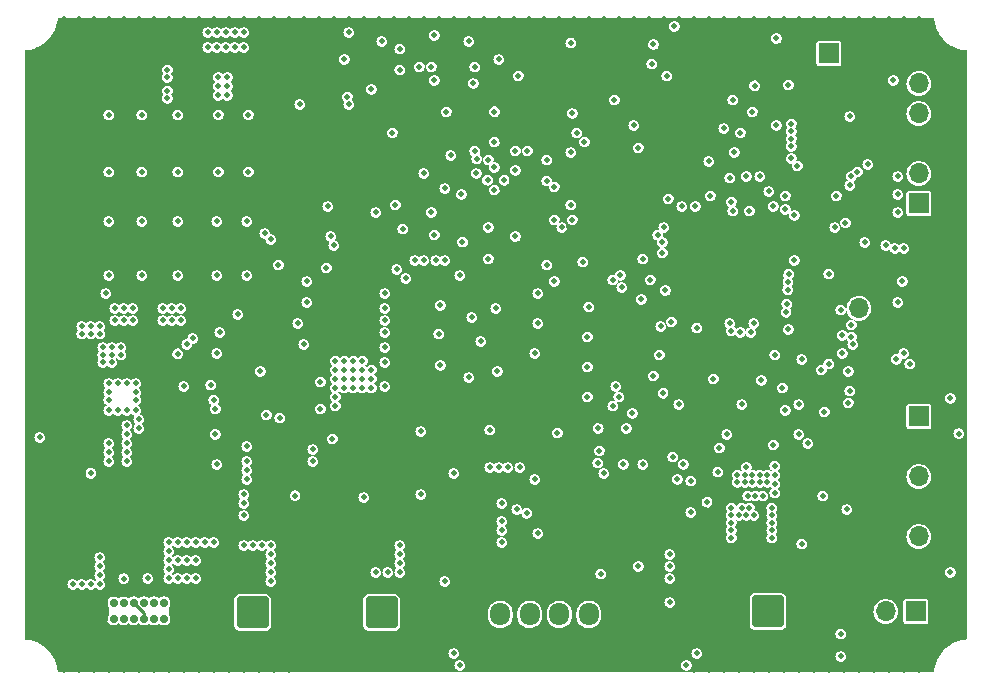
<source format=gbr>
%TF.GenerationSoftware,KiCad,Pcbnew,6.0.11+dfsg-1~bpo11+1*%
%TF.CreationDate,2024-05-06T14:55:15-05:00*%
%TF.ProjectId,BTMS,42544d53-2e6b-4696-9361-645f70636258,rev?*%
%TF.SameCoordinates,Original*%
%TF.FileFunction,Copper,L2,Inr*%
%TF.FilePolarity,Positive*%
%FSLAX46Y46*%
G04 Gerber Fmt 4.6, Leading zero omitted, Abs format (unit mm)*
G04 Created by KiCad (PCBNEW 6.0.11+dfsg-1~bpo11+1) date 2024-05-06 14:55:15*
%MOMM*%
%LPD*%
G01*
G04 APERTURE LIST*
G04 Aperture macros list*
%AMRoundRect*
0 Rectangle with rounded corners*
0 $1 Rounding radius*
0 $2 $3 $4 $5 $6 $7 $8 $9 X,Y pos of 4 corners*
0 Add a 4 corners polygon primitive as box body*
4,1,4,$2,$3,$4,$5,$6,$7,$8,$9,$2,$3,0*
0 Add four circle primitives for the rounded corners*
1,1,$1+$1,$2,$3*
1,1,$1+$1,$4,$5*
1,1,$1+$1,$6,$7*
1,1,$1+$1,$8,$9*
0 Add four rect primitives between the rounded corners*
20,1,$1+$1,$2,$3,$4,$5,0*
20,1,$1+$1,$4,$5,$6,$7,0*
20,1,$1+$1,$6,$7,$8,$9,0*
20,1,$1+$1,$8,$9,$2,$3,0*%
G04 Aperture macros list end*
%TA.AperFunction,ComponentPad*%
%ADD10RoundRect,0.250001X-1.099999X-1.099999X1.099999X-1.099999X1.099999X1.099999X-1.099999X1.099999X0*%
%TD*%
%TA.AperFunction,ComponentPad*%
%ADD11C,2.700000*%
%TD*%
%TA.AperFunction,ComponentPad*%
%ADD12C,0.700000*%
%TD*%
%TA.AperFunction,ComponentPad*%
%ADD13O,0.900000X2.400000*%
%TD*%
%TA.AperFunction,ComponentPad*%
%ADD14O,0.900000X1.700000*%
%TD*%
%TA.AperFunction,ComponentPad*%
%ADD15R,1.700000X1.700000*%
%TD*%
%TA.AperFunction,ComponentPad*%
%ADD16O,1.700000X1.700000*%
%TD*%
%TA.AperFunction,ComponentPad*%
%ADD17RoundRect,0.250000X0.600000X0.725000X-0.600000X0.725000X-0.600000X-0.725000X0.600000X-0.725000X0*%
%TD*%
%TA.AperFunction,ComponentPad*%
%ADD18O,1.700000X1.950000*%
%TD*%
%TA.AperFunction,ViaPad*%
%ADD19C,0.500000*%
%TD*%
%TA.AperFunction,Conductor*%
%ADD20C,0.250000*%
%TD*%
G04 APERTURE END LIST*
D10*
%TO.N,/PowerOutput*%
%TO.C,J5*%
X171631000Y-145542000D03*
D11*
%TO.N,GND*%
X175591000Y-145542000D03*
%TD*%
D10*
%TO.N,Net-(F2-Pad1)*%
%TO.C,J4*%
X138917000Y-145625000D03*
D11*
%TO.N,GND*%
X142877000Y-145625000D03*
%TD*%
D12*
%TO.N,GND*%
%TO.C,J2*%
X115389000Y-144819000D03*
%TO.N,Net-(F1-Pad1)*%
X116239000Y-144819000D03*
%TO.N,/CC1*%
X117089000Y-144819000D03*
%TO.N,/USB_D+*%
X117939000Y-144819000D03*
%TO.N,/USB_D-*%
X118789000Y-144819000D03*
%TO.N,unconnected-(J2-PadA8)*%
X119639000Y-144819000D03*
%TO.N,Net-(F1-Pad1)*%
X120489000Y-144819000D03*
%TO.N,GND*%
X121339000Y-144819000D03*
X121339000Y-146169000D03*
%TO.N,Net-(F1-Pad1)*%
X120489000Y-146169000D03*
%TO.N,/CC2*%
X119639000Y-146169000D03*
%TO.N,/USB_D+*%
X118789000Y-146169000D03*
%TO.N,/USB_D-*%
X117939000Y-146169000D03*
%TO.N,unconnected-(J2-PadB8)*%
X117089000Y-146169000D03*
%TO.N,Net-(F1-Pad1)*%
X116239000Y-146169000D03*
%TO.N,GND*%
X115389000Y-146169000D03*
D13*
X114039000Y-145799000D03*
D14*
X114039000Y-149179000D03*
D13*
X122689000Y-145799000D03*
D14*
X122689000Y-149179000D03*
%TD*%
D10*
%TO.N,Net-(F3-Pad1)*%
%TO.C,J3*%
X127995000Y-145625000D03*
D11*
%TO.N,GND*%
X131955000Y-145625000D03*
%TD*%
D15*
%TO.N,GND*%
%TO.C,J7*%
X179324000Y-117343000D03*
D16*
%TO.N,/Btemp_in*%
X179324000Y-119883000D03*
%TD*%
D15*
%TO.N,Net-(F5-Pad2)*%
%TO.C,J8*%
X184150000Y-145542000D03*
D16*
%TO.N,Net-(FB3-Pad2)*%
X181610000Y-145542000D03*
%TD*%
D15*
%TO.N,/MCLR*%
%TO.C,J9*%
X184404000Y-110998000D03*
D16*
%TO.N,+3V3*%
X184404000Y-108458000D03*
%TO.N,GND*%
X184404000Y-105918000D03*
%TO.N,/PGMD*%
X184404000Y-103378000D03*
%TO.N,/PGMC*%
X184404000Y-100838000D03*
%TD*%
D17*
%TO.N,GND*%
%TO.C,J1*%
X158964000Y-145796000D03*
D18*
%TO.N,/LBatt_Cell_1*%
X156464000Y-145796000D03*
%TO.N,/LBatt_Cell_2*%
X153964000Y-145796000D03*
%TO.N,/LBatt_Cell_3*%
X151464000Y-145796000D03*
%TO.N,/LBatt_Cell_4*%
X148964000Y-145796000D03*
%TD*%
D15*
%TO.N,Net-(J6-Pad1)*%
%TO.C,J6*%
X184404000Y-129032000D03*
D16*
%TO.N,GND*%
X184404000Y-131572000D03*
%TO.N,Net-(J6-Pad3)*%
X184404000Y-134112000D03*
%TO.N,GND*%
X184404000Y-136652000D03*
%TO.N,Net-(C23-Pad1)*%
X184404000Y-139192000D03*
%TD*%
D15*
%TO.N,Net-(C56-Pad1)*%
%TO.C,J10*%
X176779000Y-98298000D03*
D16*
%TO.N,GND*%
X179319000Y-98298000D03*
%TD*%
D19*
%TO.N,GND*%
X157734000Y-134620000D03*
X162560000Y-138176000D03*
X160909000Y-138176000D03*
X159258000Y-138176000D03*
X165100000Y-138303000D03*
X161163000Y-142367000D03*
X165100000Y-147193000D03*
%TO.N,/Pre-Charge*%
X157734000Y-133858000D03*
X163195000Y-110617000D03*
%TO.N,Net-(Q1-Pad3)*%
X163322000Y-144780000D03*
X163322000Y-140716000D03*
X163322000Y-142748000D03*
%TO.N,/CHctrl+*%
X159385000Y-133096000D03*
%TO.N,/ExtBus*%
X160655000Y-141732000D03*
X163322000Y-141732000D03*
%TO.N,Net-(C1-Pad1)*%
X149098000Y-139700000D03*
X149098000Y-136398000D03*
%TO.N,GND*%
X145796000Y-131826000D03*
X170815000Y-119253000D03*
X108966000Y-120015000D03*
X164084000Y-129921000D03*
X149098000Y-120650000D03*
X188214000Y-135001000D03*
X170434000Y-150495000D03*
X108966000Y-125095000D03*
X145034000Y-95377000D03*
X133604000Y-95377000D03*
X115824000Y-95377000D03*
X188214000Y-146431000D03*
X164973000Y-110109000D03*
X183134000Y-150495000D03*
X108966000Y-126365000D03*
X170688000Y-116586000D03*
X185928000Y-125222000D03*
X111887000Y-98425000D03*
X188087000Y-114300000D03*
X141478000Y-124968000D03*
X169672000Y-124333000D03*
X129413000Y-99441000D03*
X169164000Y-95377000D03*
X168148000Y-99060000D03*
X132334000Y-123825000D03*
X170180000Y-131064000D03*
X121666000Y-135636000D03*
X144526000Y-117983000D03*
X136652000Y-112649000D03*
X161671000Y-116459000D03*
X112522000Y-113411000D03*
X118110000Y-140716000D03*
X156591000Y-114681000D03*
X114046000Y-112776000D03*
X163068000Y-106299000D03*
X128524000Y-95377000D03*
X109982000Y-123190000D03*
X121666000Y-134620000D03*
X157734000Y-95377000D03*
X127635000Y-110490000D03*
X179832000Y-106172000D03*
X108966000Y-145415000D03*
X108966000Y-122555000D03*
X185928000Y-122936000D03*
X108966000Y-133985000D03*
X185928000Y-115189000D03*
X155194000Y-95377000D03*
X166370000Y-124333000D03*
X108966000Y-127635000D03*
X108966000Y-139065000D03*
X174244000Y-150495000D03*
X188087000Y-109474000D03*
X167894000Y-97536000D03*
X167640000Y-124333000D03*
X108966000Y-102235000D03*
X175768000Y-119634000D03*
X128016000Y-102362000D03*
X181864000Y-95377000D03*
X120142000Y-122682000D03*
X181229000Y-124841000D03*
X132969000Y-126111000D03*
X132969000Y-124841000D03*
X131064000Y-150495000D03*
X188087000Y-99314000D03*
X142494000Y-95377000D03*
X147066000Y-116967000D03*
X135890000Y-98044000D03*
X176784000Y-116078000D03*
X117094000Y-95377000D03*
X159512000Y-131064000D03*
X113411000Y-112776000D03*
X141224000Y-95377000D03*
X140462000Y-127127000D03*
X146304000Y-124968000D03*
X162814000Y-104394000D03*
X153162000Y-99949000D03*
X155448000Y-127635000D03*
X109982000Y-125222000D03*
X117856000Y-125222000D03*
X171704000Y-150495000D03*
X123444000Y-150495000D03*
X173736000Y-128778000D03*
X188087000Y-103124000D03*
X109982000Y-124206000D03*
X182880000Y-129413000D03*
X152654000Y-95377000D03*
X150114000Y-95377000D03*
X143764000Y-123063000D03*
X114554000Y-150495000D03*
X116586000Y-135128000D03*
X153797000Y-103505000D03*
X137414000Y-122174000D03*
X188214000Y-142621000D03*
X156464000Y-95377000D03*
X186309000Y-109601000D03*
X129540000Y-105410000D03*
X178054000Y-95377000D03*
X184404000Y-150495000D03*
X175768000Y-120650000D03*
X132588000Y-120269000D03*
X136906000Y-110236000D03*
X133223000Y-96393000D03*
X177292000Y-126365000D03*
X137287000Y-106045000D03*
X153924000Y-95377000D03*
X110744000Y-122682000D03*
X156464000Y-107188000D03*
X144907000Y-137287000D03*
X170561000Y-99822000D03*
X141478000Y-108331000D03*
X111887000Y-102235000D03*
X108966000Y-144145000D03*
X129540000Y-103124000D03*
X129540000Y-100838000D03*
X120904000Y-95377000D03*
X127254000Y-150495000D03*
X123444000Y-124714000D03*
X160782000Y-125857000D03*
X139700000Y-103124000D03*
X108966000Y-131445000D03*
X183134000Y-95377000D03*
X155194000Y-114300000D03*
X161798000Y-114935000D03*
X170688000Y-115062000D03*
X167894000Y-113411000D03*
X153543000Y-113538000D03*
X108966000Y-146685000D03*
X165608000Y-130048000D03*
X185928000Y-116332000D03*
X131064000Y-95377000D03*
X124968000Y-119380000D03*
X173736000Y-133350000D03*
X108966000Y-112395000D03*
X132334000Y-95377000D03*
X140208000Y-131699000D03*
X111887000Y-101473000D03*
X108966000Y-103505000D03*
X147828000Y-141478000D03*
X132461000Y-96393000D03*
X121666000Y-110490000D03*
X133223000Y-98044000D03*
X128016000Y-100838000D03*
X139954000Y-107061000D03*
X151384000Y-95377000D03*
X122174000Y-95377000D03*
X129794000Y-150495000D03*
X176276000Y-106172000D03*
X175514000Y-95377000D03*
X168656000Y-124333000D03*
X170688000Y-97409000D03*
X108966000Y-121285000D03*
X127635000Y-125222000D03*
X131191000Y-132207000D03*
X162814000Y-95377000D03*
X185928000Y-114046000D03*
X113284000Y-150495000D03*
X148590000Y-129540000D03*
X179324000Y-150495000D03*
X108966000Y-114935000D03*
X138430000Y-112522000D03*
X150241000Y-128651000D03*
X123444000Y-95377000D03*
X188087000Y-100584000D03*
X147574000Y-95377000D03*
X160274000Y-95377000D03*
X143510000Y-139319000D03*
X131699000Y-96393000D03*
X179324000Y-95377000D03*
X164084000Y-95377000D03*
X124206000Y-144526000D03*
X132207000Y-126111000D03*
X162814000Y-109093000D03*
X132969000Y-126746000D03*
X179832000Y-115189000D03*
X108966000Y-116205000D03*
X186182000Y-100457000D03*
X145415000Y-97282000D03*
X165481000Y-116205000D03*
X184404000Y-125222000D03*
X108966000Y-106045000D03*
X188087000Y-104394000D03*
X185928000Y-124460000D03*
X108966000Y-111125000D03*
X121666000Y-132842000D03*
X111887000Y-104521000D03*
X131318000Y-114808000D03*
X141732000Y-102997000D03*
X124841000Y-134493000D03*
X166878000Y-121031000D03*
X155321000Y-122301000D03*
X181864000Y-150495000D03*
X143891000Y-97282000D03*
X156845000Y-97282000D03*
X146177000Y-117983000D03*
X124714000Y-95377000D03*
X108966000Y-109855000D03*
X122428000Y-124714000D03*
X181483000Y-137541000D03*
X142240000Y-136906000D03*
X129413000Y-125730000D03*
X108966000Y-130175000D03*
X112141000Y-112776000D03*
X132969000Y-127381000D03*
X188214000Y-131191000D03*
X162560000Y-132080000D03*
X167767000Y-115951000D03*
X112522000Y-114046000D03*
X137287000Y-100457000D03*
X115824000Y-110490000D03*
X175514000Y-150495000D03*
X132461000Y-98044000D03*
X176784000Y-150495000D03*
X148463000Y-104902000D03*
X111887000Y-100711000D03*
X120904000Y-150495000D03*
X186309000Y-129032000D03*
X124079000Y-131572000D03*
X128778000Y-102362000D03*
X109982000Y-122174000D03*
X110744000Y-123698000D03*
X117094000Y-150495000D03*
X112776000Y-112776000D03*
X126746000Y-133096000D03*
X124714000Y-150495000D03*
X131699000Y-98044000D03*
X115824000Y-150495000D03*
X178562000Y-110363000D03*
X129413000Y-132080000D03*
X118618000Y-110490000D03*
X184404000Y-121666000D03*
X108966000Y-100965000D03*
X151892000Y-125984000D03*
X129540000Y-106172000D03*
X188214000Y-136271000D03*
X167767000Y-110363000D03*
X155448000Y-99949000D03*
X184404000Y-95377000D03*
X129667000Y-130175000D03*
X138430000Y-138938000D03*
X184023000Y-113284000D03*
X186055000Y-121539000D03*
X160020000Y-111125000D03*
X136779000Y-117221000D03*
X188087000Y-108204000D03*
X172974000Y-95377000D03*
X108966000Y-117475000D03*
X128287500Y-117348000D03*
X172339000Y-128905000D03*
X114173000Y-104521000D03*
X188214000Y-143891000D03*
X132969000Y-112903000D03*
X167894000Y-150495000D03*
X180594000Y-95377000D03*
X111887000Y-99949000D03*
X161544000Y-95377000D03*
X133096000Y-137160000D03*
X144526000Y-104902000D03*
X132334000Y-141986000D03*
X180594000Y-150495000D03*
X111887000Y-102997000D03*
X108966000Y-108585000D03*
X165481000Y-119253000D03*
X175768000Y-118618000D03*
X186309000Y-116840000D03*
X108966000Y-113665000D03*
X188214000Y-138811000D03*
X115824000Y-130048000D03*
X173863000Y-114808000D03*
X172974000Y-150495000D03*
X188087000Y-106934000D03*
X130556000Y-139954000D03*
X157607000Y-99822000D03*
X175768000Y-117602000D03*
X108966000Y-118745000D03*
X170434000Y-95377000D03*
X136652000Y-115189000D03*
X176022000Y-133223000D03*
X132969000Y-124206000D03*
X112014000Y-95377000D03*
X129540000Y-102362000D03*
X122174000Y-150495000D03*
X108966000Y-98425000D03*
X167894000Y-95377000D03*
X129286000Y-127635000D03*
X130429000Y-125730000D03*
X147955000Y-114173000D03*
X188087000Y-105664000D03*
X156591000Y-109982000D03*
X117856000Y-124206000D03*
X111887000Y-103759000D03*
X139446000Y-117348000D03*
X124841000Y-137160000D03*
X139319000Y-125476000D03*
X188214000Y-133731000D03*
X185928000Y-113157000D03*
X166624000Y-95377000D03*
X136144000Y-95377000D03*
X119888000Y-125222000D03*
X143764000Y-95377000D03*
X127254000Y-95377000D03*
X160655000Y-97282000D03*
X151130000Y-138938000D03*
X176022000Y-131318000D03*
X188214000Y-137541000D03*
X150178884Y-116355009D03*
X128016000Y-130556000D03*
X148844000Y-95377000D03*
X108966000Y-99695000D03*
X132969000Y-125476000D03*
X148209000Y-122428000D03*
X186055000Y-119888000D03*
X108966000Y-135255000D03*
X166116000Y-99822000D03*
X167767000Y-119253000D03*
X159004000Y-95377000D03*
X137414000Y-95377000D03*
X144018000Y-135636000D03*
X134874000Y-95377000D03*
X150622000Y-139192000D03*
X160147000Y-121412000D03*
X186055000Y-120650000D03*
X164592000Y-135382000D03*
X170688000Y-124333000D03*
X165354000Y-150495000D03*
X119634000Y-95377000D03*
X173863000Y-113792000D03*
X124968000Y-120523000D03*
X174244000Y-99822000D03*
X108966000Y-104775000D03*
X132461000Y-118491000D03*
X170180000Y-129921000D03*
X139954000Y-95377000D03*
X173355000Y-97917000D03*
X125984000Y-95377000D03*
X166624000Y-150495000D03*
X139827000Y-100711000D03*
X160782000Y-131064000D03*
X128778000Y-100838000D03*
X134112000Y-122174000D03*
X163195000Y-134366000D03*
X108966000Y-142875000D03*
X155448000Y-124714000D03*
X129794000Y-95377000D03*
X116840000Y-125222000D03*
X128524000Y-150495000D03*
X156323000Y-131939000D03*
X138176000Y-103124000D03*
X132969000Y-128016000D03*
X108966000Y-123825000D03*
X110744000Y-124714000D03*
X173736000Y-137414000D03*
X188214000Y-140081000D03*
X155321000Y-119761000D03*
X110871000Y-112776000D03*
X118364000Y-95377000D03*
X111506000Y-112776000D03*
X185928000Y-123698000D03*
X170688000Y-113411000D03*
X181102000Y-123190000D03*
X144653000Y-113411000D03*
X160147000Y-101600000D03*
X118364000Y-150495000D03*
X150622000Y-142875000D03*
X120904000Y-122682000D03*
X129540000Y-103886000D03*
X148082000Y-99695000D03*
X153162000Y-137160000D03*
X129540000Y-104648000D03*
X188087000Y-110744000D03*
X165481000Y-113411000D03*
X131191000Y-133985000D03*
X174244000Y-95377000D03*
X188214000Y-145161000D03*
X112649000Y-104521000D03*
X137287000Y-118999000D03*
X154813000Y-113030000D03*
X188214000Y-132461000D03*
X108966000Y-132715000D03*
X145034000Y-99568000D03*
X108966000Y-141605000D03*
X125984000Y-150495000D03*
X108966000Y-107315000D03*
X188087000Y-101854000D03*
X161925000Y-113030000D03*
X119634000Y-150495000D03*
X138049000Y-100584000D03*
X135001000Y-112522000D03*
X138684000Y-95377000D03*
X113284000Y-95377000D03*
X113411000Y-104521000D03*
X108966000Y-140335000D03*
X182245000Y-120142000D03*
X164084000Y-131064000D03*
X146304000Y-95377000D03*
X135636000Y-118491000D03*
X169418000Y-128905000D03*
X143764000Y-121285000D03*
X116586000Y-137922000D03*
X188214000Y-141351000D03*
X156464000Y-112268000D03*
X118872000Y-124206000D03*
X108966000Y-137795000D03*
X178054000Y-150495000D03*
X144526000Y-128270000D03*
X112014000Y-150495000D03*
X142240000Y-128270000D03*
X118872000Y-125222000D03*
X188214000Y-147701000D03*
X188087000Y-113284000D03*
X188087000Y-112014000D03*
X125095000Y-110490000D03*
X182880000Y-110998000D03*
X177292000Y-107442000D03*
X111887000Y-99187000D03*
X176784000Y-95377000D03*
X124841000Y-135890000D03*
X169164000Y-150495000D03*
X108966000Y-128905000D03*
X110744000Y-121666000D03*
X114554000Y-95377000D03*
X149352000Y-141478000D03*
X171704000Y-95377000D03*
X140843000Y-115824000D03*
X183261000Y-109347000D03*
X108966000Y-136525000D03*
X165354000Y-95377000D03*
%TO.N,VBUS*%
X123190000Y-139700000D03*
X124841000Y-128397000D03*
X123190000Y-141224000D03*
X120904000Y-141224000D03*
X122428000Y-142748000D03*
X120904000Y-139700000D03*
X118110000Y-127635000D03*
X121666000Y-141224000D03*
X116586000Y-128524000D03*
X118110000Y-128524000D03*
X117348000Y-126238000D03*
X122428000Y-139700000D03*
X120904000Y-142748000D03*
X118110000Y-127000000D03*
X117348000Y-128524000D03*
X116586000Y-126238000D03*
X115824000Y-127635000D03*
X120904000Y-141986000D03*
X115824000Y-126238000D03*
X124714000Y-139700000D03*
X121666000Y-142748000D03*
X121666000Y-139700000D03*
X115824000Y-127000000D03*
X123190000Y-142748000D03*
X118110000Y-126238000D03*
X115824000Y-128524000D03*
X148082000Y-130175000D03*
X122428000Y-141224000D03*
X123952000Y-139700000D03*
X120904000Y-140462000D03*
%TO.N,/LithCell_V1*%
X144399000Y-103251000D03*
X173609000Y-104267000D03*
X173164500Y-120205500D03*
%TO.N,/LithCell_V2*%
X148472813Y-103221902D03*
X173228000Y-119507000D03*
X173609000Y-104902000D03*
%TO.N,/LithCell_V3*%
X143129000Y-111760000D03*
X155067000Y-112395000D03*
X173300000Y-118292000D03*
X173609000Y-105537000D03*
X155448000Y-105029000D03*
%TO.N,/LithCell_V4*%
X173609000Y-106172000D03*
X173315000Y-117642000D03*
X156083000Y-105791000D03*
X155956000Y-115951000D03*
X147955000Y-115697000D03*
%TO.N,/BTStrapSig*%
X121920000Y-119888000D03*
X118618000Y-117094000D03*
X120396000Y-120904000D03*
X127508000Y-112522000D03*
X121666000Y-117094000D03*
X115824000Y-117094000D03*
X124968000Y-117094000D03*
X121650000Y-123714000D03*
X118618000Y-112522000D03*
X121158000Y-119888000D03*
X115824000Y-112522000D03*
X120396000Y-119888000D03*
X121666000Y-112522000D03*
X124968000Y-112522000D03*
X127508000Y-117094000D03*
X121920000Y-120904000D03*
X121158000Y-120904000D03*
%TO.N,/Btemp*%
X170434000Y-121158000D03*
X173355000Y-121666000D03*
%TO.N,/ChargeVoltage*%
X168148000Y-130556000D03*
X168529000Y-121793000D03*
X153797000Y-130429000D03*
%TO.N,/MCLR*%
X161925000Y-125603000D03*
X182499000Y-124206000D03*
%TO.N,/ExtBus*%
X176276000Y-135763000D03*
X137287000Y-125095000D03*
X136525000Y-124333000D03*
X169672000Y-134620000D03*
X127254000Y-96520000D03*
X125730000Y-97790000D03*
X172085000Y-131445000D03*
X136525000Y-125857000D03*
X136525000Y-126619000D03*
X169672000Y-133985000D03*
X170307000Y-134620000D03*
X124206000Y-97790000D03*
X133731000Y-126111000D03*
X135001000Y-126619000D03*
X169037000Y-133985000D03*
X137287000Y-126619000D03*
X135763000Y-124333000D03*
X135763000Y-125095000D03*
X172212000Y-134747000D03*
X178308000Y-136906000D03*
X126492000Y-96520000D03*
X172212000Y-135509000D03*
X137287000Y-125857000D03*
X135001000Y-128143000D03*
X172212000Y-133985000D03*
X170561000Y-135763000D03*
X126492000Y-97790000D03*
X135763000Y-126619000D03*
X124968000Y-96520000D03*
X169037000Y-134620000D03*
X135001000Y-125857000D03*
X170942000Y-134620000D03*
X135763000Y-125857000D03*
X172212000Y-133223000D03*
X136525000Y-125095000D03*
X137287000Y-124333000D03*
X165100000Y-137160000D03*
X127254000Y-97790000D03*
X124968000Y-97790000D03*
X138049000Y-126619000D03*
X124206000Y-96520000D03*
X135001000Y-127381000D03*
X171577000Y-134620000D03*
X138049000Y-125095000D03*
X174498000Y-139827000D03*
X170307000Y-133985000D03*
X125730000Y-96520000D03*
X131987500Y-102616000D03*
X171196000Y-135763000D03*
X171577000Y-133985000D03*
X135001000Y-124333000D03*
X135001000Y-125095000D03*
X138049000Y-125857000D03*
X169926000Y-135763000D03*
X170942000Y-133985000D03*
X133731000Y-128397000D03*
%TO.N,/CCsense*%
X176784000Y-116967000D03*
X174498000Y-124206000D03*
X173380000Y-116992000D03*
%TO.N,/BCsense*%
X171069000Y-125984000D03*
X169291000Y-121920000D03*
%TO.N,/LBatt_Cell_4*%
X153543000Y-117602000D03*
X150622000Y-133350000D03*
X144272000Y-115824000D03*
X144272000Y-109728000D03*
X146980730Y-107216966D03*
X148590000Y-119888000D03*
%TO.N,/LBatt_Cell_3*%
X143510000Y-115824000D03*
X147955000Y-107315000D03*
X152146000Y-118618000D03*
X147955000Y-113030000D03*
X143891000Y-119634000D03*
X152908000Y-107315000D03*
X139192000Y-118618000D03*
X154178000Y-113030000D03*
X149606000Y-133350000D03*
X143383000Y-113665000D03*
%TO.N,/LBatt_Cell_2*%
X144780000Y-106934000D03*
X148459000Y-105799498D03*
X142494000Y-115824000D03*
X148459000Y-107946000D03*
X152146000Y-121158000D03*
X143764000Y-122047000D03*
X148844000Y-133350000D03*
X148717000Y-125222000D03*
X139192000Y-120904000D03*
X148459000Y-109851000D03*
%TO.N,/LBatt_Cell_1*%
X151892000Y-123698000D03*
X153543000Y-112395000D03*
X139192000Y-123190000D03*
X147890000Y-109029000D03*
X142494000Y-108458000D03*
X141732000Y-115824000D03*
X148082000Y-133350000D03*
X143891000Y-124714000D03*
X153543000Y-109601000D03*
%TO.N,/BV_Fault*%
X157226000Y-132969000D03*
X167513000Y-131699000D03*
X170053000Y-111633000D03*
%TO.N,/Mult_SEL*%
X159639000Y-130048000D03*
X187785000Y-130477000D03*
%TO.N,/C_Fault*%
X165100000Y-134493000D03*
X145034000Y-149098000D03*
X165608000Y-149098000D03*
X127254000Y-135636000D03*
X142240000Y-135636000D03*
%TO.N,/PowerOutput*%
X168529000Y-139319000D03*
X170053000Y-136779000D03*
X168529000Y-138049000D03*
X171958000Y-139319000D03*
X171958000Y-137414000D03*
X171958000Y-138049000D03*
X171958000Y-138684000D03*
X169418000Y-136779000D03*
X171958000Y-136779000D03*
X169164000Y-137414000D03*
X170434000Y-137414000D03*
X168529000Y-138684000D03*
X169799000Y-137414000D03*
X168529000Y-136779000D03*
X168529000Y-137414000D03*
%TO.N,/__PwrKey*%
X162687000Y-115189000D03*
X178181000Y-112649000D03*
%TO.N,/Btemp_in*%
X183134000Y-123698000D03*
X177927000Y-123698000D03*
X177927000Y-122174000D03*
X170180000Y-121920000D03*
%TO.N,/PGMD*%
X182626000Y-108712000D03*
X166624000Y-107442000D03*
X182626000Y-111760000D03*
X164338000Y-111252000D03*
%TO.N,/PGMC*%
X182626000Y-110236000D03*
X162814000Y-113030000D03*
%TO.N,/CC1*%
X133096000Y-131826000D03*
X117089000Y-142753000D03*
%TO.N,/USB_D+*%
X134620000Y-113792000D03*
X129032000Y-113538000D03*
%TO.N,/USB_D-*%
X129540000Y-114046000D03*
X134874000Y-114554000D03*
%TO.N,/CC2*%
X133096000Y-132842000D03*
X119126000Y-142748000D03*
%TO.N,/IntBus*%
X138938000Y-97282000D03*
X173101000Y-110363000D03*
X172339000Y-97028000D03*
X143383000Y-100584000D03*
X177419000Y-110363000D03*
X140716000Y-113157000D03*
X172339000Y-104394000D03*
X143383000Y-96774000D03*
X134747000Y-130937000D03*
%TO.N,/KeepAlive*%
X160655000Y-106299000D03*
X161036000Y-115697000D03*
X136144000Y-102616000D03*
%TO.N,/HighCHfet*%
X122174000Y-126492000D03*
X115570000Y-118618000D03*
%TO.N,/U2RX*%
X162687000Y-114300000D03*
X159258000Y-118110000D03*
X159004000Y-127381000D03*
X178562000Y-126873000D03*
%TO.N,/U2TX*%
X178435000Y-127889000D03*
X159131000Y-117094000D03*
X162306000Y-113665000D03*
X158496000Y-128143000D03*
%TO.N,/U1RX*%
X140081000Y-111125000D03*
X173101000Y-111506000D03*
X173609000Y-107188000D03*
%TO.N,/U1TX*%
X174117000Y-107823000D03*
X138430000Y-111760000D03*
X173863000Y-112014000D03*
%TO.N,/PowerOutEnable*%
X163576000Y-132461000D03*
X177292000Y-113030000D03*
X174244000Y-130556000D03*
X174244000Y-128016000D03*
%TO.N,/Mult_B1*%
X165608000Y-121539000D03*
X168529000Y-110871000D03*
%TO.N,/Mult_B4*%
X168656000Y-111633000D03*
X172085000Y-111252000D03*
%TO.N,/CCsense_in*%
X177800000Y-149352000D03*
X176784000Y-124587000D03*
X127254000Y-136398000D03*
X177800000Y-147447000D03*
%TO.N,+3.3VA*%
X145542000Y-150114000D03*
X169291000Y-105029000D03*
X162750500Y-127063500D03*
X172847000Y-126619000D03*
X127254000Y-137414000D03*
X164719000Y-150114000D03*
X163957000Y-134366000D03*
X145034000Y-133858000D03*
X183642000Y-124587000D03*
%TO.N,/CHctrl+*%
X160909000Y-119126000D03*
X160147000Y-128778000D03*
X124714000Y-127635000D03*
%TO.N,/CH_Boost+*%
X161036000Y-133096000D03*
X163703000Y-96012000D03*
X162941000Y-118364000D03*
X136144000Y-96520000D03*
%TO.N,/Heat_CTRL*%
X163449000Y-121031000D03*
X175006000Y-131318000D03*
X164465000Y-133096000D03*
%TO.N,Net-(F1-Pad1)*%
X115062000Y-142494000D03*
X114300000Y-143256000D03*
X112776000Y-143256000D03*
X115062000Y-140970000D03*
X115062000Y-143256000D03*
X115062000Y-141732000D03*
X113538000Y-143256000D03*
%TO.N,Net-(F2-Pad1)*%
X139446000Y-142240000D03*
X140462000Y-141478000D03*
X140462000Y-139954000D03*
X140462000Y-140716000D03*
X140462000Y-142240000D03*
X138430000Y-142240000D03*
%TO.N,/BattIn*%
X137414000Y-135890000D03*
X151892000Y-134366000D03*
%TO.N,/C_Fault_In*%
X164084000Y-128016000D03*
X165481000Y-111252000D03*
%TO.N,Net-(C63-Pad1)*%
X127508000Y-131572000D03*
X114308040Y-133850768D03*
%TO.N,Net-(R28-Pad1)*%
X169418000Y-128016000D03*
X173101000Y-128524000D03*
X144272000Y-143002000D03*
%TO.N,+5P*%
X135763000Y-98806000D03*
X158623000Y-102235000D03*
X176403000Y-128651000D03*
X148844000Y-98806000D03*
X126746000Y-120396000D03*
X122936000Y-122428000D03*
X124968000Y-123698000D03*
X168656000Y-102235000D03*
X187071000Y-127508000D03*
X182245000Y-100584000D03*
X187071000Y-142240000D03*
%TO.N,Power_EN*%
X154940000Y-97409000D03*
X138049000Y-101346000D03*
X146812000Y-99441000D03*
X155067000Y-103378000D03*
%TO.N,Net-(C1-Pad2)*%
X150368000Y-136906000D03*
X149098000Y-138684000D03*
%TO.N,Net-(C2-Pad2)*%
X149098000Y-137922000D03*
X151202000Y-137232000D03*
%TO.N,+3.3VP*%
X131596000Y-135730000D03*
X139827000Y-105029000D03*
X124968000Y-133096000D03*
X124841000Y-130556000D03*
X134366000Y-111252000D03*
%TO.N,Net-(C31-Pad1)*%
X162560000Y-121412000D03*
X168402000Y-121158000D03*
%TO.N,Net-(D2-Pad2)*%
X139192000Y-126492000D03*
X132334000Y-122936000D03*
%TO.N,Net-(D3-Pad2)*%
X139192000Y-124460000D03*
X131826000Y-121158000D03*
%TO.N,Net-(C37-Pad1)*%
X142113000Y-99441000D03*
X150495000Y-100203000D03*
X143129000Y-99441000D03*
X163068000Y-100203000D03*
%TO.N,/SW_Signal*%
X136017000Y-101981000D03*
X168783000Y-106680000D03*
%TO.N,Net-(D5-Pad2)*%
X132588000Y-117602000D03*
X139192000Y-119888000D03*
%TO.N,Net-(R15-Pad2)*%
X179832000Y-114300000D03*
X127508000Y-132842000D03*
%TO.N,Net-(C54-Pad1)*%
X157254000Y-130048000D03*
X160274000Y-104394000D03*
X157353000Y-131953000D03*
%TO.N,Net-(D4-Pad2)*%
X139192000Y-121920000D03*
X132588000Y-119380000D03*
%TO.N,Net-(D17-Pad2)*%
X169799000Y-133350000D03*
X166470000Y-136290000D03*
%TO.N,Net-(C18-Pad1)*%
X117348000Y-132842000D03*
X115316000Y-123190000D03*
X117348000Y-130556000D03*
X115062000Y-122047000D03*
X113538000Y-122047000D03*
X116840000Y-123190000D03*
X117856000Y-119888000D03*
X118364000Y-129286000D03*
X117348000Y-131318000D03*
X116332000Y-119888000D03*
X115062000Y-121412000D03*
X118364000Y-130048000D03*
X115824000Y-132080000D03*
X115824000Y-131318000D03*
X115316000Y-124460000D03*
X117094000Y-120904000D03*
X115316000Y-123825000D03*
X113538000Y-121412000D03*
X117094000Y-119888000D03*
X116078000Y-124460000D03*
X117348000Y-132080000D03*
X114300000Y-122047000D03*
X116332000Y-120904000D03*
X116078000Y-123190000D03*
X114300000Y-121412000D03*
X116840000Y-123825000D03*
X116078000Y-123825000D03*
X117348000Y-129794000D03*
X117856000Y-120904000D03*
X115824000Y-132842000D03*
%TO.N,Net-(D10-Pad2)*%
X109982000Y-130810000D03*
X129159000Y-128905000D03*
%TO.N,Net-(D33-Pad2)*%
X146685000Y-100838000D03*
X170307000Y-103251000D03*
%TO.N,Net-(F3-Pad1)*%
X129540000Y-140716000D03*
X127254000Y-139954000D03*
X129540000Y-141478000D03*
X128016000Y-139954000D03*
X129540000Y-143002000D03*
X129540000Y-142240000D03*
X128778000Y-139954000D03*
X129540000Y-139954000D03*
%TO.N,Net-(R16-Pad2)*%
X181610000Y-114554000D03*
X127508000Y-133604000D03*
%TO.N,Net-(R18-Pad2)*%
X127508000Y-134366000D03*
X130302000Y-129159000D03*
%TO.N,Net-(RN8-Pad4)*%
X158750000Y-126492000D03*
X178435000Y-125222000D03*
X134239000Y-116459000D03*
X158496000Y-117475000D03*
%TO.N,Net-(R44-Pad1)*%
X146304000Y-97282000D03*
X161925000Y-97536000D03*
%TO.N,Net-(RN2-Pad5)*%
X182372000Y-114808000D03*
X178562000Y-109474000D03*
X171704000Y-109982000D03*
X177800000Y-120015000D03*
X156464000Y-119761000D03*
%TO.N,Net-(R73-Pad1)*%
X145764665Y-114264665D03*
X145669000Y-110236000D03*
%TO.N,Net-(RN2-Pad6)*%
X178689000Y-108712000D03*
X178689000Y-121285000D03*
X170942000Y-108712000D03*
X156337000Y-122301000D03*
X183134000Y-114808000D03*
%TO.N,Net-(RN2-Pad7)*%
X183007000Y-117602000D03*
X179197000Y-108331000D03*
X178689000Y-122301000D03*
X169799000Y-108712000D03*
X156337000Y-124841000D03*
%TO.N,Net-(RN2-Pad8)*%
X168402000Y-108839000D03*
X180086000Y-107696000D03*
X178816000Y-122936000D03*
X156337000Y-127381000D03*
X182626000Y-119380000D03*
%TO.N,Net-(D8-Pad1)*%
X152146000Y-138938000D03*
X142240000Y-130302000D03*
%TO.N,Net-(D24-Pad1)*%
X115824000Y-103505000D03*
X118618000Y-103505000D03*
X125095000Y-101854000D03*
X121666000Y-103505000D03*
X125095000Y-108331000D03*
X125857000Y-101854000D03*
X125095000Y-100330000D03*
X125095000Y-101092000D03*
X121666000Y-108331000D03*
X118618000Y-108331000D03*
X120777000Y-102108000D03*
X120777000Y-100330000D03*
X125857000Y-100330000D03*
X125095000Y-103505000D03*
X120777000Y-99695000D03*
X127635000Y-103505000D03*
X125857000Y-101092000D03*
X115824000Y-108331000D03*
X120777000Y-101473000D03*
X127635000Y-108331000D03*
%TO.N,Net-(D25-Pad2)*%
X162433000Y-123825000D03*
X172212000Y-123825000D03*
%TO.N,Net-(RN6-Pad1)*%
X140208000Y-116586000D03*
X146304000Y-125730000D03*
%TO.N,Net-(RN6-Pad2)*%
X147320000Y-122682000D03*
X140970000Y-117348000D03*
%TO.N,Net-(RN6-Pad3)*%
X146558000Y-120650000D03*
X145542000Y-117094000D03*
%TO.N,Net-(RN10-Pad1)*%
X152908000Y-116205000D03*
X152908000Y-109093000D03*
X146939000Y-108458000D03*
X149290000Y-109029000D03*
%TO.N,Net-(RN10-Pad2)*%
X150241000Y-108204000D03*
X150241000Y-106553000D03*
X150241000Y-113792000D03*
X146812000Y-106553000D03*
%TO.N,Net-(RN10-Pad3)*%
X151257000Y-106553000D03*
X154940000Y-106680000D03*
X154940000Y-111125000D03*
%TO.N,+3V3*%
X140462000Y-97917000D03*
X166751000Y-110363000D03*
X167386000Y-133731000D03*
X157480000Y-142367000D03*
X167894000Y-104648000D03*
X178562000Y-103632000D03*
X176149000Y-125095000D03*
X170497000Y-101029000D03*
X140462000Y-99695000D03*
X173863000Y-115824000D03*
X173355000Y-100965000D03*
X161798000Y-99187000D03*
X161671000Y-117475000D03*
X130175000Y-116205000D03*
X167005000Y-125857000D03*
%TO.N,Net-(JP1-Pad1)*%
X122428000Y-122936000D03*
X125222000Y-121920000D03*
%TO.N,Net-(U1-Pad5)*%
X128651000Y-125222000D03*
X124460000Y-126365000D03*
%TD*%
D20*
%TO.N,/USB_D+*%
X118789000Y-146169000D02*
X118789000Y-145669000D01*
X118789000Y-145669000D02*
X117939000Y-144819000D01*
%TD*%
%TA.AperFunction,Conductor*%
%TO.N,GND*%
G36*
X185679240Y-95277865D02*
G01*
X185686236Y-95293580D01*
X185690825Y-95381114D01*
X185739511Y-95688484D01*
X185820058Y-95989081D01*
X185850767Y-96069078D01*
X185931363Y-96279035D01*
X185931367Y-96279043D01*
X185931585Y-96279612D01*
X185931864Y-96280160D01*
X185931866Y-96280164D01*
X186072579Y-96556325D01*
X186072869Y-96556894D01*
X186073215Y-96557427D01*
X186073218Y-96557432D01*
X186223698Y-96789148D01*
X186242363Y-96817889D01*
X186242757Y-96818376D01*
X186242761Y-96818381D01*
X186336783Y-96934488D01*
X186438209Y-97059738D01*
X186658262Y-97279791D01*
X186732056Y-97339548D01*
X186899619Y-97475239D01*
X186899624Y-97475243D01*
X186900111Y-97475637D01*
X186900640Y-97475980D01*
X186900642Y-97475982D01*
X187160568Y-97644782D01*
X187160573Y-97644785D01*
X187161106Y-97645131D01*
X187161674Y-97645420D01*
X187161675Y-97645421D01*
X187437836Y-97786134D01*
X187437840Y-97786136D01*
X187438388Y-97786415D01*
X187438957Y-97786633D01*
X187438965Y-97786637D01*
X187590084Y-97844647D01*
X187728919Y-97897942D01*
X188029516Y-97978489D01*
X188336886Y-98027175D01*
X188337513Y-98027208D01*
X188337514Y-98027208D01*
X188424420Y-98031764D01*
X188441000Y-98039672D01*
X188447164Y-98055731D01*
X188447164Y-147890569D01*
X188440135Y-147907540D01*
X188424420Y-147914536D01*
X188337512Y-147919092D01*
X188337510Y-147919092D01*
X188336884Y-147919125D01*
X188029511Y-147967812D01*
X187728912Y-148048361D01*
X187692786Y-148062229D01*
X187438956Y-148159667D01*
X187438948Y-148159671D01*
X187438379Y-148159889D01*
X187437831Y-148160168D01*
X187437827Y-148160170D01*
X187167699Y-148297811D01*
X187161095Y-148301176D01*
X187160562Y-148301522D01*
X187160557Y-148301525D01*
X186928751Y-148452064D01*
X186900098Y-148470672D01*
X186899611Y-148471066D01*
X186899606Y-148471070D01*
X186680681Y-148648355D01*
X186658248Y-148666521D01*
X186438195Y-148886577D01*
X186437810Y-148887053D01*
X186437805Y-148887058D01*
X186271492Y-149092440D01*
X186242349Y-149128429D01*
X186242012Y-149128947D01*
X186242009Y-149128952D01*
X186089344Y-149364039D01*
X186072856Y-149389428D01*
X186072567Y-149389996D01*
X186072566Y-149389997D01*
X185933422Y-149663088D01*
X185931574Y-149666714D01*
X185820049Y-149957249D01*
X185819887Y-149957854D01*
X185740557Y-150253920D01*
X185739504Y-150257849D01*
X185723987Y-150355818D01*
X185691210Y-150562769D01*
X185690821Y-150565222D01*
X185690788Y-150565842D01*
X185690788Y-150565847D01*
X185686233Y-150652756D01*
X185678325Y-150669336D01*
X185662266Y-150675500D01*
X111517697Y-150675500D01*
X111500726Y-150668471D01*
X111493730Y-150652756D01*
X111489176Y-150565851D01*
X111489176Y-150565846D01*
X111489143Y-150565226D01*
X111488835Y-150563278D01*
X111447858Y-150304559D01*
X111440461Y-150257857D01*
X111400425Y-150108440D01*
X145086901Y-150108440D01*
X145103633Y-150236394D01*
X145155605Y-150354510D01*
X145238639Y-150453291D01*
X145346060Y-150524796D01*
X145398985Y-150541331D01*
X145467603Y-150562769D01*
X145467605Y-150562769D01*
X145469233Y-150563278D01*
X145530005Y-150564392D01*
X145596546Y-150565612D01*
X145596548Y-150565612D01*
X145598255Y-150565643D01*
X145676997Y-150544175D01*
X145721109Y-150532149D01*
X145721111Y-150532148D01*
X145722755Y-150531700D01*
X145832724Y-150464179D01*
X145842580Y-150453291D01*
X145918173Y-150369776D01*
X145919322Y-150368507D01*
X145975588Y-150252375D01*
X145978563Y-150234695D01*
X145996842Y-150126039D01*
X145996997Y-150125120D01*
X145997133Y-150114000D01*
X145996337Y-150108440D01*
X164263901Y-150108440D01*
X164280633Y-150236394D01*
X164332605Y-150354510D01*
X164415639Y-150453291D01*
X164523060Y-150524796D01*
X164575985Y-150541331D01*
X164644603Y-150562769D01*
X164644605Y-150562769D01*
X164646233Y-150563278D01*
X164707005Y-150564392D01*
X164773546Y-150565612D01*
X164773548Y-150565612D01*
X164775255Y-150565643D01*
X164853997Y-150544175D01*
X164898109Y-150532149D01*
X164898111Y-150532148D01*
X164899755Y-150531700D01*
X165009724Y-150464179D01*
X165019580Y-150453291D01*
X165095173Y-150369776D01*
X165096322Y-150368507D01*
X165152588Y-150252375D01*
X165155563Y-150234695D01*
X165173842Y-150126039D01*
X165173997Y-150125120D01*
X165174133Y-150114000D01*
X165155839Y-149986259D01*
X165102428Y-149868788D01*
X165018193Y-149771028D01*
X164913351Y-149703074D01*
X164911338Y-149701769D01*
X164911337Y-149701769D01*
X164909906Y-149700841D01*
X164786273Y-149663866D01*
X164724001Y-149663486D01*
X164658941Y-149663088D01*
X164658938Y-149663088D01*
X164657231Y-149663078D01*
X164655588Y-149663548D01*
X164655585Y-149663548D01*
X164563085Y-149689985D01*
X164533155Y-149698539D01*
X164424019Y-149767399D01*
X164422891Y-149768677D01*
X164422889Y-149768678D01*
X164392009Y-149803643D01*
X164338596Y-149864122D01*
X164283754Y-149980932D01*
X164263901Y-150108440D01*
X145996337Y-150108440D01*
X145978839Y-149986259D01*
X145925428Y-149868788D01*
X145841193Y-149771028D01*
X145736351Y-149703074D01*
X145734338Y-149701769D01*
X145734337Y-149701769D01*
X145732906Y-149700841D01*
X145609273Y-149663866D01*
X145547001Y-149663486D01*
X145481941Y-149663088D01*
X145481938Y-149663088D01*
X145480231Y-149663078D01*
X145478588Y-149663548D01*
X145478585Y-149663548D01*
X145386085Y-149689985D01*
X145356155Y-149698539D01*
X145247019Y-149767399D01*
X145245891Y-149768677D01*
X145245889Y-149768678D01*
X145215009Y-149803643D01*
X145161596Y-149864122D01*
X145106754Y-149980932D01*
X145086901Y-150108440D01*
X111400425Y-150108440D01*
X111359917Y-149957260D01*
X111248394Y-149666729D01*
X111247185Y-149664355D01*
X111107403Y-149390015D01*
X111107402Y-149390014D01*
X111107113Y-149389446D01*
X111082796Y-149352000D01*
X110937962Y-149128974D01*
X110937959Y-149128969D01*
X110937622Y-149128451D01*
X110937217Y-149127951D01*
X110908461Y-149092440D01*
X144578901Y-149092440D01*
X144595633Y-149220394D01*
X144647605Y-149338510D01*
X144730639Y-149437291D01*
X144783826Y-149472695D01*
X144807845Y-149488683D01*
X144838060Y-149508796D01*
X144890985Y-149525331D01*
X144959603Y-149546769D01*
X144959605Y-149546769D01*
X144961233Y-149547278D01*
X145022005Y-149548392D01*
X145088546Y-149549612D01*
X145088548Y-149549612D01*
X145090255Y-149549643D01*
X145168997Y-149528175D01*
X145213109Y-149516149D01*
X145213111Y-149516148D01*
X145214755Y-149515700D01*
X145324724Y-149448179D01*
X145334580Y-149437291D01*
X145378390Y-149388890D01*
X145411322Y-149352507D01*
X145467588Y-149236375D01*
X145469343Y-149225947D01*
X145485657Y-149128974D01*
X145488997Y-149109120D01*
X145489083Y-149102122D01*
X145489122Y-149098934D01*
X145489122Y-149098929D01*
X145489133Y-149098000D01*
X145488337Y-149092440D01*
X165152901Y-149092440D01*
X165169633Y-149220394D01*
X165221605Y-149338510D01*
X165304639Y-149437291D01*
X165357826Y-149472695D01*
X165381845Y-149488683D01*
X165412060Y-149508796D01*
X165464985Y-149525331D01*
X165533603Y-149546769D01*
X165533605Y-149546769D01*
X165535233Y-149547278D01*
X165596005Y-149548392D01*
X165662546Y-149549612D01*
X165662548Y-149549612D01*
X165664255Y-149549643D01*
X165742997Y-149528175D01*
X165787109Y-149516149D01*
X165787111Y-149516148D01*
X165788755Y-149515700D01*
X165898724Y-149448179D01*
X165908580Y-149437291D01*
X165952390Y-149388890D01*
X165985322Y-149352507D01*
X165988261Y-149346440D01*
X177344901Y-149346440D01*
X177361633Y-149474394D01*
X177413605Y-149592510D01*
X177472924Y-149663078D01*
X177476478Y-149667306D01*
X177496639Y-149691291D01*
X177550703Y-149727279D01*
X177602498Y-149761756D01*
X177604060Y-149762796D01*
X177630409Y-149771028D01*
X177725603Y-149800769D01*
X177725605Y-149800769D01*
X177727233Y-149801278D01*
X177788005Y-149802392D01*
X177854546Y-149803612D01*
X177854548Y-149803612D01*
X177856255Y-149803643D01*
X177934997Y-149782175D01*
X177979109Y-149770149D01*
X177979111Y-149770148D01*
X177980755Y-149769700D01*
X178090724Y-149702179D01*
X178100580Y-149691291D01*
X178176173Y-149607776D01*
X178177322Y-149606507D01*
X178233588Y-149490375D01*
X178236563Y-149472695D01*
X178250571Y-149389428D01*
X178254997Y-149363120D01*
X178255062Y-149357846D01*
X178255122Y-149352934D01*
X178255122Y-149352929D01*
X178255133Y-149352000D01*
X178244082Y-149274833D01*
X178237081Y-149225947D01*
X178237080Y-149225945D01*
X178236839Y-149224259D01*
X178183428Y-149106788D01*
X178099193Y-149009028D01*
X177990906Y-148938841D01*
X177867273Y-148901866D01*
X177805001Y-148901486D01*
X177739941Y-148901088D01*
X177739938Y-148901088D01*
X177738231Y-148901078D01*
X177736588Y-148901548D01*
X177736585Y-148901548D01*
X177615803Y-148936068D01*
X177614155Y-148936539D01*
X177505019Y-149005399D01*
X177503891Y-149006677D01*
X177503889Y-149006678D01*
X177420727Y-149100841D01*
X177419596Y-149102122D01*
X177364754Y-149218932D01*
X177344901Y-149346440D01*
X165988261Y-149346440D01*
X166041588Y-149236375D01*
X166043343Y-149225947D01*
X166059657Y-149128974D01*
X166062997Y-149109120D01*
X166063083Y-149102122D01*
X166063122Y-149098934D01*
X166063122Y-149098929D01*
X166063133Y-149098000D01*
X166050055Y-149006678D01*
X166045081Y-148971947D01*
X166045080Y-148971945D01*
X166044839Y-148970259D01*
X165991428Y-148852788D01*
X165907193Y-148755028D01*
X165798906Y-148684841D01*
X165675273Y-148647866D01*
X165613001Y-148647486D01*
X165547941Y-148647088D01*
X165547938Y-148647088D01*
X165546231Y-148647078D01*
X165544588Y-148647548D01*
X165544585Y-148647548D01*
X165423803Y-148682068D01*
X165422155Y-148682539D01*
X165313019Y-148751399D01*
X165227596Y-148848122D01*
X165172754Y-148964932D01*
X165152901Y-149092440D01*
X145488337Y-149092440D01*
X145476055Y-149006678D01*
X145471081Y-148971947D01*
X145471080Y-148971945D01*
X145470839Y-148970259D01*
X145417428Y-148852788D01*
X145333193Y-148755028D01*
X145224906Y-148684841D01*
X145101273Y-148647866D01*
X145039001Y-148647486D01*
X144973941Y-148647088D01*
X144973938Y-148647088D01*
X144972231Y-148647078D01*
X144970588Y-148647548D01*
X144970585Y-148647548D01*
X144849803Y-148682068D01*
X144848155Y-148682539D01*
X144739019Y-148751399D01*
X144653596Y-148848122D01*
X144598754Y-148964932D01*
X144578901Y-149092440D01*
X110908461Y-149092440D01*
X110742168Y-148887082D01*
X110742163Y-148887077D01*
X110741778Y-148886601D01*
X110521728Y-148666548D01*
X110521233Y-148666147D01*
X110280373Y-148471099D01*
X110280368Y-148471095D01*
X110279881Y-148470701D01*
X110128364Y-148372303D01*
X110019425Y-148301556D01*
X110019420Y-148301553D01*
X110018887Y-148301207D01*
X109954048Y-148268169D01*
X109742159Y-148160203D01*
X109742155Y-148160201D01*
X109741607Y-148159922D01*
X109741038Y-148159704D01*
X109741030Y-148159700D01*
X109486440Y-148061970D01*
X109451077Y-148048395D01*
X109150481Y-147967847D01*
X108843113Y-147919161D01*
X108842486Y-147919128D01*
X108842485Y-147919128D01*
X108755580Y-147914572D01*
X108739000Y-147906664D01*
X108732836Y-147890605D01*
X108732836Y-147441440D01*
X177344901Y-147441440D01*
X177361633Y-147569394D01*
X177413605Y-147687510D01*
X177496639Y-147786291D01*
X177604060Y-147857796D01*
X177656985Y-147874331D01*
X177725603Y-147895769D01*
X177725605Y-147895769D01*
X177727233Y-147896278D01*
X177788005Y-147897392D01*
X177854546Y-147898612D01*
X177854548Y-147898612D01*
X177856255Y-147898643D01*
X177934997Y-147877175D01*
X177979109Y-147865149D01*
X177979111Y-147865148D01*
X177980755Y-147864700D01*
X178090724Y-147797179D01*
X178100580Y-147786291D01*
X178176173Y-147702776D01*
X178177322Y-147701507D01*
X178233588Y-147585375D01*
X178236563Y-147567695D01*
X178254842Y-147459039D01*
X178254997Y-147458120D01*
X178255133Y-147447000D01*
X178236839Y-147319259D01*
X178183428Y-147201788D01*
X178099193Y-147104028D01*
X177990906Y-147033841D01*
X177867273Y-146996866D01*
X177805001Y-146996486D01*
X177739941Y-146996088D01*
X177739938Y-146996088D01*
X177738231Y-146996078D01*
X177736588Y-146996548D01*
X177736585Y-146996548D01*
X177615803Y-147031068D01*
X177614155Y-147031539D01*
X177505019Y-147100399D01*
X177503891Y-147101677D01*
X177503889Y-147101678D01*
X177438692Y-147175500D01*
X177419596Y-147197122D01*
X177364754Y-147313932D01*
X177344901Y-147441440D01*
X108732836Y-147441440D01*
X108732836Y-146169000D01*
X115683750Y-146169000D01*
X115702670Y-146312709D01*
X115703272Y-146314163D01*
X115703273Y-146314166D01*
X115742152Y-146408029D01*
X115758139Y-146446625D01*
X115846379Y-146561621D01*
X115961375Y-146649861D01*
X115962832Y-146650464D01*
X115962831Y-146650464D01*
X116093834Y-146704727D01*
X116093837Y-146704728D01*
X116095291Y-146705330D01*
X116239000Y-146724250D01*
X116382709Y-146705330D01*
X116384163Y-146704728D01*
X116384166Y-146704727D01*
X116515169Y-146650464D01*
X116515168Y-146650464D01*
X116516625Y-146649861D01*
X116631621Y-146561621D01*
X116644961Y-146544236D01*
X116660867Y-146535052D01*
X116678610Y-146539806D01*
X116683036Y-146544232D01*
X116696379Y-146561621D01*
X116811375Y-146649861D01*
X116812832Y-146650464D01*
X116812831Y-146650464D01*
X116943834Y-146704727D01*
X116943837Y-146704728D01*
X116945291Y-146705330D01*
X117089000Y-146724250D01*
X117232709Y-146705330D01*
X117234163Y-146704728D01*
X117234166Y-146704727D01*
X117365169Y-146650464D01*
X117365168Y-146650464D01*
X117366625Y-146649861D01*
X117481621Y-146561621D01*
X117494961Y-146544236D01*
X117510867Y-146535052D01*
X117528610Y-146539806D01*
X117533036Y-146544232D01*
X117546379Y-146561621D01*
X117661375Y-146649861D01*
X117662832Y-146650464D01*
X117662831Y-146650464D01*
X117793834Y-146704727D01*
X117793837Y-146704728D01*
X117795291Y-146705330D01*
X117939000Y-146724250D01*
X118082709Y-146705330D01*
X118084163Y-146704728D01*
X118084166Y-146704727D01*
X118215169Y-146650464D01*
X118215168Y-146650464D01*
X118216625Y-146649861D01*
X118331621Y-146561621D01*
X118344961Y-146544236D01*
X118360867Y-146535052D01*
X118378610Y-146539806D01*
X118383036Y-146544232D01*
X118396379Y-146561621D01*
X118511375Y-146649861D01*
X118512832Y-146650464D01*
X118512831Y-146650464D01*
X118643834Y-146704727D01*
X118643837Y-146704728D01*
X118645291Y-146705330D01*
X118789000Y-146724250D01*
X118932709Y-146705330D01*
X118934163Y-146704728D01*
X118934166Y-146704727D01*
X119065169Y-146650464D01*
X119065168Y-146650464D01*
X119066625Y-146649861D01*
X119181621Y-146561621D01*
X119194961Y-146544236D01*
X119210867Y-146535052D01*
X119228610Y-146539806D01*
X119233036Y-146544232D01*
X119246379Y-146561621D01*
X119361375Y-146649861D01*
X119362832Y-146650464D01*
X119362831Y-146650464D01*
X119493834Y-146704727D01*
X119493837Y-146704728D01*
X119495291Y-146705330D01*
X119639000Y-146724250D01*
X119782709Y-146705330D01*
X119784163Y-146704728D01*
X119784166Y-146704727D01*
X119915169Y-146650464D01*
X119915168Y-146650464D01*
X119916625Y-146649861D01*
X120031621Y-146561621D01*
X120044961Y-146544236D01*
X120060867Y-146535052D01*
X120078610Y-146539806D01*
X120083036Y-146544232D01*
X120096379Y-146561621D01*
X120211375Y-146649861D01*
X120212832Y-146650464D01*
X120212831Y-146650464D01*
X120343834Y-146704727D01*
X120343837Y-146704728D01*
X120345291Y-146705330D01*
X120489000Y-146724250D01*
X120632709Y-146705330D01*
X120634163Y-146704728D01*
X120634166Y-146704727D01*
X120765169Y-146650464D01*
X120765168Y-146650464D01*
X120766625Y-146649861D01*
X120881621Y-146561621D01*
X120969861Y-146446625D01*
X120985848Y-146408029D01*
X121024727Y-146314166D01*
X121024728Y-146314163D01*
X121025330Y-146312709D01*
X121044250Y-146169000D01*
X121025330Y-146025291D01*
X121024728Y-146023837D01*
X121024727Y-146023834D01*
X120970464Y-145892831D01*
X120969861Y-145891375D01*
X120908960Y-145812008D01*
X120904000Y-145797398D01*
X120904000Y-145190602D01*
X120908960Y-145175992D01*
X120935908Y-145140873D01*
X120969861Y-145096625D01*
X120995591Y-145034507D01*
X121024727Y-144964166D01*
X121024728Y-144964163D01*
X121025330Y-144962709D01*
X121044250Y-144819000D01*
X121025330Y-144675291D01*
X121024728Y-144673837D01*
X121024727Y-144673834D01*
X120970464Y-144542831D01*
X120969861Y-144541375D01*
X120915988Y-144471167D01*
X126444500Y-144471167D01*
X126444501Y-146778832D01*
X126444554Y-146779390D01*
X126444554Y-146779396D01*
X126447343Y-146808912D01*
X126447344Y-146808915D01*
X126447481Y-146810368D01*
X126492366Y-146938183D01*
X126572850Y-147047150D01*
X126681817Y-147127634D01*
X126683510Y-147128229D01*
X126683511Y-147128229D01*
X126808253Y-147172035D01*
X126808255Y-147172035D01*
X126809632Y-147172519D01*
X126811083Y-147172656D01*
X126811087Y-147172657D01*
X126828771Y-147174328D01*
X126841167Y-147175500D01*
X127989926Y-147175500D01*
X129148832Y-147175499D01*
X129149390Y-147175446D01*
X129149396Y-147175446D01*
X129178912Y-147172657D01*
X129178915Y-147172656D01*
X129180368Y-147172519D01*
X129308183Y-147127634D01*
X129417150Y-147047150D01*
X129497634Y-146938183D01*
X129527376Y-146853489D01*
X129542035Y-146811747D01*
X129542035Y-146811745D01*
X129542519Y-146810368D01*
X129545500Y-146778833D01*
X129545499Y-144471168D01*
X129545499Y-144471167D01*
X137366500Y-144471167D01*
X137366501Y-146778832D01*
X137366554Y-146779390D01*
X137366554Y-146779396D01*
X137369343Y-146808912D01*
X137369344Y-146808915D01*
X137369481Y-146810368D01*
X137414366Y-146938183D01*
X137494850Y-147047150D01*
X137603817Y-147127634D01*
X137605510Y-147128229D01*
X137605511Y-147128229D01*
X137730253Y-147172035D01*
X137730255Y-147172035D01*
X137731632Y-147172519D01*
X137733083Y-147172656D01*
X137733087Y-147172657D01*
X137750771Y-147174328D01*
X137763167Y-147175500D01*
X138911926Y-147175500D01*
X140070832Y-147175499D01*
X140071390Y-147175446D01*
X140071396Y-147175446D01*
X140100912Y-147172657D01*
X140100915Y-147172656D01*
X140102368Y-147172519D01*
X140230183Y-147127634D01*
X140339150Y-147047150D01*
X140419634Y-146938183D01*
X140449376Y-146853489D01*
X140464035Y-146811747D01*
X140464035Y-146811745D01*
X140464519Y-146810368D01*
X140467500Y-146778833D01*
X140467500Y-145972841D01*
X147913500Y-145972841D01*
X147928520Y-146126030D01*
X147988065Y-146323251D01*
X148084782Y-146505151D01*
X148085518Y-146506053D01*
X148085521Y-146506058D01*
X148214248Y-146663892D01*
X148214989Y-146664800D01*
X148373725Y-146796118D01*
X148554945Y-146894103D01*
X148663197Y-146927613D01*
X148750624Y-146954676D01*
X148750627Y-146954677D01*
X148751746Y-146955023D01*
X148752910Y-146955145D01*
X148752913Y-146955146D01*
X148917076Y-146972400D01*
X148956631Y-146976557D01*
X148957796Y-146976451D01*
X149160622Y-146957993D01*
X149160623Y-146957993D01*
X149161797Y-146957886D01*
X149359428Y-146899720D01*
X149527704Y-146811747D01*
X149540960Y-146804817D01*
X149540963Y-146804815D01*
X149541998Y-146804274D01*
X149702553Y-146675185D01*
X149772128Y-146592269D01*
X149834219Y-146518273D01*
X149834222Y-146518268D01*
X149834976Y-146517370D01*
X149835542Y-146516340D01*
X149835545Y-146516336D01*
X149933657Y-146337870D01*
X149933658Y-146337867D01*
X149934224Y-146336838D01*
X149942374Y-146311148D01*
X149987959Y-146167443D01*
X149996516Y-146140468D01*
X149998010Y-146127155D01*
X150009435Y-146025291D01*
X150014500Y-145980136D01*
X150014500Y-145972841D01*
X150413500Y-145972841D01*
X150428520Y-146126030D01*
X150488065Y-146323251D01*
X150584782Y-146505151D01*
X150585518Y-146506053D01*
X150585521Y-146506058D01*
X150714248Y-146663892D01*
X150714989Y-146664800D01*
X150873725Y-146796118D01*
X151054945Y-146894103D01*
X151163197Y-146927613D01*
X151250624Y-146954676D01*
X151250627Y-146954677D01*
X151251746Y-146955023D01*
X151252910Y-146955145D01*
X151252913Y-146955146D01*
X151417076Y-146972400D01*
X151456631Y-146976557D01*
X151457796Y-146976451D01*
X151660622Y-146957993D01*
X151660623Y-146957993D01*
X151661797Y-146957886D01*
X151859428Y-146899720D01*
X152027704Y-146811747D01*
X152040960Y-146804817D01*
X152040963Y-146804815D01*
X152041998Y-146804274D01*
X152202553Y-146675185D01*
X152272128Y-146592269D01*
X152334219Y-146518273D01*
X152334222Y-146518268D01*
X152334976Y-146517370D01*
X152335542Y-146516340D01*
X152335545Y-146516336D01*
X152433657Y-146337870D01*
X152433658Y-146337867D01*
X152434224Y-146336838D01*
X152442374Y-146311148D01*
X152487959Y-146167443D01*
X152496516Y-146140468D01*
X152498010Y-146127155D01*
X152509435Y-146025291D01*
X152514500Y-145980136D01*
X152514500Y-145972841D01*
X152913500Y-145972841D01*
X152928520Y-146126030D01*
X152988065Y-146323251D01*
X153084782Y-146505151D01*
X153085518Y-146506053D01*
X153085521Y-146506058D01*
X153214248Y-146663892D01*
X153214989Y-146664800D01*
X153373725Y-146796118D01*
X153554945Y-146894103D01*
X153663197Y-146927613D01*
X153750624Y-146954676D01*
X153750627Y-146954677D01*
X153751746Y-146955023D01*
X153752910Y-146955145D01*
X153752913Y-146955146D01*
X153917076Y-146972400D01*
X153956631Y-146976557D01*
X153957796Y-146976451D01*
X154160622Y-146957993D01*
X154160623Y-146957993D01*
X154161797Y-146957886D01*
X154359428Y-146899720D01*
X154527704Y-146811747D01*
X154540960Y-146804817D01*
X154540963Y-146804815D01*
X154541998Y-146804274D01*
X154702553Y-146675185D01*
X154772128Y-146592269D01*
X154834219Y-146518273D01*
X154834222Y-146518268D01*
X154834976Y-146517370D01*
X154835542Y-146516340D01*
X154835545Y-146516336D01*
X154933657Y-146337870D01*
X154933658Y-146337867D01*
X154934224Y-146336838D01*
X154942374Y-146311148D01*
X154987959Y-146167443D01*
X154996516Y-146140468D01*
X154998010Y-146127155D01*
X155009435Y-146025291D01*
X155014500Y-145980136D01*
X155014500Y-145972841D01*
X155413500Y-145972841D01*
X155428520Y-146126030D01*
X155488065Y-146323251D01*
X155584782Y-146505151D01*
X155585518Y-146506053D01*
X155585521Y-146506058D01*
X155714248Y-146663892D01*
X155714989Y-146664800D01*
X155873725Y-146796118D01*
X156054945Y-146894103D01*
X156163197Y-146927613D01*
X156250624Y-146954676D01*
X156250627Y-146954677D01*
X156251746Y-146955023D01*
X156252910Y-146955145D01*
X156252913Y-146955146D01*
X156417076Y-146972400D01*
X156456631Y-146976557D01*
X156457796Y-146976451D01*
X156660622Y-146957993D01*
X156660623Y-146957993D01*
X156661797Y-146957886D01*
X156859428Y-146899720D01*
X157027704Y-146811747D01*
X157040960Y-146804817D01*
X157040963Y-146804815D01*
X157041998Y-146804274D01*
X157202553Y-146675185D01*
X157272128Y-146592269D01*
X157334219Y-146518273D01*
X157334222Y-146518268D01*
X157334976Y-146517370D01*
X157335542Y-146516340D01*
X157335545Y-146516336D01*
X157433657Y-146337870D01*
X157433658Y-146337867D01*
X157434224Y-146336838D01*
X157442374Y-146311148D01*
X157487959Y-146167443D01*
X157496516Y-146140468D01*
X157498010Y-146127155D01*
X157509435Y-146025291D01*
X157514500Y-145980136D01*
X157514500Y-145619159D01*
X157499480Y-145465970D01*
X157439935Y-145268749D01*
X157343218Y-145086849D01*
X157342482Y-145085947D01*
X157342479Y-145085942D01*
X157213752Y-144928108D01*
X157213749Y-144928105D01*
X157213011Y-144927200D01*
X157054275Y-144795882D01*
X157014619Y-144774440D01*
X162866901Y-144774440D01*
X162883633Y-144902394D01*
X162935605Y-145020510D01*
X163018639Y-145119291D01*
X163126060Y-145190796D01*
X163178985Y-145207331D01*
X163247603Y-145228769D01*
X163247605Y-145228769D01*
X163249233Y-145229278D01*
X163310005Y-145230392D01*
X163376546Y-145231612D01*
X163376548Y-145231612D01*
X163378255Y-145231643D01*
X163456997Y-145210175D01*
X163501109Y-145198149D01*
X163501111Y-145198148D01*
X163502755Y-145197700D01*
X163612724Y-145130179D01*
X163622580Y-145119291D01*
X163652765Y-145085942D01*
X163699322Y-145034507D01*
X163755588Y-144918375D01*
X163755975Y-144916079D01*
X163765682Y-144858373D01*
X163776997Y-144791120D01*
X163777133Y-144780000D01*
X163765325Y-144697551D01*
X163759081Y-144653947D01*
X163759080Y-144653945D01*
X163758839Y-144652259D01*
X163705428Y-144534788D01*
X163639547Y-144458329D01*
X163622309Y-144438323D01*
X163622308Y-144438322D01*
X163621193Y-144437028D01*
X163545809Y-144388167D01*
X170080500Y-144388167D01*
X170080501Y-146695832D01*
X170080554Y-146696390D01*
X170080554Y-146696396D01*
X170083343Y-146725912D01*
X170083344Y-146725915D01*
X170083481Y-146727368D01*
X170128366Y-146855183D01*
X170208850Y-146964150D01*
X170317817Y-147044634D01*
X170319510Y-147045229D01*
X170319511Y-147045229D01*
X170444253Y-147089035D01*
X170444255Y-147089035D01*
X170445632Y-147089519D01*
X170447083Y-147089656D01*
X170447087Y-147089657D01*
X170464771Y-147091328D01*
X170477167Y-147092500D01*
X171625926Y-147092500D01*
X172784832Y-147092499D01*
X172785390Y-147092446D01*
X172785396Y-147092446D01*
X172814912Y-147089657D01*
X172814915Y-147089656D01*
X172816368Y-147089519D01*
X172933977Y-147048218D01*
X172942489Y-147045229D01*
X172942490Y-147045229D01*
X172944183Y-147044634D01*
X173053150Y-146964150D01*
X173133634Y-146855183D01*
X173148886Y-146811751D01*
X173178035Y-146728747D01*
X173178035Y-146728745D01*
X173178519Y-146727368D01*
X173178834Y-146724045D01*
X173181446Y-146696401D01*
X173181500Y-146695833D01*
X173181499Y-145527262D01*
X180554520Y-145527262D01*
X180571759Y-145732553D01*
X180572081Y-145733677D01*
X180572082Y-145733681D01*
X180584178Y-145775863D01*
X180628544Y-145930586D01*
X180722712Y-146113818D01*
X180723440Y-146114737D01*
X180723441Y-146114738D01*
X180766449Y-146169000D01*
X180850677Y-146275270D01*
X181007564Y-146408791D01*
X181052293Y-146433789D01*
X181186370Y-146508723D01*
X181186374Y-146508725D01*
X181187398Y-146509297D01*
X181188516Y-146509660D01*
X181188520Y-146509662D01*
X181382208Y-146572595D01*
X181382210Y-146572595D01*
X181383329Y-146572959D01*
X181587894Y-146597351D01*
X181589065Y-146597261D01*
X181589069Y-146597261D01*
X181681898Y-146590118D01*
X181793300Y-146581546D01*
X181991725Y-146526145D01*
X182026215Y-146508723D01*
X182174560Y-146433789D01*
X182174565Y-146433786D01*
X182175610Y-146433258D01*
X182203142Y-146411748D01*
X183099500Y-146411748D01*
X183111133Y-146470231D01*
X183155448Y-146536552D01*
X183221769Y-146580867D01*
X183280252Y-146592500D01*
X185019748Y-146592500D01*
X185078231Y-146580867D01*
X185144552Y-146536552D01*
X185188867Y-146470231D01*
X185200500Y-146411748D01*
X185200500Y-144672252D01*
X185188867Y-144613769D01*
X185144552Y-144547448D01*
X185078231Y-144503133D01*
X185019748Y-144491500D01*
X183280252Y-144491500D01*
X183221769Y-144503133D01*
X183155448Y-144547448D01*
X183111133Y-144613769D01*
X183099500Y-144672252D01*
X183099500Y-146411748D01*
X182203142Y-146411748D01*
X182337951Y-146306424D01*
X182472564Y-146150472D01*
X182574323Y-145971344D01*
X182639351Y-145775863D01*
X182659147Y-145619159D01*
X182665089Y-145572126D01*
X182665089Y-145572120D01*
X182665171Y-145571474D01*
X182665583Y-145542000D01*
X182658244Y-145467144D01*
X182645595Y-145338144D01*
X182645480Y-145336970D01*
X182585935Y-145139749D01*
X182489218Y-144957849D01*
X182488482Y-144956947D01*
X182488479Y-144956942D01*
X182359752Y-144799108D01*
X182359749Y-144799105D01*
X182359011Y-144798200D01*
X182208679Y-144673834D01*
X182201183Y-144667633D01*
X182201182Y-144667632D01*
X182200275Y-144666882D01*
X182019055Y-144568897D01*
X181904696Y-144533497D01*
X181823376Y-144508324D01*
X181823373Y-144508323D01*
X181822254Y-144507977D01*
X181821090Y-144507855D01*
X181821087Y-144507854D01*
X181656924Y-144490600D01*
X181617369Y-144486443D01*
X181616204Y-144486549D01*
X181413378Y-144505007D01*
X181413377Y-144505007D01*
X181412203Y-144505114D01*
X181214572Y-144563280D01*
X181129716Y-144607642D01*
X181033040Y-144658183D01*
X181033037Y-144658185D01*
X181032002Y-144658726D01*
X180871447Y-144787815D01*
X180862733Y-144798200D01*
X180739781Y-144944727D01*
X180739778Y-144944732D01*
X180739024Y-144945630D01*
X180738458Y-144946660D01*
X180738455Y-144946664D01*
X180640343Y-145125130D01*
X180639776Y-145126162D01*
X180639422Y-145127277D01*
X180639421Y-145127280D01*
X180619273Y-145190796D01*
X180577484Y-145322532D01*
X180577353Y-145323701D01*
X180577352Y-145323705D01*
X180566002Y-145424897D01*
X180554520Y-145527262D01*
X173181499Y-145527262D01*
X173181499Y-144388168D01*
X173181446Y-144387604D01*
X173178657Y-144358088D01*
X173178656Y-144358085D01*
X173178519Y-144356632D01*
X173133634Y-144228817D01*
X173053150Y-144119850D01*
X172944183Y-144039366D01*
X172942489Y-144038771D01*
X172817747Y-143994965D01*
X172817745Y-143994965D01*
X172816368Y-143994481D01*
X172814917Y-143994344D01*
X172814913Y-143994343D01*
X172797229Y-143992672D01*
X172784833Y-143991500D01*
X171636075Y-143991500D01*
X170477168Y-143991501D01*
X170476610Y-143991554D01*
X170476604Y-143991554D01*
X170447088Y-143994343D01*
X170447085Y-143994344D01*
X170445632Y-143994481D01*
X170317817Y-144039366D01*
X170208850Y-144119850D01*
X170128366Y-144228817D01*
X170127771Y-144230510D01*
X170127771Y-144230511D01*
X170083967Y-144355249D01*
X170083481Y-144356632D01*
X170083344Y-144358083D01*
X170083343Y-144358087D01*
X170082647Y-144365454D01*
X170080500Y-144388167D01*
X163545809Y-144388167D01*
X163512906Y-144366841D01*
X163389273Y-144329866D01*
X163327001Y-144329486D01*
X163261941Y-144329088D01*
X163261938Y-144329088D01*
X163260231Y-144329078D01*
X163258588Y-144329548D01*
X163258585Y-144329548D01*
X163137803Y-144364068D01*
X163136155Y-144364539D01*
X163027019Y-144433399D01*
X163025891Y-144434677D01*
X163025889Y-144434678D01*
X162960847Y-144508324D01*
X162941596Y-144530122D01*
X162940871Y-144531667D01*
X162940870Y-144531668D01*
X162930948Y-144552801D01*
X162886754Y-144646932D01*
X162866901Y-144774440D01*
X157014619Y-144774440D01*
X156873055Y-144697897D01*
X156744760Y-144658183D01*
X156677376Y-144637324D01*
X156677373Y-144637323D01*
X156676254Y-144636977D01*
X156675090Y-144636855D01*
X156675087Y-144636854D01*
X156510924Y-144619600D01*
X156471369Y-144615443D01*
X156470204Y-144615549D01*
X156267378Y-144634007D01*
X156267377Y-144634007D01*
X156266203Y-144634114D01*
X156068572Y-144692280D01*
X155983716Y-144736642D01*
X155887040Y-144787183D01*
X155887037Y-144787185D01*
X155886002Y-144787726D01*
X155725447Y-144916815D01*
X155716733Y-144927200D01*
X155593781Y-145073727D01*
X155593778Y-145073732D01*
X155593024Y-145074630D01*
X155592458Y-145075660D01*
X155592455Y-145075664D01*
X155494343Y-145254130D01*
X155493776Y-145255162D01*
X155431484Y-145451532D01*
X155431353Y-145452701D01*
X155431352Y-145452705D01*
X155421336Y-145542000D01*
X155413500Y-145611864D01*
X155413500Y-145972841D01*
X155014500Y-145972841D01*
X155014500Y-145619159D01*
X154999480Y-145465970D01*
X154939935Y-145268749D01*
X154843218Y-145086849D01*
X154842482Y-145085947D01*
X154842479Y-145085942D01*
X154713752Y-144928108D01*
X154713749Y-144928105D01*
X154713011Y-144927200D01*
X154554275Y-144795882D01*
X154373055Y-144697897D01*
X154244760Y-144658183D01*
X154177376Y-144637324D01*
X154177373Y-144637323D01*
X154176254Y-144636977D01*
X154175090Y-144636855D01*
X154175087Y-144636854D01*
X154010924Y-144619600D01*
X153971369Y-144615443D01*
X153970204Y-144615549D01*
X153767378Y-144634007D01*
X153767377Y-144634007D01*
X153766203Y-144634114D01*
X153568572Y-144692280D01*
X153483716Y-144736642D01*
X153387040Y-144787183D01*
X153387037Y-144787185D01*
X153386002Y-144787726D01*
X153225447Y-144916815D01*
X153216733Y-144927200D01*
X153093781Y-145073727D01*
X153093778Y-145073732D01*
X153093024Y-145074630D01*
X153092458Y-145075660D01*
X153092455Y-145075664D01*
X152994343Y-145254130D01*
X152993776Y-145255162D01*
X152931484Y-145451532D01*
X152931353Y-145452701D01*
X152931352Y-145452705D01*
X152921336Y-145542000D01*
X152913500Y-145611864D01*
X152913500Y-145972841D01*
X152514500Y-145972841D01*
X152514500Y-145619159D01*
X152499480Y-145465970D01*
X152439935Y-145268749D01*
X152343218Y-145086849D01*
X152342482Y-145085947D01*
X152342479Y-145085942D01*
X152213752Y-144928108D01*
X152213749Y-144928105D01*
X152213011Y-144927200D01*
X152054275Y-144795882D01*
X151873055Y-144697897D01*
X151744760Y-144658183D01*
X151677376Y-144637324D01*
X151677373Y-144637323D01*
X151676254Y-144636977D01*
X151675090Y-144636855D01*
X151675087Y-144636854D01*
X151510924Y-144619600D01*
X151471369Y-144615443D01*
X151470204Y-144615549D01*
X151267378Y-144634007D01*
X151267377Y-144634007D01*
X151266203Y-144634114D01*
X151068572Y-144692280D01*
X150983716Y-144736642D01*
X150887040Y-144787183D01*
X150887037Y-144787185D01*
X150886002Y-144787726D01*
X150725447Y-144916815D01*
X150716733Y-144927200D01*
X150593781Y-145073727D01*
X150593778Y-145073732D01*
X150593024Y-145074630D01*
X150592458Y-145075660D01*
X150592455Y-145075664D01*
X150494343Y-145254130D01*
X150493776Y-145255162D01*
X150431484Y-145451532D01*
X150431353Y-145452701D01*
X150431352Y-145452705D01*
X150421336Y-145542000D01*
X150413500Y-145611864D01*
X150413500Y-145972841D01*
X150014500Y-145972841D01*
X150014500Y-145619159D01*
X149999480Y-145465970D01*
X149939935Y-145268749D01*
X149843218Y-145086849D01*
X149842482Y-145085947D01*
X149842479Y-145085942D01*
X149713752Y-144928108D01*
X149713749Y-144928105D01*
X149713011Y-144927200D01*
X149554275Y-144795882D01*
X149373055Y-144697897D01*
X149244760Y-144658183D01*
X149177376Y-144637324D01*
X149177373Y-144637323D01*
X149176254Y-144636977D01*
X149175090Y-144636855D01*
X149175087Y-144636854D01*
X149010924Y-144619600D01*
X148971369Y-144615443D01*
X148970204Y-144615549D01*
X148767378Y-144634007D01*
X148767377Y-144634007D01*
X148766203Y-144634114D01*
X148568572Y-144692280D01*
X148483716Y-144736642D01*
X148387040Y-144787183D01*
X148387037Y-144787185D01*
X148386002Y-144787726D01*
X148225447Y-144916815D01*
X148216733Y-144927200D01*
X148093781Y-145073727D01*
X148093778Y-145073732D01*
X148093024Y-145074630D01*
X148092458Y-145075660D01*
X148092455Y-145075664D01*
X147994343Y-145254130D01*
X147993776Y-145255162D01*
X147931484Y-145451532D01*
X147931353Y-145452701D01*
X147931352Y-145452705D01*
X147921336Y-145542000D01*
X147913500Y-145611864D01*
X147913500Y-145972841D01*
X140467500Y-145972841D01*
X140467499Y-144471168D01*
X140467446Y-144470604D01*
X140464657Y-144441088D01*
X140464656Y-144441085D01*
X140464519Y-144439632D01*
X140419634Y-144311817D01*
X140339150Y-144202850D01*
X140230183Y-144122366D01*
X140227136Y-144121296D01*
X140103747Y-144077965D01*
X140103745Y-144077965D01*
X140102368Y-144077481D01*
X140100917Y-144077344D01*
X140100913Y-144077343D01*
X140083229Y-144075672D01*
X140070833Y-144074500D01*
X138922075Y-144074500D01*
X137763168Y-144074501D01*
X137762610Y-144074554D01*
X137762604Y-144074554D01*
X137733088Y-144077343D01*
X137733085Y-144077344D01*
X137731632Y-144077481D01*
X137637831Y-144110421D01*
X137610982Y-144119850D01*
X137603817Y-144122366D01*
X137494850Y-144202850D01*
X137414366Y-144311817D01*
X137413771Y-144313510D01*
X137413771Y-144313511D01*
X137369967Y-144438249D01*
X137369481Y-144439632D01*
X137369344Y-144441083D01*
X137369343Y-144441087D01*
X137368222Y-144452948D01*
X137366500Y-144471167D01*
X129545499Y-144471167D01*
X129545446Y-144470604D01*
X129542657Y-144441088D01*
X129542656Y-144441085D01*
X129542519Y-144439632D01*
X129497634Y-144311817D01*
X129417150Y-144202850D01*
X129308183Y-144122366D01*
X129305136Y-144121296D01*
X129181747Y-144077965D01*
X129181745Y-144077965D01*
X129180368Y-144077481D01*
X129178917Y-144077344D01*
X129178913Y-144077343D01*
X129161229Y-144075672D01*
X129148833Y-144074500D01*
X128000075Y-144074500D01*
X126841168Y-144074501D01*
X126840610Y-144074554D01*
X126840604Y-144074554D01*
X126811088Y-144077343D01*
X126811085Y-144077344D01*
X126809632Y-144077481D01*
X126715831Y-144110421D01*
X126688982Y-144119850D01*
X126681817Y-144122366D01*
X126572850Y-144202850D01*
X126492366Y-144311817D01*
X126491771Y-144313510D01*
X126491771Y-144313511D01*
X126447967Y-144438249D01*
X126447481Y-144439632D01*
X126447344Y-144441083D01*
X126447343Y-144441087D01*
X126446222Y-144452948D01*
X126444500Y-144471167D01*
X120915988Y-144471167D01*
X120881621Y-144426379D01*
X120766625Y-144338139D01*
X120707167Y-144313511D01*
X120634166Y-144283273D01*
X120634163Y-144283272D01*
X120632709Y-144282670D01*
X120489000Y-144263750D01*
X120345291Y-144282670D01*
X120343837Y-144283272D01*
X120343834Y-144283273D01*
X120270833Y-144313511D01*
X120211375Y-144338139D01*
X120096379Y-144426379D01*
X120083039Y-144443764D01*
X120067133Y-144452948D01*
X120049390Y-144448194D01*
X120044964Y-144443768D01*
X120031621Y-144426379D01*
X119916625Y-144338139D01*
X119857167Y-144313511D01*
X119784166Y-144283273D01*
X119784163Y-144283272D01*
X119782709Y-144282670D01*
X119639000Y-144263750D01*
X119495291Y-144282670D01*
X119493837Y-144283272D01*
X119493834Y-144283273D01*
X119420833Y-144313511D01*
X119361375Y-144338139D01*
X119246379Y-144426379D01*
X119233039Y-144443764D01*
X119217133Y-144452948D01*
X119199390Y-144448194D01*
X119194964Y-144443768D01*
X119181621Y-144426379D01*
X119066625Y-144338139D01*
X119007167Y-144313511D01*
X118934166Y-144283273D01*
X118934163Y-144283272D01*
X118932709Y-144282670D01*
X118789000Y-144263750D01*
X118645291Y-144282670D01*
X118643837Y-144283272D01*
X118643834Y-144283273D01*
X118570833Y-144313511D01*
X118511375Y-144338139D01*
X118396379Y-144426379D01*
X118383039Y-144443764D01*
X118367133Y-144452948D01*
X118349390Y-144448194D01*
X118344964Y-144443768D01*
X118331621Y-144426379D01*
X118216625Y-144338139D01*
X118157167Y-144313511D01*
X118084166Y-144283273D01*
X118084163Y-144283272D01*
X118082709Y-144282670D01*
X117939000Y-144263750D01*
X117795291Y-144282670D01*
X117793837Y-144283272D01*
X117793834Y-144283273D01*
X117720833Y-144313511D01*
X117661375Y-144338139D01*
X117546379Y-144426379D01*
X117533039Y-144443764D01*
X117517133Y-144452948D01*
X117499390Y-144448194D01*
X117494964Y-144443768D01*
X117481621Y-144426379D01*
X117366625Y-144338139D01*
X117307167Y-144313511D01*
X117234166Y-144283273D01*
X117234163Y-144283272D01*
X117232709Y-144282670D01*
X117089000Y-144263750D01*
X116945291Y-144282670D01*
X116943837Y-144283272D01*
X116943834Y-144283273D01*
X116870833Y-144313511D01*
X116811375Y-144338139D01*
X116696379Y-144426379D01*
X116683039Y-144443764D01*
X116667133Y-144452948D01*
X116649390Y-144448194D01*
X116644964Y-144443768D01*
X116631621Y-144426379D01*
X116516625Y-144338139D01*
X116457167Y-144313511D01*
X116384166Y-144283273D01*
X116384163Y-144283272D01*
X116382709Y-144282670D01*
X116239000Y-144263750D01*
X116095291Y-144282670D01*
X116093837Y-144283272D01*
X116093834Y-144283273D01*
X116020833Y-144313511D01*
X115961375Y-144338139D01*
X115846379Y-144426379D01*
X115758139Y-144541375D01*
X115757536Y-144542831D01*
X115703273Y-144673834D01*
X115703272Y-144673837D01*
X115702670Y-144675291D01*
X115683750Y-144819000D01*
X115702670Y-144962709D01*
X115703272Y-144964163D01*
X115703273Y-144964166D01*
X115732409Y-145034507D01*
X115758139Y-145096625D01*
X115792092Y-145140873D01*
X115819040Y-145175992D01*
X115824000Y-145190602D01*
X115824000Y-145797398D01*
X115819040Y-145812008D01*
X115758139Y-145891375D01*
X115757536Y-145892831D01*
X115703273Y-146023834D01*
X115703272Y-146023837D01*
X115702670Y-146025291D01*
X115683750Y-146169000D01*
X108732836Y-146169000D01*
X108732836Y-143250440D01*
X112320901Y-143250440D01*
X112337633Y-143378394D01*
X112389605Y-143496510D01*
X112472639Y-143595291D01*
X112580060Y-143666796D01*
X112632985Y-143683331D01*
X112701603Y-143704769D01*
X112701605Y-143704769D01*
X112703233Y-143705278D01*
X112764005Y-143706392D01*
X112830546Y-143707612D01*
X112830548Y-143707612D01*
X112832255Y-143707643D01*
X112910997Y-143686175D01*
X112955109Y-143674149D01*
X112955111Y-143674148D01*
X112956755Y-143673700D01*
X113066724Y-143606179D01*
X113075724Y-143596236D01*
X113140070Y-143525148D01*
X113156670Y-143517284D01*
X113173969Y-143523461D01*
X113176232Y-143525808D01*
X113234639Y-143595291D01*
X113342060Y-143666796D01*
X113394985Y-143683331D01*
X113463603Y-143704769D01*
X113463605Y-143704769D01*
X113465233Y-143705278D01*
X113526005Y-143706392D01*
X113592546Y-143707612D01*
X113592548Y-143707612D01*
X113594255Y-143707643D01*
X113672997Y-143686175D01*
X113717109Y-143674149D01*
X113717111Y-143674148D01*
X113718755Y-143673700D01*
X113828724Y-143606179D01*
X113837724Y-143596236D01*
X113902070Y-143525148D01*
X113918670Y-143517284D01*
X113935969Y-143523461D01*
X113938232Y-143525808D01*
X113996639Y-143595291D01*
X114104060Y-143666796D01*
X114156985Y-143683331D01*
X114225603Y-143704769D01*
X114225605Y-143704769D01*
X114227233Y-143705278D01*
X114288005Y-143706392D01*
X114354546Y-143707612D01*
X114354548Y-143707612D01*
X114356255Y-143707643D01*
X114434997Y-143686175D01*
X114479109Y-143674149D01*
X114479111Y-143674148D01*
X114480755Y-143673700D01*
X114590724Y-143606179D01*
X114599724Y-143596236D01*
X114664070Y-143525148D01*
X114680670Y-143517284D01*
X114697969Y-143523461D01*
X114700232Y-143525808D01*
X114758639Y-143595291D01*
X114866060Y-143666796D01*
X114918985Y-143683331D01*
X114987603Y-143704769D01*
X114987605Y-143704769D01*
X114989233Y-143705278D01*
X115050005Y-143706392D01*
X115116546Y-143707612D01*
X115116548Y-143707612D01*
X115118255Y-143707643D01*
X115196997Y-143686175D01*
X115241109Y-143674149D01*
X115241111Y-143674148D01*
X115242755Y-143673700D01*
X115352724Y-143606179D01*
X115362580Y-143595291D01*
X115389590Y-143565450D01*
X115439322Y-143510507D01*
X115495588Y-143394375D01*
X115498563Y-143376695D01*
X115516842Y-143268039D01*
X115516997Y-143267120D01*
X115517062Y-143261846D01*
X115517122Y-143256934D01*
X115517122Y-143256929D01*
X115517133Y-143256000D01*
X115509439Y-143202278D01*
X115499081Y-143129947D01*
X115499080Y-143129945D01*
X115498839Y-143128259D01*
X115445428Y-143010788D01*
X115361193Y-142913028D01*
X115357571Y-142910680D01*
X115334444Y-142895691D01*
X115324026Y-142880562D01*
X115327357Y-142862498D01*
X115334939Y-142855099D01*
X115351266Y-142845074D01*
X115352724Y-142844179D01*
X115362580Y-142833291D01*
X115425190Y-142764120D01*
X115439322Y-142748507D01*
X115439839Y-142747440D01*
X116633901Y-142747440D01*
X116650633Y-142875394D01*
X116702605Y-142993510D01*
X116785639Y-143092291D01*
X116837342Y-143126707D01*
X116886315Y-143159306D01*
X116893060Y-143163796D01*
X116945985Y-143180331D01*
X117014603Y-143201769D01*
X117014605Y-143201769D01*
X117016233Y-143202278D01*
X117077005Y-143203392D01*
X117143546Y-143204612D01*
X117143548Y-143204612D01*
X117145255Y-143204643D01*
X117223997Y-143183175D01*
X117268109Y-143171149D01*
X117268111Y-143171148D01*
X117269755Y-143170700D01*
X117379724Y-143103179D01*
X117389580Y-143092291D01*
X117459122Y-143015461D01*
X117466322Y-143007507D01*
X117522588Y-142891375D01*
X117523170Y-142887920D01*
X117535308Y-142815769D01*
X117543997Y-142764120D01*
X117544087Y-142756788D01*
X117544122Y-142753934D01*
X117544122Y-142753929D01*
X117544133Y-142753000D01*
X117542621Y-142742440D01*
X118670901Y-142742440D01*
X118687633Y-142870394D01*
X118739605Y-142988510D01*
X118822639Y-143087291D01*
X118847852Y-143104074D01*
X118899845Y-143138683D01*
X118930060Y-143158796D01*
X118982985Y-143175331D01*
X119051603Y-143196769D01*
X119051605Y-143196769D01*
X119053233Y-143197278D01*
X119114005Y-143198392D01*
X119180546Y-143199612D01*
X119180548Y-143199612D01*
X119182255Y-143199643D01*
X119286769Y-143171149D01*
X119305109Y-143166149D01*
X119305111Y-143166148D01*
X119306755Y-143165700D01*
X119416724Y-143098179D01*
X119426580Y-143087291D01*
X119453590Y-143057450D01*
X119503322Y-143002507D01*
X119559588Y-142886375D01*
X119561343Y-142875947D01*
X119571381Y-142816278D01*
X119580997Y-142759120D01*
X119581083Y-142752079D01*
X119581122Y-142748934D01*
X119581122Y-142748929D01*
X119581133Y-142748000D01*
X119580337Y-142742440D01*
X120448901Y-142742440D01*
X120465633Y-142870394D01*
X120517605Y-142988510D01*
X120600639Y-143087291D01*
X120625852Y-143104074D01*
X120677845Y-143138683D01*
X120708060Y-143158796D01*
X120760985Y-143175331D01*
X120829603Y-143196769D01*
X120829605Y-143196769D01*
X120831233Y-143197278D01*
X120892005Y-143198392D01*
X120958546Y-143199612D01*
X120958548Y-143199612D01*
X120960255Y-143199643D01*
X121064769Y-143171149D01*
X121083109Y-143166149D01*
X121083111Y-143166148D01*
X121084755Y-143165700D01*
X121194724Y-143098179D01*
X121203724Y-143088236D01*
X121268070Y-143017148D01*
X121284670Y-143009284D01*
X121301969Y-143015461D01*
X121304232Y-143017808D01*
X121362639Y-143087291D01*
X121387852Y-143104074D01*
X121439845Y-143138683D01*
X121470060Y-143158796D01*
X121522985Y-143175331D01*
X121591603Y-143196769D01*
X121591605Y-143196769D01*
X121593233Y-143197278D01*
X121654005Y-143198392D01*
X121720546Y-143199612D01*
X121720548Y-143199612D01*
X121722255Y-143199643D01*
X121826769Y-143171149D01*
X121845109Y-143166149D01*
X121845111Y-143166148D01*
X121846755Y-143165700D01*
X121956724Y-143098179D01*
X121965724Y-143088236D01*
X122030070Y-143017148D01*
X122046670Y-143009284D01*
X122063969Y-143015461D01*
X122066232Y-143017808D01*
X122124639Y-143087291D01*
X122149852Y-143104074D01*
X122201845Y-143138683D01*
X122232060Y-143158796D01*
X122284985Y-143175331D01*
X122353603Y-143196769D01*
X122353605Y-143196769D01*
X122355233Y-143197278D01*
X122416005Y-143198392D01*
X122482546Y-143199612D01*
X122482548Y-143199612D01*
X122484255Y-143199643D01*
X122588769Y-143171149D01*
X122607109Y-143166149D01*
X122607111Y-143166148D01*
X122608755Y-143165700D01*
X122718724Y-143098179D01*
X122727724Y-143088236D01*
X122792070Y-143017148D01*
X122808670Y-143009284D01*
X122825969Y-143015461D01*
X122828232Y-143017808D01*
X122886639Y-143087291D01*
X122911852Y-143104074D01*
X122963845Y-143138683D01*
X122994060Y-143158796D01*
X123046985Y-143175331D01*
X123115603Y-143196769D01*
X123115605Y-143196769D01*
X123117233Y-143197278D01*
X123178005Y-143198392D01*
X123244546Y-143199612D01*
X123244548Y-143199612D01*
X123246255Y-143199643D01*
X123350769Y-143171149D01*
X123369109Y-143166149D01*
X123369111Y-143166148D01*
X123370755Y-143165700D01*
X123480724Y-143098179D01*
X123490580Y-143087291D01*
X123517590Y-143057450D01*
X123567322Y-143002507D01*
X123623588Y-142886375D01*
X123625343Y-142875947D01*
X123635381Y-142816278D01*
X123644997Y-142759120D01*
X123645083Y-142752079D01*
X123645122Y-142748934D01*
X123645122Y-142748929D01*
X123645133Y-142748000D01*
X123632055Y-142656678D01*
X123627081Y-142621947D01*
X123627080Y-142621945D01*
X123626839Y-142620259D01*
X123573428Y-142502788D01*
X123492701Y-142409099D01*
X123490309Y-142406323D01*
X123490307Y-142406321D01*
X123489193Y-142405028D01*
X123399818Y-142347099D01*
X123382338Y-142335769D01*
X123382337Y-142335769D01*
X123380906Y-142334841D01*
X123257273Y-142297866D01*
X123195001Y-142297486D01*
X123129941Y-142297088D01*
X123129938Y-142297088D01*
X123128231Y-142297078D01*
X123126588Y-142297548D01*
X123126585Y-142297548D01*
X123034085Y-142323985D01*
X123004155Y-142332539D01*
X122895019Y-142401399D01*
X122893891Y-142402677D01*
X122893889Y-142402678D01*
X122826700Y-142478755D01*
X122810197Y-142486822D01*
X122792824Y-142480857D01*
X122790529Y-142478534D01*
X122728309Y-142406323D01*
X122728307Y-142406321D01*
X122727193Y-142405028D01*
X122637818Y-142347099D01*
X122620338Y-142335769D01*
X122620337Y-142335769D01*
X122618906Y-142334841D01*
X122495273Y-142297866D01*
X122433001Y-142297486D01*
X122367941Y-142297088D01*
X122367938Y-142297088D01*
X122366231Y-142297078D01*
X122364588Y-142297548D01*
X122364585Y-142297548D01*
X122272085Y-142323985D01*
X122242155Y-142332539D01*
X122133019Y-142401399D01*
X122131891Y-142402677D01*
X122131889Y-142402678D01*
X122064700Y-142478755D01*
X122048197Y-142486822D01*
X122030824Y-142480857D01*
X122028529Y-142478534D01*
X121966309Y-142406323D01*
X121966307Y-142406321D01*
X121965193Y-142405028D01*
X121875818Y-142347099D01*
X121858338Y-142335769D01*
X121858337Y-142335769D01*
X121856906Y-142334841D01*
X121733273Y-142297866D01*
X121671001Y-142297486D01*
X121605941Y-142297088D01*
X121605938Y-142297088D01*
X121604231Y-142297078D01*
X121602588Y-142297548D01*
X121602585Y-142297548D01*
X121510085Y-142323985D01*
X121480155Y-142332539D01*
X121371019Y-142401399D01*
X121369891Y-142402677D01*
X121369889Y-142402678D01*
X121302700Y-142478755D01*
X121286197Y-142486822D01*
X121268824Y-142480857D01*
X121266529Y-142478534D01*
X121204307Y-142406321D01*
X121203193Y-142405028D01*
X121199571Y-142402680D01*
X121176444Y-142387691D01*
X121166026Y-142372562D01*
X121169357Y-142354498D01*
X121176939Y-142347099D01*
X121189556Y-142339352D01*
X121194724Y-142336179D01*
X121204580Y-142325291D01*
X121231590Y-142295450D01*
X121281322Y-142240507D01*
X121337588Y-142124375D01*
X121338024Y-142121788D01*
X121354865Y-142021678D01*
X121358997Y-141997120D01*
X121359083Y-141990122D01*
X121359122Y-141986934D01*
X121359122Y-141986929D01*
X121359133Y-141986000D01*
X121346055Y-141894678D01*
X121341081Y-141859947D01*
X121341080Y-141859945D01*
X121340839Y-141858259D01*
X121287428Y-141740788D01*
X121203193Y-141643028D01*
X121199571Y-141640680D01*
X121176444Y-141625691D01*
X121166026Y-141610562D01*
X121169357Y-141592498D01*
X121176939Y-141585099D01*
X121193266Y-141575074D01*
X121194724Y-141574179D01*
X121203724Y-141564236D01*
X121268070Y-141493148D01*
X121284670Y-141485284D01*
X121301969Y-141491461D01*
X121304232Y-141493808D01*
X121362639Y-141563291D01*
X121394591Y-141584560D01*
X121456382Y-141625691D01*
X121470060Y-141634796D01*
X121496409Y-141643028D01*
X121591603Y-141672769D01*
X121591605Y-141672769D01*
X121593233Y-141673278D01*
X121654005Y-141674392D01*
X121720546Y-141675612D01*
X121720548Y-141675612D01*
X121722255Y-141675643D01*
X121800997Y-141654175D01*
X121845109Y-141642149D01*
X121845111Y-141642148D01*
X121846755Y-141641700D01*
X121956724Y-141574179D01*
X121965724Y-141564236D01*
X122030070Y-141493148D01*
X122046670Y-141485284D01*
X122063969Y-141491461D01*
X122066232Y-141493808D01*
X122124639Y-141563291D01*
X122156591Y-141584560D01*
X122218382Y-141625691D01*
X122232060Y-141634796D01*
X122258409Y-141643028D01*
X122353603Y-141672769D01*
X122353605Y-141672769D01*
X122355233Y-141673278D01*
X122416005Y-141674392D01*
X122482546Y-141675612D01*
X122482548Y-141675612D01*
X122484255Y-141675643D01*
X122562997Y-141654175D01*
X122607109Y-141642149D01*
X122607111Y-141642148D01*
X122608755Y-141641700D01*
X122718724Y-141574179D01*
X122727724Y-141564236D01*
X122792070Y-141493148D01*
X122808670Y-141485284D01*
X122825969Y-141491461D01*
X122828232Y-141493808D01*
X122886639Y-141563291D01*
X122918591Y-141584560D01*
X122980382Y-141625691D01*
X122994060Y-141634796D01*
X123020409Y-141643028D01*
X123115603Y-141672769D01*
X123115605Y-141672769D01*
X123117233Y-141673278D01*
X123178005Y-141674392D01*
X123244546Y-141675612D01*
X123244548Y-141675612D01*
X123246255Y-141675643D01*
X123324997Y-141654175D01*
X123369109Y-141642149D01*
X123369111Y-141642148D01*
X123370755Y-141641700D01*
X123480724Y-141574179D01*
X123490580Y-141563291D01*
X123517590Y-141533450D01*
X123567322Y-141478507D01*
X123623588Y-141362375D01*
X123625343Y-141351947D01*
X123637050Y-141282355D01*
X123644997Y-141235120D01*
X123645083Y-141228122D01*
X123645122Y-141224934D01*
X123645122Y-141224929D01*
X123645133Y-141224000D01*
X123632055Y-141132680D01*
X123627081Y-141097947D01*
X123627080Y-141097945D01*
X123626839Y-141096259D01*
X123573428Y-140978788D01*
X123489193Y-140881028D01*
X123399818Y-140823099D01*
X123382338Y-140811769D01*
X123382337Y-140811769D01*
X123380906Y-140810841D01*
X123257273Y-140773866D01*
X123195001Y-140773486D01*
X123129941Y-140773088D01*
X123129938Y-140773088D01*
X123128231Y-140773078D01*
X123126588Y-140773548D01*
X123126585Y-140773548D01*
X123034085Y-140799985D01*
X123004155Y-140808539D01*
X122895019Y-140877399D01*
X122893891Y-140878677D01*
X122893889Y-140878678D01*
X122826700Y-140954755D01*
X122810197Y-140962822D01*
X122792824Y-140956857D01*
X122790529Y-140954534D01*
X122728309Y-140882323D01*
X122728307Y-140882321D01*
X122727193Y-140881028D01*
X122637818Y-140823099D01*
X122620338Y-140811769D01*
X122620337Y-140811769D01*
X122618906Y-140810841D01*
X122495273Y-140773866D01*
X122433001Y-140773486D01*
X122367941Y-140773088D01*
X122367938Y-140773088D01*
X122366231Y-140773078D01*
X122364588Y-140773548D01*
X122364585Y-140773548D01*
X122272085Y-140799985D01*
X122242155Y-140808539D01*
X122133019Y-140877399D01*
X122131891Y-140878677D01*
X122131889Y-140878678D01*
X122064700Y-140954755D01*
X122048197Y-140962822D01*
X122030824Y-140956857D01*
X122028529Y-140954534D01*
X121966309Y-140882323D01*
X121966307Y-140882321D01*
X121965193Y-140881028D01*
X121875818Y-140823099D01*
X121858338Y-140811769D01*
X121858337Y-140811769D01*
X121856906Y-140810841D01*
X121733273Y-140773866D01*
X121671001Y-140773486D01*
X121605941Y-140773088D01*
X121605938Y-140773088D01*
X121604231Y-140773078D01*
X121602588Y-140773548D01*
X121602585Y-140773548D01*
X121510085Y-140799985D01*
X121480155Y-140808539D01*
X121371019Y-140877399D01*
X121369891Y-140878677D01*
X121369889Y-140878678D01*
X121302700Y-140954755D01*
X121286197Y-140962822D01*
X121268824Y-140956857D01*
X121266529Y-140954534D01*
X121204307Y-140882321D01*
X121203193Y-140881028D01*
X121199571Y-140878680D01*
X121176444Y-140863691D01*
X121166026Y-140848562D01*
X121169357Y-140830498D01*
X121176939Y-140823099D01*
X121193266Y-140813074D01*
X121194724Y-140812179D01*
X121204580Y-140801291D01*
X121231590Y-140771450D01*
X121281322Y-140716507D01*
X121337588Y-140600375D01*
X121339343Y-140589947D01*
X121351050Y-140520355D01*
X121358997Y-140473120D01*
X121359083Y-140466122D01*
X121359122Y-140462934D01*
X121359122Y-140462929D01*
X121359133Y-140462000D01*
X121346055Y-140370678D01*
X121341081Y-140335947D01*
X121341080Y-140335945D01*
X121340839Y-140334259D01*
X121287428Y-140216788D01*
X121203193Y-140119028D01*
X121199571Y-140116680D01*
X121176444Y-140101691D01*
X121166026Y-140086562D01*
X121169357Y-140068498D01*
X121176939Y-140061099D01*
X121193266Y-140051074D01*
X121194724Y-140050179D01*
X121203724Y-140040236D01*
X121268070Y-139969148D01*
X121284670Y-139961284D01*
X121301969Y-139967461D01*
X121304232Y-139969808D01*
X121362639Y-140039291D01*
X121394591Y-140060560D01*
X121456382Y-140101691D01*
X121470060Y-140110796D01*
X121496409Y-140119028D01*
X121591603Y-140148769D01*
X121591605Y-140148769D01*
X121593233Y-140149278D01*
X121654005Y-140150392D01*
X121720546Y-140151612D01*
X121720548Y-140151612D01*
X121722255Y-140151643D01*
X121800997Y-140130175D01*
X121845109Y-140118149D01*
X121845111Y-140118148D01*
X121846755Y-140117700D01*
X121956724Y-140050179D01*
X121965724Y-140040236D01*
X122030070Y-139969148D01*
X122046670Y-139961284D01*
X122063969Y-139967461D01*
X122066232Y-139969808D01*
X122124639Y-140039291D01*
X122156591Y-140060560D01*
X122218382Y-140101691D01*
X122232060Y-140110796D01*
X122258409Y-140119028D01*
X122353603Y-140148769D01*
X122353605Y-140148769D01*
X122355233Y-140149278D01*
X122416005Y-140150392D01*
X122482546Y-140151612D01*
X122482548Y-140151612D01*
X122484255Y-140151643D01*
X122562997Y-140130175D01*
X122607109Y-140118149D01*
X122607111Y-140118148D01*
X122608755Y-140117700D01*
X122718724Y-140050179D01*
X122727724Y-140040236D01*
X122792070Y-139969148D01*
X122808670Y-139961284D01*
X122825969Y-139967461D01*
X122828232Y-139969808D01*
X122886639Y-140039291D01*
X122918591Y-140060560D01*
X122980382Y-140101691D01*
X122994060Y-140110796D01*
X123020409Y-140119028D01*
X123115603Y-140148769D01*
X123115605Y-140148769D01*
X123117233Y-140149278D01*
X123178005Y-140150392D01*
X123244546Y-140151612D01*
X123244548Y-140151612D01*
X123246255Y-140151643D01*
X123324997Y-140130175D01*
X123369109Y-140118149D01*
X123369111Y-140118148D01*
X123370755Y-140117700D01*
X123480724Y-140050179D01*
X123489724Y-140040236D01*
X123554070Y-139969148D01*
X123570670Y-139961284D01*
X123587969Y-139967461D01*
X123590232Y-139969808D01*
X123648639Y-140039291D01*
X123680591Y-140060560D01*
X123742382Y-140101691D01*
X123756060Y-140110796D01*
X123782409Y-140119028D01*
X123877603Y-140148769D01*
X123877605Y-140148769D01*
X123879233Y-140149278D01*
X123940005Y-140150392D01*
X124006546Y-140151612D01*
X124006548Y-140151612D01*
X124008255Y-140151643D01*
X124086997Y-140130175D01*
X124131109Y-140118149D01*
X124131111Y-140118148D01*
X124132755Y-140117700D01*
X124242724Y-140050179D01*
X124251724Y-140040236D01*
X124316070Y-139969148D01*
X124332670Y-139961284D01*
X124349969Y-139967461D01*
X124352232Y-139969808D01*
X124410639Y-140039291D01*
X124442591Y-140060560D01*
X124504382Y-140101691D01*
X124518060Y-140110796D01*
X124544409Y-140119028D01*
X124639603Y-140148769D01*
X124639605Y-140148769D01*
X124641233Y-140149278D01*
X124702005Y-140150392D01*
X124768546Y-140151612D01*
X124768548Y-140151612D01*
X124770255Y-140151643D01*
X124848997Y-140130175D01*
X124893109Y-140118149D01*
X124893111Y-140118148D01*
X124894755Y-140117700D01*
X125004724Y-140050179D01*
X125014580Y-140039291D01*
X125041590Y-140009450D01*
X125091322Y-139954507D01*
X125094261Y-139948440D01*
X126798901Y-139948440D01*
X126815633Y-140076394D01*
X126867605Y-140194510D01*
X126950639Y-140293291D01*
X126982591Y-140314560D01*
X127044382Y-140355691D01*
X127058060Y-140364796D01*
X127084409Y-140373028D01*
X127179603Y-140402769D01*
X127179605Y-140402769D01*
X127181233Y-140403278D01*
X127242005Y-140404392D01*
X127308546Y-140405612D01*
X127308548Y-140405612D01*
X127310255Y-140405643D01*
X127388997Y-140384175D01*
X127433109Y-140372149D01*
X127433111Y-140372148D01*
X127434755Y-140371700D01*
X127544724Y-140304179D01*
X127553724Y-140294236D01*
X127618070Y-140223148D01*
X127634670Y-140215284D01*
X127651969Y-140221461D01*
X127654232Y-140223808D01*
X127712639Y-140293291D01*
X127744591Y-140314560D01*
X127806382Y-140355691D01*
X127820060Y-140364796D01*
X127846409Y-140373028D01*
X127941603Y-140402769D01*
X127941605Y-140402769D01*
X127943233Y-140403278D01*
X128004005Y-140404392D01*
X128070546Y-140405612D01*
X128070548Y-140405612D01*
X128072255Y-140405643D01*
X128150997Y-140384175D01*
X128195109Y-140372149D01*
X128195111Y-140372148D01*
X128196755Y-140371700D01*
X128306724Y-140304179D01*
X128315724Y-140294236D01*
X128380070Y-140223148D01*
X128396670Y-140215284D01*
X128413969Y-140221461D01*
X128416232Y-140223808D01*
X128474639Y-140293291D01*
X128506591Y-140314560D01*
X128568382Y-140355691D01*
X128582060Y-140364796D01*
X128608409Y-140373028D01*
X128703603Y-140402769D01*
X128703605Y-140402769D01*
X128705233Y-140403278D01*
X128766005Y-140404392D01*
X128832546Y-140405612D01*
X128832548Y-140405612D01*
X128834255Y-140405643D01*
X128912997Y-140384175D01*
X128957109Y-140372149D01*
X128957111Y-140372148D01*
X128958755Y-140371700D01*
X129068724Y-140304179D01*
X129077724Y-140294236D01*
X129142070Y-140223148D01*
X129158670Y-140215284D01*
X129175969Y-140221461D01*
X129178232Y-140223808D01*
X129236639Y-140293291D01*
X129261227Y-140309658D01*
X129268591Y-140314560D01*
X129278823Y-140329816D01*
X129275271Y-140347838D01*
X129268098Y-140354837D01*
X129246465Y-140368486D01*
X129246463Y-140368488D01*
X129245019Y-140369399D01*
X129215548Y-140402769D01*
X129162412Y-140462934D01*
X129159596Y-140466122D01*
X129104754Y-140582932D01*
X129084901Y-140710440D01*
X129101633Y-140838394D01*
X129153605Y-140956510D01*
X129236639Y-141055291D01*
X129261227Y-141071658D01*
X129268591Y-141076560D01*
X129278823Y-141091816D01*
X129275271Y-141109838D01*
X129268098Y-141116837D01*
X129246465Y-141130486D01*
X129246462Y-141130489D01*
X129245019Y-141131399D01*
X129241814Y-141135028D01*
X129162412Y-141224934D01*
X129159596Y-141228122D01*
X129104754Y-141344932D01*
X129084901Y-141472440D01*
X129101633Y-141600394D01*
X129153605Y-141718510D01*
X129236639Y-141817291D01*
X129261227Y-141833658D01*
X129268591Y-141838560D01*
X129278823Y-141853816D01*
X129275271Y-141871838D01*
X129268098Y-141878837D01*
X129246465Y-141892486D01*
X129246463Y-141892488D01*
X129245019Y-141893399D01*
X129224294Y-141916866D01*
X129162412Y-141986934D01*
X129159596Y-141990122D01*
X129104754Y-142106932D01*
X129084901Y-142234440D01*
X129101633Y-142362394D01*
X129153605Y-142480510D01*
X129236639Y-142579291D01*
X129261227Y-142595658D01*
X129268591Y-142600560D01*
X129278823Y-142615816D01*
X129275271Y-142633838D01*
X129268098Y-142640837D01*
X129246465Y-142654486D01*
X129246463Y-142654488D01*
X129245019Y-142655399D01*
X129215548Y-142688769D01*
X129162412Y-142748934D01*
X129159596Y-142752122D01*
X129158871Y-142753667D01*
X129158870Y-142753668D01*
X129148948Y-142774801D01*
X129104754Y-142868932D01*
X129084901Y-142996440D01*
X129101633Y-143124394D01*
X129153605Y-143242510D01*
X129236639Y-143341291D01*
X129289826Y-143376695D01*
X129313845Y-143392683D01*
X129344060Y-143412796D01*
X129396985Y-143429331D01*
X129465603Y-143450769D01*
X129465605Y-143450769D01*
X129467233Y-143451278D01*
X129528005Y-143452392D01*
X129594546Y-143453612D01*
X129594548Y-143453612D01*
X129596255Y-143453643D01*
X129674997Y-143432175D01*
X129719109Y-143420149D01*
X129719111Y-143420148D01*
X129720755Y-143419700D01*
X129830724Y-143352179D01*
X129840580Y-143341291D01*
X129867590Y-143311450D01*
X129917322Y-143256507D01*
X129973588Y-143140375D01*
X129975343Y-143129947D01*
X129983682Y-143080373D01*
X129994997Y-143013120D01*
X129995085Y-143005965D01*
X129995122Y-143002934D01*
X129995122Y-143002929D01*
X129995133Y-143002000D01*
X129994337Y-142996440D01*
X143816901Y-142996440D01*
X143833633Y-143124394D01*
X143885605Y-143242510D01*
X143968639Y-143341291D01*
X144021826Y-143376695D01*
X144045845Y-143392683D01*
X144076060Y-143412796D01*
X144128985Y-143429331D01*
X144197603Y-143450769D01*
X144197605Y-143450769D01*
X144199233Y-143451278D01*
X144260005Y-143452392D01*
X144326546Y-143453612D01*
X144326548Y-143453612D01*
X144328255Y-143453643D01*
X144406997Y-143432175D01*
X144451109Y-143420149D01*
X144451111Y-143420148D01*
X144452755Y-143419700D01*
X144562724Y-143352179D01*
X144572580Y-143341291D01*
X144599590Y-143311450D01*
X144649322Y-143256507D01*
X144705588Y-143140375D01*
X144707343Y-143129947D01*
X144715682Y-143080373D01*
X144726997Y-143013120D01*
X144727085Y-143005965D01*
X144727122Y-143002934D01*
X144727122Y-143002929D01*
X144727133Y-143002000D01*
X144714055Y-142910678D01*
X144709081Y-142875947D01*
X144709080Y-142875945D01*
X144708839Y-142874259D01*
X144655428Y-142756788D01*
X144571193Y-142659028D01*
X144481818Y-142601099D01*
X144464338Y-142589769D01*
X144464337Y-142589769D01*
X144462906Y-142588841D01*
X144339273Y-142551866D01*
X144277001Y-142551486D01*
X144211941Y-142551088D01*
X144211938Y-142551088D01*
X144210231Y-142551078D01*
X144208588Y-142551548D01*
X144208585Y-142551548D01*
X144116085Y-142577985D01*
X144086155Y-142586539D01*
X143977019Y-142655399D01*
X143975891Y-142656677D01*
X143975889Y-142656678D01*
X143894233Y-142749136D01*
X143891596Y-142752122D01*
X143890871Y-142753667D01*
X143890870Y-142753668D01*
X143880948Y-142774801D01*
X143836754Y-142868932D01*
X143816901Y-142996440D01*
X129994337Y-142996440D01*
X129982055Y-142910678D01*
X129977081Y-142875947D01*
X129977080Y-142875945D01*
X129976839Y-142874259D01*
X129923428Y-142756788D01*
X129839193Y-142659028D01*
X129835571Y-142656680D01*
X129812444Y-142641691D01*
X129802026Y-142626562D01*
X129805357Y-142608498D01*
X129812939Y-142601099D01*
X129829266Y-142591074D01*
X129830724Y-142590179D01*
X129840580Y-142579291D01*
X129867590Y-142549450D01*
X129917322Y-142494507D01*
X129973588Y-142378375D01*
X129975343Y-142367947D01*
X129987050Y-142298355D01*
X129994997Y-142251120D01*
X129995083Y-142244122D01*
X129995122Y-142240934D01*
X129995122Y-142240929D01*
X129995133Y-142240000D01*
X129994337Y-142234440D01*
X137974901Y-142234440D01*
X137991633Y-142362394D01*
X138043605Y-142480510D01*
X138126639Y-142579291D01*
X138158591Y-142600560D01*
X138220382Y-142641691D01*
X138234060Y-142650796D01*
X138260409Y-142659028D01*
X138355603Y-142688769D01*
X138355605Y-142688769D01*
X138357233Y-142689278D01*
X138418005Y-142690392D01*
X138484546Y-142691612D01*
X138484548Y-142691612D01*
X138486255Y-142691643D01*
X138564997Y-142670175D01*
X138609109Y-142658149D01*
X138609111Y-142658148D01*
X138610755Y-142657700D01*
X138720724Y-142590179D01*
X138730580Y-142579291D01*
X138757590Y-142549450D01*
X138807322Y-142494507D01*
X138863588Y-142378375D01*
X138865343Y-142367947D01*
X138877050Y-142298355D01*
X138884997Y-142251120D01*
X138885083Y-142244122D01*
X138885122Y-142240934D01*
X138885122Y-142240929D01*
X138885133Y-142240000D01*
X138884337Y-142234440D01*
X138990901Y-142234440D01*
X139007633Y-142362394D01*
X139059605Y-142480510D01*
X139142639Y-142579291D01*
X139174591Y-142600560D01*
X139236382Y-142641691D01*
X139250060Y-142650796D01*
X139276409Y-142659028D01*
X139371603Y-142688769D01*
X139371605Y-142688769D01*
X139373233Y-142689278D01*
X139434005Y-142690392D01*
X139500546Y-142691612D01*
X139500548Y-142691612D01*
X139502255Y-142691643D01*
X139580997Y-142670175D01*
X139625109Y-142658149D01*
X139625111Y-142658148D01*
X139626755Y-142657700D01*
X139736724Y-142590179D01*
X139746580Y-142579291D01*
X139773590Y-142549450D01*
X139823322Y-142494507D01*
X139879588Y-142378375D01*
X139881343Y-142367947D01*
X139893050Y-142298355D01*
X139900997Y-142251120D01*
X139901083Y-142244122D01*
X139901122Y-142240934D01*
X139901122Y-142240929D01*
X139901133Y-142240000D01*
X139900337Y-142234440D01*
X140006901Y-142234440D01*
X140023633Y-142362394D01*
X140075605Y-142480510D01*
X140158639Y-142579291D01*
X140190591Y-142600560D01*
X140252382Y-142641691D01*
X140266060Y-142650796D01*
X140292409Y-142659028D01*
X140387603Y-142688769D01*
X140387605Y-142688769D01*
X140389233Y-142689278D01*
X140450005Y-142690392D01*
X140516546Y-142691612D01*
X140516548Y-142691612D01*
X140518255Y-142691643D01*
X140596997Y-142670175D01*
X140641109Y-142658149D01*
X140641111Y-142658148D01*
X140642755Y-142657700D01*
X140752724Y-142590179D01*
X140762580Y-142579291D01*
X140789590Y-142549450D01*
X140839322Y-142494507D01*
X140895588Y-142378375D01*
X140897343Y-142367947D01*
X140898438Y-142361440D01*
X157024901Y-142361440D01*
X157041633Y-142489394D01*
X157093605Y-142607510D01*
X157176639Y-142706291D01*
X157216678Y-142732943D01*
X157262118Y-142763190D01*
X157284060Y-142777796D01*
X157336985Y-142794331D01*
X157405603Y-142815769D01*
X157405605Y-142815769D01*
X157407233Y-142816278D01*
X157468005Y-142817392D01*
X157534546Y-142818612D01*
X157534548Y-142818612D01*
X157536255Y-142818643D01*
X157614997Y-142797175D01*
X157659109Y-142785149D01*
X157659111Y-142785148D01*
X157660755Y-142784700D01*
X157729582Y-142742440D01*
X162866901Y-142742440D01*
X162883633Y-142870394D01*
X162935605Y-142988510D01*
X163018639Y-143087291D01*
X163043852Y-143104074D01*
X163095845Y-143138683D01*
X163126060Y-143158796D01*
X163178985Y-143175331D01*
X163247603Y-143196769D01*
X163247605Y-143196769D01*
X163249233Y-143197278D01*
X163310005Y-143198392D01*
X163376546Y-143199612D01*
X163376548Y-143199612D01*
X163378255Y-143199643D01*
X163482769Y-143171149D01*
X163501109Y-143166149D01*
X163501111Y-143166148D01*
X163502755Y-143165700D01*
X163612724Y-143098179D01*
X163622580Y-143087291D01*
X163649590Y-143057450D01*
X163699322Y-143002507D01*
X163755588Y-142886375D01*
X163757343Y-142875947D01*
X163767381Y-142816278D01*
X163776997Y-142759120D01*
X163777083Y-142752079D01*
X163777122Y-142748934D01*
X163777122Y-142748929D01*
X163777133Y-142748000D01*
X163764055Y-142656678D01*
X163759081Y-142621947D01*
X163759080Y-142621945D01*
X163758839Y-142620259D01*
X163705428Y-142502788D01*
X163624701Y-142409099D01*
X163622309Y-142406323D01*
X163622307Y-142406321D01*
X163621193Y-142405028D01*
X163531818Y-142347099D01*
X163514338Y-142335769D01*
X163514337Y-142335769D01*
X163512906Y-142334841D01*
X163389273Y-142297866D01*
X163327001Y-142297486D01*
X163261941Y-142297088D01*
X163261938Y-142297088D01*
X163260231Y-142297078D01*
X163258588Y-142297548D01*
X163258585Y-142297548D01*
X163166085Y-142323985D01*
X163136155Y-142332539D01*
X163027019Y-142401399D01*
X163025891Y-142402677D01*
X163025889Y-142402678D01*
X162943668Y-142495776D01*
X162941596Y-142498122D01*
X162940871Y-142499667D01*
X162940870Y-142499668D01*
X162938985Y-142503683D01*
X162886754Y-142614932D01*
X162866901Y-142742440D01*
X157729582Y-142742440D01*
X157770724Y-142717179D01*
X157780580Y-142706291D01*
X157824155Y-142658149D01*
X157857322Y-142621507D01*
X157913588Y-142505375D01*
X157914024Y-142502788D01*
X157930252Y-142406323D01*
X157934997Y-142378120D01*
X157935065Y-142372562D01*
X157935122Y-142367934D01*
X157935122Y-142367929D01*
X157935133Y-142367000D01*
X157918426Y-142250339D01*
X157917081Y-142240947D01*
X157917080Y-142240945D01*
X157916839Y-142239259D01*
X157914648Y-142234440D01*
X186615901Y-142234440D01*
X186632633Y-142362394D01*
X186684605Y-142480510D01*
X186767639Y-142579291D01*
X186799591Y-142600560D01*
X186861382Y-142641691D01*
X186875060Y-142650796D01*
X186901409Y-142659028D01*
X186996603Y-142688769D01*
X186996605Y-142688769D01*
X186998233Y-142689278D01*
X187059005Y-142690392D01*
X187125546Y-142691612D01*
X187125548Y-142691612D01*
X187127255Y-142691643D01*
X187205997Y-142670175D01*
X187250109Y-142658149D01*
X187250111Y-142658148D01*
X187251755Y-142657700D01*
X187361724Y-142590179D01*
X187371580Y-142579291D01*
X187398590Y-142549450D01*
X187448322Y-142494507D01*
X187504588Y-142378375D01*
X187506343Y-142367947D01*
X187518050Y-142298355D01*
X187525997Y-142251120D01*
X187526083Y-142244122D01*
X187526122Y-142240934D01*
X187526122Y-142240929D01*
X187526133Y-142240000D01*
X187513055Y-142148680D01*
X187508081Y-142113947D01*
X187508080Y-142113945D01*
X187507839Y-142112259D01*
X187454428Y-141994788D01*
X187370193Y-141897028D01*
X187280818Y-141839099D01*
X187263338Y-141827769D01*
X187263337Y-141827769D01*
X187261906Y-141826841D01*
X187138273Y-141789866D01*
X187076001Y-141789486D01*
X187010941Y-141789088D01*
X187010938Y-141789088D01*
X187009231Y-141789078D01*
X187007588Y-141789548D01*
X187007585Y-141789548D01*
X186915085Y-141815985D01*
X186885155Y-141824539D01*
X186776019Y-141893399D01*
X186774891Y-141894677D01*
X186774889Y-141894678D01*
X186692668Y-141987776D01*
X186690596Y-141990122D01*
X186635754Y-142106932D01*
X186615901Y-142234440D01*
X157914648Y-142234440D01*
X157863428Y-142121788D01*
X157779193Y-142024028D01*
X157670906Y-141953841D01*
X157547273Y-141916866D01*
X157485001Y-141916486D01*
X157419941Y-141916088D01*
X157419938Y-141916088D01*
X157418231Y-141916078D01*
X157416588Y-141916548D01*
X157416585Y-141916548D01*
X157295803Y-141951068D01*
X157294155Y-141951539D01*
X157185019Y-142020399D01*
X157183891Y-142021677D01*
X157183889Y-142021678D01*
X157102400Y-142113947D01*
X157099596Y-142117122D01*
X157044754Y-142233932D01*
X157024901Y-142361440D01*
X140898438Y-142361440D01*
X140909050Y-142298355D01*
X140916997Y-142251120D01*
X140917083Y-142244122D01*
X140917122Y-142240934D01*
X140917122Y-142240929D01*
X140917133Y-142240000D01*
X140904055Y-142148680D01*
X140899081Y-142113947D01*
X140899080Y-142113945D01*
X140898839Y-142112259D01*
X140845428Y-141994788D01*
X140761193Y-141897028D01*
X140757571Y-141894680D01*
X140734444Y-141879691D01*
X140724026Y-141864562D01*
X140727357Y-141846498D01*
X140734939Y-141839099D01*
X140751266Y-141829074D01*
X140752724Y-141828179D01*
X140762580Y-141817291D01*
X140789590Y-141787450D01*
X140839322Y-141732507D01*
X140842261Y-141726440D01*
X160199901Y-141726440D01*
X160216633Y-141854394D01*
X160268605Y-141972510D01*
X160351639Y-142071291D01*
X160383591Y-142092560D01*
X160445382Y-142133691D01*
X160459060Y-142142796D01*
X160485409Y-142151028D01*
X160580603Y-142180769D01*
X160580605Y-142180769D01*
X160582233Y-142181278D01*
X160643005Y-142182392D01*
X160709546Y-142183612D01*
X160709548Y-142183612D01*
X160711255Y-142183643D01*
X160789997Y-142162175D01*
X160834109Y-142150149D01*
X160834111Y-142150148D01*
X160835755Y-142149700D01*
X160945724Y-142082179D01*
X160955580Y-142071291D01*
X160998360Y-142024028D01*
X161032322Y-141986507D01*
X161088588Y-141870375D01*
X161090343Y-141859947D01*
X161102050Y-141790355D01*
X161109997Y-141743120D01*
X161110083Y-141736122D01*
X161110122Y-141732934D01*
X161110122Y-141732929D01*
X161110133Y-141732000D01*
X161109337Y-141726440D01*
X162866901Y-141726440D01*
X162883633Y-141854394D01*
X162935605Y-141972510D01*
X163018639Y-142071291D01*
X163050591Y-142092560D01*
X163112382Y-142133691D01*
X163126060Y-142142796D01*
X163152409Y-142151028D01*
X163247603Y-142180769D01*
X163247605Y-142180769D01*
X163249233Y-142181278D01*
X163310005Y-142182392D01*
X163376546Y-142183612D01*
X163376548Y-142183612D01*
X163378255Y-142183643D01*
X163456997Y-142162175D01*
X163501109Y-142150149D01*
X163501111Y-142150148D01*
X163502755Y-142149700D01*
X163612724Y-142082179D01*
X163622580Y-142071291D01*
X163665360Y-142024028D01*
X163699322Y-141986507D01*
X163755588Y-141870375D01*
X163757343Y-141859947D01*
X163769050Y-141790355D01*
X163776997Y-141743120D01*
X163777083Y-141736122D01*
X163777122Y-141732934D01*
X163777122Y-141732929D01*
X163777133Y-141732000D01*
X163764055Y-141640680D01*
X163759081Y-141605947D01*
X163759080Y-141605945D01*
X163758839Y-141604259D01*
X163705428Y-141486788D01*
X163621193Y-141389028D01*
X163531818Y-141331099D01*
X163514338Y-141319769D01*
X163514337Y-141319769D01*
X163512906Y-141318841D01*
X163389273Y-141281866D01*
X163327001Y-141281486D01*
X163261941Y-141281088D01*
X163261938Y-141281088D01*
X163260231Y-141281078D01*
X163258588Y-141281548D01*
X163258585Y-141281548D01*
X163166085Y-141307985D01*
X163136155Y-141316539D01*
X163027019Y-141385399D01*
X163025891Y-141386677D01*
X163025889Y-141386678D01*
X162943668Y-141479776D01*
X162941596Y-141482122D01*
X162886754Y-141598932D01*
X162866901Y-141726440D01*
X161109337Y-141726440D01*
X161097055Y-141640680D01*
X161092081Y-141605947D01*
X161092080Y-141605945D01*
X161091839Y-141604259D01*
X161038428Y-141486788D01*
X160954193Y-141389028D01*
X160864818Y-141331099D01*
X160847338Y-141319769D01*
X160847337Y-141319769D01*
X160845906Y-141318841D01*
X160722273Y-141281866D01*
X160660001Y-141281486D01*
X160594941Y-141281088D01*
X160594938Y-141281088D01*
X160593231Y-141281078D01*
X160591588Y-141281548D01*
X160591585Y-141281548D01*
X160499085Y-141307985D01*
X160469155Y-141316539D01*
X160360019Y-141385399D01*
X160358891Y-141386677D01*
X160358889Y-141386678D01*
X160276668Y-141479776D01*
X160274596Y-141482122D01*
X160219754Y-141598932D01*
X160199901Y-141726440D01*
X140842261Y-141726440D01*
X140895588Y-141616375D01*
X140897343Y-141605947D01*
X140905682Y-141556373D01*
X140916997Y-141489120D01*
X140917083Y-141482122D01*
X140917122Y-141478934D01*
X140917122Y-141478929D01*
X140917133Y-141478000D01*
X140904055Y-141386678D01*
X140899081Y-141351947D01*
X140899080Y-141351945D01*
X140898839Y-141350259D01*
X140845428Y-141232788D01*
X140761193Y-141135028D01*
X140757571Y-141132680D01*
X140734444Y-141117691D01*
X140724026Y-141102562D01*
X140727357Y-141084498D01*
X140734939Y-141077099D01*
X140751266Y-141067074D01*
X140752724Y-141066179D01*
X140762580Y-141055291D01*
X140789590Y-141025450D01*
X140839322Y-140970507D01*
X140895588Y-140854375D01*
X140897343Y-140843947D01*
X140909050Y-140774355D01*
X140916997Y-140727120D01*
X140917083Y-140720122D01*
X140917122Y-140716934D01*
X140917122Y-140716929D01*
X140917133Y-140716000D01*
X140916337Y-140710440D01*
X162866901Y-140710440D01*
X162883633Y-140838394D01*
X162935605Y-140956510D01*
X163018639Y-141055291D01*
X163050591Y-141076560D01*
X163112382Y-141117691D01*
X163126060Y-141126796D01*
X163152409Y-141135028D01*
X163247603Y-141164769D01*
X163247605Y-141164769D01*
X163249233Y-141165278D01*
X163310005Y-141166392D01*
X163376546Y-141167612D01*
X163376548Y-141167612D01*
X163378255Y-141167643D01*
X163456997Y-141146175D01*
X163501109Y-141134149D01*
X163501111Y-141134148D01*
X163502755Y-141133700D01*
X163612724Y-141066179D01*
X163622580Y-141055291D01*
X163649590Y-141025450D01*
X163699322Y-140970507D01*
X163755588Y-140854375D01*
X163757343Y-140843947D01*
X163769050Y-140774355D01*
X163776997Y-140727120D01*
X163777083Y-140720122D01*
X163777122Y-140716934D01*
X163777122Y-140716929D01*
X163777133Y-140716000D01*
X163764055Y-140624678D01*
X163759081Y-140589947D01*
X163759080Y-140589945D01*
X163758839Y-140588259D01*
X163705428Y-140470788D01*
X163621193Y-140373028D01*
X163531818Y-140315099D01*
X163514338Y-140303769D01*
X163514337Y-140303769D01*
X163512906Y-140302841D01*
X163389273Y-140265866D01*
X163327001Y-140265486D01*
X163261941Y-140265088D01*
X163261938Y-140265088D01*
X163260231Y-140265078D01*
X163258588Y-140265548D01*
X163258585Y-140265548D01*
X163166085Y-140291985D01*
X163136155Y-140300539D01*
X163027019Y-140369399D01*
X163025891Y-140370677D01*
X163025889Y-140370678D01*
X162942727Y-140464841D01*
X162941596Y-140466122D01*
X162886754Y-140582932D01*
X162866901Y-140710440D01*
X140916337Y-140710440D01*
X140904055Y-140624678D01*
X140899081Y-140589947D01*
X140899080Y-140589945D01*
X140898839Y-140588259D01*
X140845428Y-140470788D01*
X140761193Y-140373028D01*
X140757571Y-140370680D01*
X140734444Y-140355691D01*
X140724026Y-140340562D01*
X140727357Y-140322498D01*
X140734939Y-140315099D01*
X140751266Y-140305074D01*
X140752724Y-140304179D01*
X140762580Y-140293291D01*
X140813668Y-140236849D01*
X140839322Y-140208507D01*
X140895588Y-140092375D01*
X140897033Y-140083789D01*
X140905682Y-140032373D01*
X140916997Y-139965120D01*
X140917095Y-139957147D01*
X140917122Y-139954934D01*
X140917122Y-139954929D01*
X140917133Y-139954000D01*
X140911932Y-139917680D01*
X140899081Y-139827947D01*
X140899080Y-139827945D01*
X140898839Y-139826259D01*
X140845428Y-139708788D01*
X140833065Y-139694440D01*
X148642901Y-139694440D01*
X148659633Y-139822394D01*
X148711605Y-139940510D01*
X148794639Y-140039291D01*
X148826591Y-140060560D01*
X148888382Y-140101691D01*
X148902060Y-140110796D01*
X148928409Y-140119028D01*
X149023603Y-140148769D01*
X149023605Y-140148769D01*
X149025233Y-140149278D01*
X149086005Y-140150392D01*
X149152546Y-140151612D01*
X149152548Y-140151612D01*
X149154255Y-140151643D01*
X149232997Y-140130175D01*
X149277109Y-140118149D01*
X149277111Y-140118148D01*
X149278755Y-140117700D01*
X149388724Y-140050179D01*
X149398580Y-140039291D01*
X149425590Y-140009450D01*
X149475322Y-139954507D01*
X149531588Y-139838375D01*
X149533343Y-139827947D01*
X149534438Y-139821440D01*
X174042901Y-139821440D01*
X174059633Y-139949394D01*
X174111605Y-140067510D01*
X174194639Y-140166291D01*
X174234678Y-140192943D01*
X174292671Y-140231546D01*
X174302060Y-140237796D01*
X174332356Y-140247261D01*
X174423603Y-140275769D01*
X174423605Y-140275769D01*
X174425233Y-140276278D01*
X174486005Y-140277392D01*
X174552546Y-140278612D01*
X174552548Y-140278612D01*
X174554255Y-140278643D01*
X174632997Y-140257175D01*
X174677109Y-140245149D01*
X174677111Y-140245148D01*
X174678755Y-140244700D01*
X174788724Y-140177179D01*
X174790142Y-140175613D01*
X174842155Y-140118149D01*
X174875322Y-140081507D01*
X174931588Y-139965375D01*
X174932277Y-139961284D01*
X174952842Y-139839039D01*
X174952997Y-139838120D01*
X174953062Y-139832846D01*
X174953122Y-139827934D01*
X174953122Y-139827929D01*
X174953133Y-139827000D01*
X174936426Y-139710339D01*
X174935081Y-139700947D01*
X174935080Y-139700945D01*
X174934839Y-139699259D01*
X174881428Y-139581788D01*
X174797193Y-139484028D01*
X174688906Y-139413841D01*
X174565273Y-139376866D01*
X174503001Y-139376486D01*
X174437941Y-139376088D01*
X174437938Y-139376088D01*
X174436231Y-139376078D01*
X174434588Y-139376548D01*
X174434585Y-139376548D01*
X174313803Y-139411068D01*
X174312155Y-139411539D01*
X174203019Y-139480399D01*
X174201891Y-139481677D01*
X174201889Y-139481678D01*
X174120400Y-139573947D01*
X174117596Y-139577122D01*
X174062754Y-139693932D01*
X174042901Y-139821440D01*
X149534438Y-139821440D01*
X149543381Y-139768278D01*
X149552997Y-139711120D01*
X149553083Y-139704122D01*
X149553122Y-139700934D01*
X149553122Y-139700929D01*
X149553133Y-139700000D01*
X149540055Y-139608678D01*
X149535081Y-139573947D01*
X149535080Y-139573945D01*
X149534839Y-139572259D01*
X149481428Y-139454788D01*
X149397193Y-139357028D01*
X149292351Y-139289074D01*
X149290338Y-139287769D01*
X149290337Y-139287769D01*
X149288906Y-139286841D01*
X149165273Y-139249866D01*
X149103001Y-139249486D01*
X149037941Y-139249088D01*
X149037938Y-139249088D01*
X149036231Y-139249078D01*
X149034588Y-139249548D01*
X149034585Y-139249548D01*
X148942085Y-139275985D01*
X148912155Y-139284539D01*
X148803019Y-139353399D01*
X148801891Y-139354677D01*
X148801889Y-139354678D01*
X148718727Y-139448841D01*
X148717596Y-139450122D01*
X148662754Y-139566932D01*
X148642901Y-139694440D01*
X140833065Y-139694440D01*
X140761193Y-139611028D01*
X140652906Y-139540841D01*
X140529273Y-139503866D01*
X140467001Y-139503486D01*
X140401941Y-139503088D01*
X140401938Y-139503088D01*
X140400231Y-139503078D01*
X140398588Y-139503548D01*
X140398585Y-139503548D01*
X140277803Y-139538068D01*
X140276155Y-139538539D01*
X140167019Y-139607399D01*
X140165891Y-139608677D01*
X140165889Y-139608678D01*
X140084400Y-139700947D01*
X140081596Y-139704122D01*
X140026754Y-139820932D01*
X140006901Y-139948440D01*
X140023633Y-140076394D01*
X140075605Y-140194510D01*
X140158639Y-140293291D01*
X140183227Y-140309658D01*
X140190591Y-140314560D01*
X140200823Y-140329816D01*
X140197271Y-140347838D01*
X140190098Y-140354837D01*
X140168465Y-140368486D01*
X140168463Y-140368488D01*
X140167019Y-140369399D01*
X140137548Y-140402769D01*
X140084412Y-140462934D01*
X140081596Y-140466122D01*
X140026754Y-140582932D01*
X140006901Y-140710440D01*
X140023633Y-140838394D01*
X140075605Y-140956510D01*
X140158639Y-141055291D01*
X140183227Y-141071658D01*
X140190591Y-141076560D01*
X140200823Y-141091816D01*
X140197271Y-141109838D01*
X140190098Y-141116837D01*
X140168465Y-141130486D01*
X140168462Y-141130489D01*
X140167019Y-141131399D01*
X140163814Y-141135028D01*
X140084412Y-141224934D01*
X140081596Y-141228122D01*
X140026754Y-141344932D01*
X140006901Y-141472440D01*
X140023633Y-141600394D01*
X140075605Y-141718510D01*
X140158639Y-141817291D01*
X140183227Y-141833658D01*
X140190591Y-141838560D01*
X140200823Y-141853816D01*
X140197271Y-141871838D01*
X140190098Y-141878837D01*
X140168465Y-141892486D01*
X140168463Y-141892488D01*
X140167019Y-141893399D01*
X140146294Y-141916866D01*
X140084412Y-141986934D01*
X140081596Y-141990122D01*
X140026754Y-142106932D01*
X140006901Y-142234440D01*
X139900337Y-142234440D01*
X139888055Y-142148680D01*
X139883081Y-142113947D01*
X139883080Y-142113945D01*
X139882839Y-142112259D01*
X139829428Y-141994788D01*
X139745193Y-141897028D01*
X139655818Y-141839099D01*
X139638338Y-141827769D01*
X139638337Y-141827769D01*
X139636906Y-141826841D01*
X139513273Y-141789866D01*
X139451001Y-141789486D01*
X139385941Y-141789088D01*
X139385938Y-141789088D01*
X139384231Y-141789078D01*
X139382588Y-141789548D01*
X139382585Y-141789548D01*
X139290085Y-141815985D01*
X139260155Y-141824539D01*
X139151019Y-141893399D01*
X139149891Y-141894677D01*
X139149889Y-141894678D01*
X139067668Y-141987776D01*
X139065596Y-141990122D01*
X139010754Y-142106932D01*
X138990901Y-142234440D01*
X138884337Y-142234440D01*
X138872055Y-142148680D01*
X138867081Y-142113947D01*
X138867080Y-142113945D01*
X138866839Y-142112259D01*
X138813428Y-141994788D01*
X138729193Y-141897028D01*
X138639818Y-141839099D01*
X138622338Y-141827769D01*
X138622337Y-141827769D01*
X138620906Y-141826841D01*
X138497273Y-141789866D01*
X138435001Y-141789486D01*
X138369941Y-141789088D01*
X138369938Y-141789088D01*
X138368231Y-141789078D01*
X138366588Y-141789548D01*
X138366585Y-141789548D01*
X138274085Y-141815985D01*
X138244155Y-141824539D01*
X138135019Y-141893399D01*
X138133891Y-141894677D01*
X138133889Y-141894678D01*
X138051668Y-141987776D01*
X138049596Y-141990122D01*
X137994754Y-142106932D01*
X137974901Y-142234440D01*
X129994337Y-142234440D01*
X129982055Y-142148680D01*
X129977081Y-142113947D01*
X129977080Y-142113945D01*
X129976839Y-142112259D01*
X129923428Y-141994788D01*
X129839193Y-141897028D01*
X129835571Y-141894680D01*
X129812444Y-141879691D01*
X129802026Y-141864562D01*
X129805357Y-141846498D01*
X129812939Y-141839099D01*
X129829266Y-141829074D01*
X129830724Y-141828179D01*
X129840580Y-141817291D01*
X129867590Y-141787450D01*
X129917322Y-141732507D01*
X129973588Y-141616375D01*
X129975343Y-141605947D01*
X129983682Y-141556373D01*
X129994997Y-141489120D01*
X129995083Y-141482122D01*
X129995122Y-141478934D01*
X129995122Y-141478929D01*
X129995133Y-141478000D01*
X129982055Y-141386678D01*
X129977081Y-141351947D01*
X129977080Y-141351945D01*
X129976839Y-141350259D01*
X129923428Y-141232788D01*
X129839193Y-141135028D01*
X129835571Y-141132680D01*
X129812444Y-141117691D01*
X129802026Y-141102562D01*
X129805357Y-141084498D01*
X129812939Y-141077099D01*
X129829266Y-141067074D01*
X129830724Y-141066179D01*
X129840580Y-141055291D01*
X129867590Y-141025450D01*
X129917322Y-140970507D01*
X129973588Y-140854375D01*
X129975343Y-140843947D01*
X129987050Y-140774355D01*
X129994997Y-140727120D01*
X129995083Y-140720122D01*
X129995122Y-140716934D01*
X129995122Y-140716929D01*
X129995133Y-140716000D01*
X129982055Y-140624678D01*
X129977081Y-140589947D01*
X129977080Y-140589945D01*
X129976839Y-140588259D01*
X129923428Y-140470788D01*
X129839193Y-140373028D01*
X129835571Y-140370680D01*
X129812444Y-140355691D01*
X129802026Y-140340562D01*
X129805357Y-140322498D01*
X129812939Y-140315099D01*
X129829266Y-140305074D01*
X129830724Y-140304179D01*
X129840580Y-140293291D01*
X129891668Y-140236849D01*
X129917322Y-140208507D01*
X129973588Y-140092375D01*
X129975033Y-140083789D01*
X129983682Y-140032373D01*
X129994997Y-139965120D01*
X129995095Y-139957147D01*
X129995122Y-139954934D01*
X129995122Y-139954929D01*
X129995133Y-139954000D01*
X129989932Y-139917680D01*
X129977081Y-139827947D01*
X129977080Y-139827945D01*
X129976839Y-139826259D01*
X129923428Y-139708788D01*
X129839193Y-139611028D01*
X129730906Y-139540841D01*
X129607273Y-139503866D01*
X129545001Y-139503486D01*
X129479941Y-139503088D01*
X129479938Y-139503088D01*
X129478231Y-139503078D01*
X129476588Y-139503548D01*
X129476585Y-139503548D01*
X129355803Y-139538068D01*
X129354155Y-139538539D01*
X129245019Y-139607399D01*
X129243891Y-139608677D01*
X129243889Y-139608678D01*
X129176700Y-139684755D01*
X129160197Y-139692822D01*
X129142824Y-139686857D01*
X129140529Y-139684534D01*
X129127299Y-139669179D01*
X129077193Y-139611028D01*
X128968906Y-139540841D01*
X128845273Y-139503866D01*
X128783001Y-139503486D01*
X128717941Y-139503088D01*
X128717938Y-139503088D01*
X128716231Y-139503078D01*
X128714588Y-139503548D01*
X128714585Y-139503548D01*
X128593803Y-139538068D01*
X128592155Y-139538539D01*
X128483019Y-139607399D01*
X128481891Y-139608677D01*
X128481889Y-139608678D01*
X128414700Y-139684755D01*
X128398197Y-139692822D01*
X128380824Y-139686857D01*
X128378529Y-139684534D01*
X128365299Y-139669179D01*
X128315193Y-139611028D01*
X128206906Y-139540841D01*
X128083273Y-139503866D01*
X128021001Y-139503486D01*
X127955941Y-139503088D01*
X127955938Y-139503088D01*
X127954231Y-139503078D01*
X127952588Y-139503548D01*
X127952585Y-139503548D01*
X127831803Y-139538068D01*
X127830155Y-139538539D01*
X127721019Y-139607399D01*
X127719891Y-139608677D01*
X127719889Y-139608678D01*
X127652700Y-139684755D01*
X127636197Y-139692822D01*
X127618824Y-139686857D01*
X127616529Y-139684534D01*
X127603299Y-139669179D01*
X127553193Y-139611028D01*
X127444906Y-139540841D01*
X127321273Y-139503866D01*
X127259001Y-139503486D01*
X127193941Y-139503088D01*
X127193938Y-139503088D01*
X127192231Y-139503078D01*
X127190588Y-139503548D01*
X127190585Y-139503548D01*
X127069803Y-139538068D01*
X127068155Y-139538539D01*
X126959019Y-139607399D01*
X126957891Y-139608677D01*
X126957889Y-139608678D01*
X126876400Y-139700947D01*
X126873596Y-139704122D01*
X126818754Y-139820932D01*
X126798901Y-139948440D01*
X125094261Y-139948440D01*
X125147588Y-139838375D01*
X125149343Y-139827947D01*
X125159381Y-139768278D01*
X125168997Y-139711120D01*
X125169083Y-139704122D01*
X125169122Y-139700934D01*
X125169122Y-139700929D01*
X125169133Y-139700000D01*
X125156055Y-139608678D01*
X125151081Y-139573947D01*
X125151080Y-139573945D01*
X125150839Y-139572259D01*
X125097428Y-139454788D01*
X125013193Y-139357028D01*
X124908351Y-139289074D01*
X124906338Y-139287769D01*
X124906337Y-139287769D01*
X124904906Y-139286841D01*
X124781273Y-139249866D01*
X124719001Y-139249486D01*
X124653941Y-139249088D01*
X124653938Y-139249088D01*
X124652231Y-139249078D01*
X124650588Y-139249548D01*
X124650585Y-139249548D01*
X124558085Y-139275985D01*
X124528155Y-139284539D01*
X124419019Y-139353399D01*
X124417891Y-139354677D01*
X124417889Y-139354678D01*
X124350700Y-139430755D01*
X124334197Y-139438822D01*
X124316824Y-139432857D01*
X124314529Y-139430534D01*
X124310505Y-139425863D01*
X124251193Y-139357028D01*
X124146351Y-139289074D01*
X124144338Y-139287769D01*
X124144337Y-139287769D01*
X124142906Y-139286841D01*
X124019273Y-139249866D01*
X123957001Y-139249486D01*
X123891941Y-139249088D01*
X123891938Y-139249088D01*
X123890231Y-139249078D01*
X123888588Y-139249548D01*
X123888585Y-139249548D01*
X123796085Y-139275985D01*
X123766155Y-139284539D01*
X123657019Y-139353399D01*
X123655891Y-139354677D01*
X123655889Y-139354678D01*
X123588700Y-139430755D01*
X123572197Y-139438822D01*
X123554824Y-139432857D01*
X123552529Y-139430534D01*
X123548505Y-139425863D01*
X123489193Y-139357028D01*
X123384351Y-139289074D01*
X123382338Y-139287769D01*
X123382337Y-139287769D01*
X123380906Y-139286841D01*
X123257273Y-139249866D01*
X123195001Y-139249486D01*
X123129941Y-139249088D01*
X123129938Y-139249088D01*
X123128231Y-139249078D01*
X123126588Y-139249548D01*
X123126585Y-139249548D01*
X123034085Y-139275985D01*
X123004155Y-139284539D01*
X122895019Y-139353399D01*
X122893891Y-139354677D01*
X122893889Y-139354678D01*
X122826700Y-139430755D01*
X122810197Y-139438822D01*
X122792824Y-139432857D01*
X122790529Y-139430534D01*
X122786505Y-139425863D01*
X122727193Y-139357028D01*
X122622351Y-139289074D01*
X122620338Y-139287769D01*
X122620337Y-139287769D01*
X122618906Y-139286841D01*
X122495273Y-139249866D01*
X122433001Y-139249486D01*
X122367941Y-139249088D01*
X122367938Y-139249088D01*
X122366231Y-139249078D01*
X122364588Y-139249548D01*
X122364585Y-139249548D01*
X122272085Y-139275985D01*
X122242155Y-139284539D01*
X122133019Y-139353399D01*
X122131891Y-139354677D01*
X122131889Y-139354678D01*
X122064700Y-139430755D01*
X122048197Y-139438822D01*
X122030824Y-139432857D01*
X122028529Y-139430534D01*
X122024505Y-139425863D01*
X121965193Y-139357028D01*
X121860351Y-139289074D01*
X121858338Y-139287769D01*
X121858337Y-139287769D01*
X121856906Y-139286841D01*
X121733273Y-139249866D01*
X121671001Y-139249486D01*
X121605941Y-139249088D01*
X121605938Y-139249088D01*
X121604231Y-139249078D01*
X121602588Y-139249548D01*
X121602585Y-139249548D01*
X121510085Y-139275985D01*
X121480155Y-139284539D01*
X121371019Y-139353399D01*
X121369891Y-139354677D01*
X121369889Y-139354678D01*
X121302700Y-139430755D01*
X121286197Y-139438822D01*
X121268824Y-139432857D01*
X121266529Y-139430534D01*
X121262505Y-139425863D01*
X121203193Y-139357028D01*
X121098351Y-139289074D01*
X121096338Y-139287769D01*
X121096337Y-139287769D01*
X121094906Y-139286841D01*
X120971273Y-139249866D01*
X120909001Y-139249486D01*
X120843941Y-139249088D01*
X120843938Y-139249088D01*
X120842231Y-139249078D01*
X120840588Y-139249548D01*
X120840585Y-139249548D01*
X120748085Y-139275985D01*
X120718155Y-139284539D01*
X120609019Y-139353399D01*
X120607891Y-139354677D01*
X120607889Y-139354678D01*
X120524727Y-139448841D01*
X120523596Y-139450122D01*
X120468754Y-139566932D01*
X120448901Y-139694440D01*
X120465633Y-139822394D01*
X120517605Y-139940510D01*
X120600639Y-140039291D01*
X120625227Y-140055658D01*
X120632591Y-140060560D01*
X120642823Y-140075816D01*
X120639271Y-140093838D01*
X120632098Y-140100837D01*
X120610465Y-140114486D01*
X120610462Y-140114489D01*
X120609019Y-140115399D01*
X120570250Y-140159297D01*
X120526789Y-140208507D01*
X120523596Y-140212122D01*
X120468754Y-140328932D01*
X120448901Y-140456440D01*
X120465633Y-140584394D01*
X120517605Y-140702510D01*
X120600639Y-140801291D01*
X120625227Y-140817658D01*
X120632591Y-140822560D01*
X120642823Y-140837816D01*
X120639271Y-140855838D01*
X120632098Y-140862837D01*
X120610465Y-140876486D01*
X120610463Y-140876488D01*
X120609019Y-140877399D01*
X120566308Y-140925760D01*
X120526412Y-140970934D01*
X120523596Y-140974122D01*
X120468754Y-141090932D01*
X120448901Y-141218440D01*
X120465633Y-141346394D01*
X120517605Y-141464510D01*
X120600639Y-141563291D01*
X120625227Y-141579658D01*
X120632591Y-141584560D01*
X120642823Y-141599816D01*
X120639271Y-141617838D01*
X120632098Y-141624837D01*
X120610465Y-141638486D01*
X120610462Y-141638489D01*
X120609019Y-141639399D01*
X120605814Y-141643028D01*
X120526412Y-141732934D01*
X120523596Y-141736122D01*
X120468754Y-141852932D01*
X120448901Y-141980440D01*
X120465633Y-142108394D01*
X120517605Y-142226510D01*
X120576924Y-142297078D01*
X120581522Y-142302548D01*
X120600639Y-142325291D01*
X120619039Y-142337539D01*
X120632591Y-142346560D01*
X120642823Y-142361816D01*
X120639271Y-142379838D01*
X120632098Y-142386837D01*
X120610465Y-142400486D01*
X120610463Y-142400488D01*
X120609019Y-142401399D01*
X120566307Y-142449761D01*
X120526412Y-142494934D01*
X120523596Y-142498122D01*
X120522871Y-142499667D01*
X120522870Y-142499668D01*
X120520985Y-142503683D01*
X120468754Y-142614932D01*
X120448901Y-142742440D01*
X119580337Y-142742440D01*
X119568055Y-142656678D01*
X119563081Y-142621947D01*
X119563080Y-142621945D01*
X119562839Y-142620259D01*
X119509428Y-142502788D01*
X119428701Y-142409099D01*
X119426309Y-142406323D01*
X119426307Y-142406321D01*
X119425193Y-142405028D01*
X119335818Y-142347099D01*
X119318338Y-142335769D01*
X119318337Y-142335769D01*
X119316906Y-142334841D01*
X119193273Y-142297866D01*
X119131001Y-142297486D01*
X119065941Y-142297088D01*
X119065938Y-142297088D01*
X119064231Y-142297078D01*
X119062588Y-142297548D01*
X119062585Y-142297548D01*
X118970085Y-142323985D01*
X118940155Y-142332539D01*
X118831019Y-142401399D01*
X118829891Y-142402677D01*
X118829889Y-142402678D01*
X118747668Y-142495776D01*
X118745596Y-142498122D01*
X118744871Y-142499667D01*
X118744870Y-142499668D01*
X118742985Y-142503683D01*
X118690754Y-142614932D01*
X118670901Y-142742440D01*
X117542621Y-142742440D01*
X117530339Y-142656678D01*
X117526081Y-142626947D01*
X117526080Y-142626945D01*
X117525839Y-142625259D01*
X117472428Y-142507788D01*
X117388193Y-142410028D01*
X117279906Y-142339841D01*
X117156273Y-142302866D01*
X117094001Y-142302486D01*
X117028941Y-142302088D01*
X117028938Y-142302088D01*
X117027231Y-142302078D01*
X117025588Y-142302548D01*
X117025585Y-142302548D01*
X116920650Y-142332539D01*
X116903155Y-142337539D01*
X116794019Y-142406399D01*
X116792891Y-142407677D01*
X116792889Y-142407678D01*
X116714143Y-142496841D01*
X116708596Y-142503122D01*
X116653754Y-142619932D01*
X116647465Y-142660323D01*
X116634680Y-142742440D01*
X116633901Y-142747440D01*
X115439839Y-142747440D01*
X115495588Y-142632375D01*
X115496502Y-142626947D01*
X115509050Y-142552355D01*
X115516997Y-142505120D01*
X115517083Y-142498122D01*
X115517122Y-142494934D01*
X115517122Y-142494929D01*
X115517133Y-142494000D01*
X115504055Y-142402678D01*
X115499081Y-142367947D01*
X115499080Y-142367945D01*
X115498839Y-142366259D01*
X115445428Y-142248788D01*
X115361193Y-142151028D01*
X115357571Y-142148680D01*
X115334444Y-142133691D01*
X115324026Y-142118562D01*
X115327357Y-142100498D01*
X115334939Y-142093099D01*
X115351266Y-142083074D01*
X115352724Y-142082179D01*
X115362580Y-142071291D01*
X115405360Y-142024028D01*
X115439322Y-141986507D01*
X115495588Y-141870375D01*
X115497343Y-141859947D01*
X115509050Y-141790355D01*
X115516997Y-141743120D01*
X115517083Y-141736122D01*
X115517122Y-141732934D01*
X115517122Y-141732929D01*
X115517133Y-141732000D01*
X115504055Y-141640680D01*
X115499081Y-141605947D01*
X115499080Y-141605945D01*
X115498839Y-141604259D01*
X115445428Y-141486788D01*
X115361193Y-141389028D01*
X115357571Y-141386680D01*
X115334444Y-141371691D01*
X115324026Y-141356562D01*
X115327357Y-141338498D01*
X115334939Y-141331099D01*
X115351266Y-141321074D01*
X115352724Y-141320179D01*
X115362580Y-141309291D01*
X115389590Y-141279450D01*
X115439322Y-141224507D01*
X115495588Y-141108375D01*
X115497343Y-141097947D01*
X115516842Y-140982039D01*
X115516997Y-140981120D01*
X115517083Y-140974122D01*
X115517122Y-140970934D01*
X115517122Y-140970929D01*
X115517133Y-140970000D01*
X115504055Y-140878678D01*
X115499081Y-140843947D01*
X115499080Y-140843945D01*
X115498839Y-140842259D01*
X115445428Y-140724788D01*
X115361193Y-140627028D01*
X115252906Y-140556841D01*
X115129273Y-140519866D01*
X115067001Y-140519486D01*
X115001941Y-140519088D01*
X115001938Y-140519088D01*
X115000231Y-140519078D01*
X114998588Y-140519548D01*
X114998585Y-140519548D01*
X114877803Y-140554068D01*
X114876155Y-140554539D01*
X114767019Y-140623399D01*
X114765891Y-140624677D01*
X114765889Y-140624678D01*
X114683668Y-140717776D01*
X114681596Y-140720122D01*
X114626754Y-140836932D01*
X114606901Y-140964440D01*
X114623633Y-141092394D01*
X114675605Y-141210510D01*
X114758639Y-141309291D01*
X114783227Y-141325658D01*
X114790591Y-141330560D01*
X114800823Y-141345816D01*
X114797271Y-141363838D01*
X114790098Y-141370837D01*
X114768465Y-141384486D01*
X114768463Y-141384488D01*
X114767019Y-141385399D01*
X114724307Y-141433761D01*
X114684412Y-141478934D01*
X114681596Y-141482122D01*
X114626754Y-141598932D01*
X114606901Y-141726440D01*
X114623633Y-141854394D01*
X114675605Y-141972510D01*
X114758639Y-142071291D01*
X114783227Y-142087658D01*
X114790591Y-142092560D01*
X114800823Y-142107816D01*
X114797271Y-142125838D01*
X114790098Y-142132837D01*
X114768465Y-142146486D01*
X114768462Y-142146489D01*
X114767019Y-142147399D01*
X114763814Y-142151028D01*
X114684412Y-142240934D01*
X114681596Y-142244122D01*
X114626754Y-142360932D01*
X114606901Y-142488440D01*
X114623633Y-142616394D01*
X114675605Y-142734510D01*
X114758639Y-142833291D01*
X114783227Y-142849658D01*
X114790591Y-142854560D01*
X114800823Y-142869816D01*
X114797271Y-142887838D01*
X114790098Y-142894837D01*
X114768465Y-142908486D01*
X114768463Y-142908488D01*
X114767019Y-142909399D01*
X114734160Y-142946605D01*
X114698700Y-142986755D01*
X114682197Y-142994822D01*
X114664824Y-142988857D01*
X114662529Y-142986534D01*
X114600309Y-142914323D01*
X114600307Y-142914321D01*
X114599193Y-142913028D01*
X114509818Y-142855099D01*
X114492338Y-142843769D01*
X114492337Y-142843769D01*
X114490906Y-142842841D01*
X114367273Y-142805866D01*
X114305001Y-142805486D01*
X114239941Y-142805088D01*
X114239938Y-142805088D01*
X114238231Y-142805078D01*
X114236588Y-142805548D01*
X114236585Y-142805548D01*
X114144085Y-142831985D01*
X114114155Y-142840539D01*
X114005019Y-142909399D01*
X114003891Y-142910677D01*
X114003889Y-142910678D01*
X113936700Y-142986755D01*
X113920197Y-142994822D01*
X113902824Y-142988857D01*
X113900529Y-142986534D01*
X113838309Y-142914323D01*
X113838307Y-142914321D01*
X113837193Y-142913028D01*
X113747818Y-142855099D01*
X113730338Y-142843769D01*
X113730337Y-142843769D01*
X113728906Y-142842841D01*
X113605273Y-142805866D01*
X113543001Y-142805486D01*
X113477941Y-142805088D01*
X113477938Y-142805088D01*
X113476231Y-142805078D01*
X113474588Y-142805548D01*
X113474585Y-142805548D01*
X113382085Y-142831985D01*
X113352155Y-142840539D01*
X113243019Y-142909399D01*
X113241891Y-142910677D01*
X113241889Y-142910678D01*
X113174700Y-142986755D01*
X113158197Y-142994822D01*
X113140824Y-142988857D01*
X113138529Y-142986534D01*
X113076309Y-142914323D01*
X113076307Y-142914321D01*
X113075193Y-142913028D01*
X112985818Y-142855099D01*
X112968338Y-142843769D01*
X112968337Y-142843769D01*
X112966906Y-142842841D01*
X112843273Y-142805866D01*
X112781001Y-142805486D01*
X112715941Y-142805088D01*
X112715938Y-142805088D01*
X112714231Y-142805078D01*
X112712588Y-142805548D01*
X112712585Y-142805548D01*
X112620085Y-142831985D01*
X112590155Y-142840539D01*
X112481019Y-142909399D01*
X112479891Y-142910677D01*
X112479889Y-142910678D01*
X112397668Y-143003776D01*
X112395596Y-143006122D01*
X112340754Y-143122932D01*
X112320901Y-143250440D01*
X108732836Y-143250440D01*
X108732836Y-138678440D01*
X148642901Y-138678440D01*
X148659633Y-138806394D01*
X148711605Y-138924510D01*
X148751972Y-138972532D01*
X148789421Y-139017083D01*
X148794639Y-139023291D01*
X148847826Y-139058695D01*
X148871845Y-139074683D01*
X148902060Y-139094796D01*
X148954985Y-139111331D01*
X149023603Y-139132769D01*
X149023605Y-139132769D01*
X149025233Y-139133278D01*
X149086005Y-139134392D01*
X149152546Y-139135612D01*
X149152548Y-139135612D01*
X149154255Y-139135643D01*
X149232997Y-139114175D01*
X149277109Y-139102149D01*
X149277111Y-139102148D01*
X149278755Y-139101700D01*
X149388724Y-139034179D01*
X149398580Y-139023291D01*
X149445539Y-138971411D01*
X149475322Y-138938507D01*
X149478261Y-138932440D01*
X151690901Y-138932440D01*
X151707633Y-139060394D01*
X151759605Y-139178510D01*
X151842639Y-139277291D01*
X151950060Y-139348796D01*
X151976409Y-139357028D01*
X152071603Y-139386769D01*
X152071605Y-139386769D01*
X152073233Y-139387278D01*
X152134005Y-139388392D01*
X152200546Y-139389612D01*
X152200548Y-139389612D01*
X152202255Y-139389643D01*
X152280997Y-139368175D01*
X152325109Y-139356149D01*
X152325111Y-139356148D01*
X152326755Y-139355700D01*
X152395582Y-139313440D01*
X168073901Y-139313440D01*
X168090633Y-139441394D01*
X168142605Y-139559510D01*
X168225639Y-139658291D01*
X168265064Y-139684534D01*
X168299561Y-139707497D01*
X168333060Y-139729796D01*
X168385985Y-139746331D01*
X168454603Y-139767769D01*
X168454605Y-139767769D01*
X168456233Y-139768278D01*
X168517005Y-139769392D01*
X168583546Y-139770612D01*
X168583548Y-139770612D01*
X168585255Y-139770643D01*
X168663997Y-139749175D01*
X168708109Y-139737149D01*
X168708111Y-139737148D01*
X168709755Y-139736700D01*
X168819724Y-139669179D01*
X168829580Y-139658291D01*
X168872360Y-139611028D01*
X168906322Y-139573507D01*
X168962588Y-139457375D01*
X168963024Y-139454788D01*
X168974381Y-139387278D01*
X168983997Y-139330120D01*
X168984133Y-139319000D01*
X168983337Y-139313440D01*
X171502901Y-139313440D01*
X171519633Y-139441394D01*
X171571605Y-139559510D01*
X171654639Y-139658291D01*
X171694064Y-139684534D01*
X171728561Y-139707497D01*
X171762060Y-139729796D01*
X171814985Y-139746331D01*
X171883603Y-139767769D01*
X171883605Y-139767769D01*
X171885233Y-139768278D01*
X171946005Y-139769392D01*
X172012546Y-139770612D01*
X172012548Y-139770612D01*
X172014255Y-139770643D01*
X172092997Y-139749175D01*
X172137109Y-139737149D01*
X172137111Y-139737148D01*
X172138755Y-139736700D01*
X172248724Y-139669179D01*
X172258580Y-139658291D01*
X172301360Y-139611028D01*
X172335322Y-139573507D01*
X172391588Y-139457375D01*
X172392024Y-139454788D01*
X172403381Y-139387278D01*
X172412997Y-139330120D01*
X172413133Y-139319000D01*
X172399072Y-139220818D01*
X172395081Y-139192947D01*
X172395080Y-139192945D01*
X172394839Y-139191259D01*
X172388475Y-139177262D01*
X183348520Y-139177262D01*
X183365759Y-139382553D01*
X183366081Y-139383677D01*
X183366082Y-139383681D01*
X183380183Y-139432857D01*
X183422544Y-139580586D01*
X183516712Y-139763818D01*
X183517440Y-139764737D01*
X183517441Y-139764738D01*
X183636673Y-139915171D01*
X183644677Y-139925270D01*
X183801564Y-140058791D01*
X183864273Y-140093838D01*
X183980370Y-140158723D01*
X183980374Y-140158725D01*
X183981398Y-140159297D01*
X183982516Y-140159660D01*
X183982520Y-140159662D01*
X184176208Y-140222595D01*
X184176210Y-140222595D01*
X184177329Y-140222959D01*
X184381894Y-140247351D01*
X184383065Y-140247261D01*
X184383069Y-140247261D01*
X184475898Y-140240118D01*
X184587300Y-140231546D01*
X184785725Y-140176145D01*
X184896238Y-140120321D01*
X184968560Y-140083789D01*
X184968565Y-140083786D01*
X184969610Y-140083258D01*
X185131951Y-139956424D01*
X185266564Y-139800472D01*
X185368323Y-139621344D01*
X185386424Y-139566932D01*
X185427663Y-139442962D01*
X185433351Y-139425863D01*
X185450796Y-139287769D01*
X185459089Y-139222126D01*
X185459089Y-139222120D01*
X185459171Y-139221474D01*
X185459293Y-139212734D01*
X185459574Y-139192674D01*
X185459574Y-139192666D01*
X185459583Y-139192000D01*
X185459511Y-139191259D01*
X185439595Y-138988144D01*
X185439480Y-138986970D01*
X185379935Y-138789749D01*
X185283218Y-138607849D01*
X185282482Y-138606947D01*
X185282479Y-138606942D01*
X185153752Y-138449108D01*
X185153749Y-138449105D01*
X185153011Y-138448200D01*
X185025025Y-138342321D01*
X184995183Y-138317633D01*
X184995182Y-138317632D01*
X184994275Y-138316882D01*
X184813055Y-138218897D01*
X184704803Y-138185387D01*
X184617376Y-138158324D01*
X184617373Y-138158323D01*
X184616254Y-138157977D01*
X184615090Y-138157855D01*
X184615087Y-138157854D01*
X184450924Y-138140600D01*
X184411369Y-138136443D01*
X184410204Y-138136549D01*
X184207378Y-138155007D01*
X184207377Y-138155007D01*
X184206203Y-138155114D01*
X184008572Y-138213280D01*
X183923716Y-138257642D01*
X183827040Y-138308183D01*
X183827037Y-138308185D01*
X183826002Y-138308726D01*
X183665447Y-138437815D01*
X183656733Y-138448200D01*
X183533781Y-138594727D01*
X183533778Y-138594732D01*
X183533024Y-138595630D01*
X183532458Y-138596660D01*
X183532455Y-138596664D01*
X183434343Y-138775130D01*
X183433776Y-138776162D01*
X183433422Y-138777277D01*
X183433421Y-138777280D01*
X183424186Y-138806394D01*
X183371484Y-138972532D01*
X183371353Y-138973701D01*
X183371352Y-138973705D01*
X183364711Y-139032911D01*
X183348520Y-139177262D01*
X172388475Y-139177262D01*
X172341428Y-139073788D01*
X172292568Y-139017082D01*
X172286816Y-138999638D01*
X172292957Y-138985311D01*
X172303463Y-138973705D01*
X172335322Y-138938507D01*
X172391588Y-138822375D01*
X172393343Y-138811947D01*
X172412842Y-138696039D01*
X172412997Y-138695120D01*
X172413083Y-138688122D01*
X172413122Y-138684934D01*
X172413122Y-138684929D01*
X172413133Y-138684000D01*
X172402227Y-138607849D01*
X172395081Y-138557947D01*
X172395080Y-138557945D01*
X172394839Y-138556259D01*
X172341428Y-138438788D01*
X172292568Y-138382082D01*
X172286816Y-138364638D01*
X172292957Y-138350311D01*
X172300190Y-138342321D01*
X172335322Y-138303507D01*
X172391588Y-138187375D01*
X172393417Y-138176507D01*
X172412842Y-138061039D01*
X172412997Y-138060120D01*
X172413133Y-138049000D01*
X172396538Y-137933120D01*
X172395081Y-137922947D01*
X172395080Y-137922945D01*
X172394839Y-137921259D01*
X172341428Y-137803788D01*
X172292568Y-137747082D01*
X172286816Y-137729638D01*
X172292957Y-137715311D01*
X172321622Y-137683643D01*
X172335322Y-137668507D01*
X172391588Y-137552375D01*
X172394563Y-137534695D01*
X172405050Y-137472355D01*
X172412997Y-137425120D01*
X172413062Y-137419846D01*
X172413122Y-137414934D01*
X172413122Y-137414929D01*
X172413133Y-137414000D01*
X172399077Y-137315849D01*
X172395081Y-137287947D01*
X172395080Y-137287945D01*
X172394839Y-137286259D01*
X172341428Y-137168788D01*
X172292568Y-137112082D01*
X172286816Y-137094638D01*
X172292957Y-137080311D01*
X172300188Y-137072323D01*
X172335322Y-137033507D01*
X172391588Y-136917375D01*
X172392024Y-136914788D01*
X172394438Y-136900440D01*
X177852901Y-136900440D01*
X177869633Y-137028394D01*
X177921605Y-137146510D01*
X177968678Y-137202510D01*
X177992693Y-137231079D01*
X178004639Y-137245291D01*
X178055858Y-137279385D01*
X178081845Y-137296683D01*
X178112060Y-137316796D01*
X178164985Y-137333331D01*
X178233603Y-137354769D01*
X178233605Y-137354769D01*
X178235233Y-137355278D01*
X178296005Y-137356392D01*
X178362546Y-137357612D01*
X178362548Y-137357612D01*
X178364255Y-137357643D01*
X178442997Y-137336175D01*
X178487109Y-137324149D01*
X178487111Y-137324148D01*
X178488755Y-137323700D01*
X178598724Y-137256179D01*
X178608580Y-137245291D01*
X178652893Y-137196334D01*
X178685322Y-137160507D01*
X178741588Y-137044375D01*
X178743343Y-137033947D01*
X178752335Y-136980494D01*
X178762997Y-136917120D01*
X178763083Y-136910122D01*
X178763122Y-136906934D01*
X178763122Y-136906929D01*
X178763133Y-136906000D01*
X178750055Y-136814678D01*
X178745081Y-136779947D01*
X178745080Y-136779945D01*
X178744839Y-136778259D01*
X178691428Y-136660788D01*
X178607193Y-136563028D01*
X178498906Y-136492841D01*
X178375273Y-136455866D01*
X178313001Y-136455486D01*
X178247941Y-136455088D01*
X178247938Y-136455088D01*
X178246231Y-136455078D01*
X178244588Y-136455548D01*
X178244585Y-136455548D01*
X178123803Y-136490068D01*
X178122155Y-136490539D01*
X178013019Y-136559399D01*
X178011891Y-136560677D01*
X178011889Y-136560678D01*
X177930400Y-136652947D01*
X177927596Y-136656122D01*
X177872754Y-136772932D01*
X177852901Y-136900440D01*
X172394438Y-136900440D01*
X172403381Y-136847278D01*
X172412997Y-136790120D01*
X172413102Y-136781548D01*
X172413122Y-136779934D01*
X172413122Y-136779929D01*
X172413133Y-136779000D01*
X172395757Y-136657668D01*
X172395081Y-136652947D01*
X172395080Y-136652945D01*
X172394839Y-136651259D01*
X172341428Y-136533788D01*
X172257193Y-136436028D01*
X172148906Y-136365841D01*
X172025273Y-136328866D01*
X171963001Y-136328486D01*
X171897941Y-136328088D01*
X171897938Y-136328088D01*
X171896231Y-136328078D01*
X171894588Y-136328548D01*
X171894585Y-136328548D01*
X171773803Y-136363068D01*
X171772155Y-136363539D01*
X171663019Y-136432399D01*
X171661891Y-136433677D01*
X171661889Y-136433678D01*
X171578727Y-136527841D01*
X171577596Y-136529122D01*
X171522754Y-136645932D01*
X171502901Y-136773440D01*
X171519633Y-136901394D01*
X171571605Y-137019510D01*
X171622713Y-137080311D01*
X171623501Y-137081248D01*
X171629039Y-137098762D01*
X171623118Y-137112578D01*
X171580412Y-137160934D01*
X171577596Y-137164122D01*
X171522754Y-137280932D01*
X171502901Y-137408440D01*
X171519633Y-137536394D01*
X171571605Y-137654510D01*
X171596068Y-137683612D01*
X171623501Y-137716248D01*
X171629039Y-137733762D01*
X171623118Y-137747578D01*
X171583262Y-137792707D01*
X171577596Y-137799122D01*
X171522754Y-137915932D01*
X171502901Y-138043440D01*
X171519633Y-138171394D01*
X171571605Y-138289510D01*
X171614129Y-138340099D01*
X171623501Y-138351248D01*
X171629039Y-138368762D01*
X171623118Y-138382578D01*
X171577596Y-138434122D01*
X171522754Y-138550932D01*
X171502901Y-138678440D01*
X171519633Y-138806394D01*
X171571605Y-138924510D01*
X171622713Y-138985311D01*
X171623501Y-138986248D01*
X171629039Y-139003762D01*
X171623118Y-139017578D01*
X171577596Y-139069122D01*
X171522754Y-139185932D01*
X171502901Y-139313440D01*
X168983337Y-139313440D01*
X168970072Y-139220818D01*
X168966081Y-139192947D01*
X168966080Y-139192945D01*
X168965839Y-139191259D01*
X168912428Y-139073788D01*
X168863568Y-139017082D01*
X168857816Y-138999638D01*
X168863957Y-138985311D01*
X168874463Y-138973705D01*
X168906322Y-138938507D01*
X168962588Y-138822375D01*
X168964343Y-138811947D01*
X168983842Y-138696039D01*
X168983997Y-138695120D01*
X168984083Y-138688122D01*
X168984122Y-138684934D01*
X168984122Y-138684929D01*
X168984133Y-138684000D01*
X168973227Y-138607849D01*
X168966081Y-138557947D01*
X168966080Y-138557945D01*
X168965839Y-138556259D01*
X168912428Y-138438788D01*
X168863568Y-138382082D01*
X168857816Y-138364638D01*
X168863957Y-138350311D01*
X168871190Y-138342321D01*
X168906322Y-138303507D01*
X168962588Y-138187375D01*
X168964417Y-138176507D01*
X168983842Y-138061039D01*
X168983997Y-138060120D01*
X168984133Y-138049000D01*
X168967538Y-137933120D01*
X168966081Y-137922947D01*
X168966080Y-137922945D01*
X168965839Y-137921259D01*
X168936319Y-137856333D01*
X168935694Y-137837974D01*
X168948233Y-137824551D01*
X168966592Y-137823926D01*
X168967038Y-137824116D01*
X168968060Y-137824796D01*
X168969688Y-137825305D01*
X168969691Y-137825306D01*
X169089603Y-137862769D01*
X169089605Y-137862769D01*
X169091233Y-137863278D01*
X169152005Y-137864392D01*
X169218546Y-137865612D01*
X169218548Y-137865612D01*
X169220255Y-137865643D01*
X169321743Y-137837974D01*
X169343109Y-137832149D01*
X169343111Y-137832148D01*
X169344755Y-137831700D01*
X169454724Y-137764179D01*
X169462628Y-137755447D01*
X169479228Y-137747583D01*
X169495586Y-137753371D01*
X169495639Y-137753291D01*
X169603060Y-137824796D01*
X169645240Y-137837974D01*
X169724603Y-137862769D01*
X169724605Y-137862769D01*
X169726233Y-137863278D01*
X169787005Y-137864392D01*
X169853546Y-137865612D01*
X169853548Y-137865612D01*
X169855255Y-137865643D01*
X169956743Y-137837974D01*
X169978109Y-137832149D01*
X169978111Y-137832148D01*
X169979755Y-137831700D01*
X170089724Y-137764179D01*
X170097628Y-137755447D01*
X170114228Y-137747583D01*
X170130586Y-137753371D01*
X170130639Y-137753291D01*
X170238060Y-137824796D01*
X170280240Y-137837974D01*
X170359603Y-137862769D01*
X170359605Y-137862769D01*
X170361233Y-137863278D01*
X170422005Y-137864392D01*
X170488546Y-137865612D01*
X170488548Y-137865612D01*
X170490255Y-137865643D01*
X170591743Y-137837974D01*
X170613109Y-137832149D01*
X170613111Y-137832148D01*
X170614755Y-137831700D01*
X170724724Y-137764179D01*
X170734580Y-137753291D01*
X170768957Y-137715311D01*
X170811322Y-137668507D01*
X170867588Y-137552375D01*
X170870563Y-137534695D01*
X170881050Y-137472355D01*
X170888997Y-137425120D01*
X170889062Y-137419846D01*
X170889122Y-137414934D01*
X170889122Y-137414929D01*
X170889133Y-137414000D01*
X170875077Y-137315849D01*
X170871081Y-137287947D01*
X170871080Y-137287945D01*
X170870839Y-137286259D01*
X170817428Y-137168788D01*
X170733193Y-137071028D01*
X170624906Y-137000841D01*
X170501273Y-136963866D01*
X170499568Y-136963856D01*
X170498748Y-136963733D01*
X170483003Y-136954272D01*
X170478560Y-136936449D01*
X170480697Y-136929533D01*
X170482474Y-136925867D01*
X170486588Y-136917375D01*
X170507997Y-136790120D01*
X170508102Y-136781548D01*
X170508122Y-136779934D01*
X170508122Y-136779929D01*
X170508133Y-136779000D01*
X170490757Y-136657668D01*
X170490081Y-136652947D01*
X170490080Y-136652945D01*
X170489839Y-136651259D01*
X170436428Y-136533788D01*
X170352193Y-136436028D01*
X170243906Y-136365841D01*
X170120273Y-136328866D01*
X170058001Y-136328486D01*
X169992941Y-136328088D01*
X169992938Y-136328088D01*
X169991231Y-136328078D01*
X169989588Y-136328548D01*
X169989585Y-136328548D01*
X169868803Y-136363068D01*
X169867155Y-136363539D01*
X169865704Y-136364454D01*
X169865705Y-136364454D01*
X169759467Y-136431485D01*
X169759465Y-136431486D01*
X169758019Y-136432399D01*
X169755635Y-136435099D01*
X169753984Y-136436968D01*
X169737481Y-136445035D01*
X169720108Y-136439070D01*
X169718836Y-136437783D01*
X169718309Y-136437323D01*
X169717193Y-136436028D01*
X169608906Y-136365841D01*
X169485273Y-136328866D01*
X169423001Y-136328486D01*
X169357941Y-136328088D01*
X169357938Y-136328088D01*
X169356231Y-136328078D01*
X169354588Y-136328548D01*
X169354585Y-136328548D01*
X169233803Y-136363068D01*
X169232155Y-136363539D01*
X169123019Y-136432399D01*
X169121891Y-136433677D01*
X169121889Y-136433678D01*
X169038727Y-136527841D01*
X169037596Y-136529122D01*
X169036871Y-136530667D01*
X169036870Y-136530668D01*
X168995005Y-136619838D01*
X168981429Y-136632212D01*
X168963080Y-136631363D01*
X168951432Y-136619572D01*
X168923658Y-136558488D01*
X168912428Y-136533788D01*
X168828193Y-136436028D01*
X168719906Y-136365841D01*
X168596273Y-136328866D01*
X168534001Y-136328486D01*
X168468941Y-136328088D01*
X168468938Y-136328088D01*
X168467231Y-136328078D01*
X168465588Y-136328548D01*
X168465585Y-136328548D01*
X168344803Y-136363068D01*
X168343155Y-136363539D01*
X168234019Y-136432399D01*
X168232891Y-136433677D01*
X168232889Y-136433678D01*
X168149727Y-136527841D01*
X168148596Y-136529122D01*
X168093754Y-136645932D01*
X168073901Y-136773440D01*
X168090633Y-136901394D01*
X168142605Y-137019510D01*
X168193713Y-137080311D01*
X168194501Y-137081248D01*
X168200039Y-137098762D01*
X168194118Y-137112578D01*
X168151412Y-137160934D01*
X168148596Y-137164122D01*
X168093754Y-137280932D01*
X168073901Y-137408440D01*
X168090633Y-137536394D01*
X168142605Y-137654510D01*
X168167068Y-137683612D01*
X168194501Y-137716248D01*
X168200039Y-137733762D01*
X168194118Y-137747578D01*
X168154262Y-137792707D01*
X168148596Y-137799122D01*
X168093754Y-137915932D01*
X168073901Y-138043440D01*
X168090633Y-138171394D01*
X168142605Y-138289510D01*
X168185129Y-138340099D01*
X168194501Y-138351248D01*
X168200039Y-138368762D01*
X168194118Y-138382578D01*
X168148596Y-138434122D01*
X168093754Y-138550932D01*
X168073901Y-138678440D01*
X168090633Y-138806394D01*
X168142605Y-138924510D01*
X168193713Y-138985311D01*
X168194501Y-138986248D01*
X168200039Y-139003762D01*
X168194118Y-139017578D01*
X168148596Y-139069122D01*
X168093754Y-139185932D01*
X168073901Y-139313440D01*
X152395582Y-139313440D01*
X152436724Y-139288179D01*
X152446580Y-139277291D01*
X152522173Y-139193776D01*
X152523322Y-139192507D01*
X152579588Y-139076375D01*
X152580024Y-139073788D01*
X152591804Y-139003762D01*
X152600997Y-138949120D01*
X152601062Y-138943846D01*
X152601122Y-138938934D01*
X152601122Y-138938929D01*
X152601133Y-138938000D01*
X152595932Y-138901680D01*
X152583081Y-138811947D01*
X152583080Y-138811945D01*
X152582839Y-138810259D01*
X152529428Y-138692788D01*
X152445193Y-138595028D01*
X152336906Y-138524841D01*
X152213273Y-138487866D01*
X152151001Y-138487486D01*
X152085941Y-138487088D01*
X152085938Y-138487088D01*
X152084231Y-138487078D01*
X152082588Y-138487548D01*
X152082585Y-138487548D01*
X151961803Y-138522068D01*
X151960155Y-138522539D01*
X151851019Y-138591399D01*
X151849891Y-138592677D01*
X151849889Y-138592678D01*
X151766727Y-138686841D01*
X151765596Y-138688122D01*
X151710754Y-138804932D01*
X151690901Y-138932440D01*
X149478261Y-138932440D01*
X149531588Y-138822375D01*
X149533343Y-138811947D01*
X149552842Y-138696039D01*
X149552997Y-138695120D01*
X149553083Y-138688122D01*
X149553122Y-138684934D01*
X149553122Y-138684929D01*
X149553133Y-138684000D01*
X149542227Y-138607849D01*
X149535081Y-138557947D01*
X149535080Y-138557945D01*
X149534839Y-138556259D01*
X149481428Y-138438788D01*
X149397193Y-138341028D01*
X149393571Y-138338680D01*
X149370444Y-138323691D01*
X149360026Y-138308562D01*
X149363357Y-138290498D01*
X149370939Y-138283099D01*
X149387266Y-138273074D01*
X149388724Y-138272179D01*
X149398580Y-138261291D01*
X149464086Y-138188920D01*
X149475322Y-138176507D01*
X149531588Y-138060375D01*
X149534563Y-138042695D01*
X149552842Y-137934039D01*
X149552997Y-137933120D01*
X149553062Y-137927846D01*
X149553122Y-137922934D01*
X149553122Y-137922929D01*
X149553133Y-137922000D01*
X149543729Y-137856333D01*
X149535081Y-137795947D01*
X149535080Y-137795945D01*
X149534839Y-137794259D01*
X149481428Y-137676788D01*
X149399908Y-137582179D01*
X149398309Y-137580323D01*
X149398308Y-137580322D01*
X149397193Y-137579028D01*
X149292351Y-137511074D01*
X149290338Y-137509769D01*
X149290337Y-137509769D01*
X149288906Y-137508841D01*
X149165273Y-137471866D01*
X149103001Y-137471486D01*
X149037941Y-137471088D01*
X149037938Y-137471088D01*
X149036231Y-137471078D01*
X149034588Y-137471548D01*
X149034585Y-137471548D01*
X148942085Y-137497985D01*
X148912155Y-137506539D01*
X148803019Y-137575399D01*
X148801891Y-137576677D01*
X148801889Y-137576678D01*
X148719668Y-137669776D01*
X148717596Y-137672122D01*
X148662754Y-137788932D01*
X148642901Y-137916440D01*
X148659633Y-138044394D01*
X148711605Y-138162510D01*
X148794639Y-138261291D01*
X148819227Y-138277658D01*
X148826591Y-138282560D01*
X148836823Y-138297816D01*
X148833271Y-138315838D01*
X148826098Y-138322837D01*
X148804465Y-138336486D01*
X148804462Y-138336489D01*
X148803019Y-138337399D01*
X148717596Y-138434122D01*
X148662754Y-138550932D01*
X148642901Y-138678440D01*
X108732836Y-138678440D01*
X108732836Y-137408440D01*
X126798901Y-137408440D01*
X126815633Y-137536394D01*
X126867605Y-137654510D01*
X126889678Y-137680769D01*
X126945421Y-137747083D01*
X126950639Y-137753291D01*
X126970052Y-137766213D01*
X127024561Y-137802497D01*
X127058060Y-137824796D01*
X127100240Y-137837974D01*
X127179603Y-137862769D01*
X127179605Y-137862769D01*
X127181233Y-137863278D01*
X127242005Y-137864392D01*
X127308546Y-137865612D01*
X127308548Y-137865612D01*
X127310255Y-137865643D01*
X127411743Y-137837974D01*
X127433109Y-137832149D01*
X127433111Y-137832148D01*
X127434755Y-137831700D01*
X127544724Y-137764179D01*
X127554580Y-137753291D01*
X127588957Y-137715311D01*
X127631322Y-137668507D01*
X127687588Y-137552375D01*
X127690563Y-137534695D01*
X127701050Y-137472355D01*
X127708997Y-137425120D01*
X127709062Y-137419846D01*
X127709122Y-137414934D01*
X127709122Y-137414929D01*
X127709133Y-137414000D01*
X127695077Y-137315849D01*
X127691081Y-137287947D01*
X127691080Y-137287945D01*
X127690839Y-137286259D01*
X127637428Y-137168788D01*
X127553193Y-137071028D01*
X127444906Y-137000841D01*
X127321273Y-136963866D01*
X127259001Y-136963486D01*
X127193941Y-136963088D01*
X127193938Y-136963088D01*
X127192231Y-136963078D01*
X127190588Y-136963548D01*
X127190585Y-136963548D01*
X127076612Y-136996122D01*
X127068155Y-136998539D01*
X126959019Y-137067399D01*
X126957891Y-137068677D01*
X126957889Y-137068678D01*
X126875668Y-137161776D01*
X126873596Y-137164122D01*
X126818754Y-137280932D01*
X126798901Y-137408440D01*
X108732836Y-137408440D01*
X108732836Y-136900440D01*
X149912901Y-136900440D01*
X149929633Y-137028394D01*
X149981605Y-137146510D01*
X150028678Y-137202510D01*
X150052693Y-137231079D01*
X150064639Y-137245291D01*
X150115858Y-137279385D01*
X150141845Y-137296683D01*
X150172060Y-137316796D01*
X150224985Y-137333331D01*
X150293603Y-137354769D01*
X150293605Y-137354769D01*
X150295233Y-137355278D01*
X150356005Y-137356392D01*
X150422546Y-137357612D01*
X150422548Y-137357612D01*
X150424255Y-137357643D01*
X150502997Y-137336175D01*
X150547109Y-137324149D01*
X150547111Y-137324148D01*
X150548755Y-137323700D01*
X150658724Y-137256179D01*
X150705776Y-137204196D01*
X150722373Y-137196334D01*
X150739673Y-137202510D01*
X150747537Y-137219110D01*
X150747282Y-137223991D01*
X150746901Y-137226440D01*
X150763633Y-137354394D01*
X150815605Y-137472510D01*
X150898639Y-137571291D01*
X151006060Y-137642796D01*
X151043554Y-137654510D01*
X151127603Y-137680769D01*
X151127605Y-137680769D01*
X151129233Y-137681278D01*
X151190005Y-137682392D01*
X151256546Y-137683612D01*
X151256548Y-137683612D01*
X151258255Y-137683643D01*
X151360315Y-137655818D01*
X151381109Y-137650149D01*
X151381111Y-137650148D01*
X151382755Y-137649700D01*
X151492724Y-137582179D01*
X151497588Y-137576806D01*
X151532747Y-137537962D01*
X151579322Y-137486507D01*
X151635588Y-137370375D01*
X151638563Y-137352695D01*
X151649739Y-137286259D01*
X151656997Y-137243120D01*
X151657133Y-137232000D01*
X151647895Y-137167497D01*
X151646025Y-137154440D01*
X164644901Y-137154440D01*
X164661633Y-137282394D01*
X164713605Y-137400510D01*
X164796639Y-137499291D01*
X164849826Y-137534695D01*
X164873845Y-137550683D01*
X164904060Y-137570796D01*
X164956985Y-137587331D01*
X165025603Y-137608769D01*
X165025605Y-137608769D01*
X165027233Y-137609278D01*
X165088005Y-137610392D01*
X165154546Y-137611612D01*
X165154548Y-137611612D01*
X165156255Y-137611643D01*
X165261044Y-137583074D01*
X165279109Y-137578149D01*
X165279111Y-137578148D01*
X165280755Y-137577700D01*
X165390724Y-137510179D01*
X165400580Y-137499291D01*
X165427590Y-137469450D01*
X165477322Y-137414507D01*
X165533588Y-137298375D01*
X165535343Y-137287947D01*
X165554842Y-137172039D01*
X165554997Y-137171120D01*
X165555083Y-137164122D01*
X165555122Y-137160934D01*
X165555122Y-137160929D01*
X165555133Y-137160000D01*
X165542055Y-137068678D01*
X165537081Y-137033947D01*
X165537080Y-137033945D01*
X165536839Y-137032259D01*
X165483428Y-136914788D01*
X165399193Y-136817028D01*
X165294351Y-136749074D01*
X165292338Y-136747769D01*
X165292337Y-136747769D01*
X165290906Y-136746841D01*
X165167273Y-136709866D01*
X165105001Y-136709486D01*
X165039941Y-136709088D01*
X165039938Y-136709088D01*
X165038231Y-136709078D01*
X165036588Y-136709548D01*
X165036585Y-136709548D01*
X164944085Y-136735985D01*
X164914155Y-136744539D01*
X164805019Y-136813399D01*
X164803891Y-136814677D01*
X164803889Y-136814678D01*
X164720727Y-136908841D01*
X164719596Y-136910122D01*
X164718871Y-136911667D01*
X164718870Y-136911668D01*
X164710483Y-136929533D01*
X164664754Y-137026932D01*
X164644901Y-137154440D01*
X151646025Y-137154440D01*
X151639081Y-137105947D01*
X151639080Y-137105945D01*
X151638839Y-137104259D01*
X151585428Y-136986788D01*
X151501193Y-136889028D01*
X151392906Y-136818841D01*
X151269273Y-136781866D01*
X151207001Y-136781486D01*
X151141941Y-136781088D01*
X151141938Y-136781088D01*
X151140231Y-136781078D01*
X151138588Y-136781548D01*
X151138585Y-136781548D01*
X151022219Y-136814806D01*
X151016155Y-136816539D01*
X150907019Y-136885399D01*
X150905891Y-136886677D01*
X150905889Y-136886678D01*
X150864988Y-136932990D01*
X150848485Y-136941057D01*
X150831112Y-136935092D01*
X150823001Y-136916810D01*
X150823122Y-136906934D01*
X150823122Y-136906929D01*
X150823133Y-136906000D01*
X150810055Y-136814678D01*
X150805081Y-136779947D01*
X150805080Y-136779945D01*
X150804839Y-136778259D01*
X150751428Y-136660788D01*
X150667193Y-136563028D01*
X150558906Y-136492841D01*
X150435273Y-136455866D01*
X150373001Y-136455486D01*
X150307941Y-136455088D01*
X150307938Y-136455088D01*
X150306231Y-136455078D01*
X150304588Y-136455548D01*
X150304585Y-136455548D01*
X150183803Y-136490068D01*
X150182155Y-136490539D01*
X150073019Y-136559399D01*
X150071891Y-136560677D01*
X150071889Y-136560678D01*
X149990400Y-136652947D01*
X149987596Y-136656122D01*
X149932754Y-136772932D01*
X149912901Y-136900440D01*
X108732836Y-136900440D01*
X108732836Y-136392440D01*
X126798901Y-136392440D01*
X126815633Y-136520394D01*
X126867605Y-136638510D01*
X126950639Y-136737291D01*
X127001858Y-136771385D01*
X127014721Y-136779947D01*
X127058060Y-136808796D01*
X127110985Y-136825331D01*
X127179603Y-136846769D01*
X127179605Y-136846769D01*
X127181233Y-136847278D01*
X127242005Y-136848392D01*
X127308546Y-136849612D01*
X127308548Y-136849612D01*
X127310255Y-136849643D01*
X127388997Y-136828175D01*
X127433109Y-136816149D01*
X127433111Y-136816148D01*
X127434755Y-136815700D01*
X127544724Y-136748179D01*
X127551048Y-136741193D01*
X127588470Y-136699849D01*
X127631322Y-136652507D01*
X127687588Y-136536375D01*
X127688024Y-136533788D01*
X127701050Y-136456355D01*
X127708997Y-136409120D01*
X127709133Y-136398000D01*
X127708337Y-136392440D01*
X148642901Y-136392440D01*
X148659633Y-136520394D01*
X148711605Y-136638510D01*
X148794639Y-136737291D01*
X148845858Y-136771385D01*
X148858721Y-136779947D01*
X148902060Y-136808796D01*
X148954985Y-136825331D01*
X149023603Y-136846769D01*
X149023605Y-136846769D01*
X149025233Y-136847278D01*
X149086005Y-136848392D01*
X149152546Y-136849612D01*
X149152548Y-136849612D01*
X149154255Y-136849643D01*
X149232997Y-136828175D01*
X149277109Y-136816149D01*
X149277111Y-136816148D01*
X149278755Y-136815700D01*
X149388724Y-136748179D01*
X149395048Y-136741193D01*
X149432470Y-136699849D01*
X149475322Y-136652507D01*
X149531588Y-136536375D01*
X149532024Y-136533788D01*
X149545050Y-136456355D01*
X149552997Y-136409120D01*
X149553133Y-136398000D01*
X149539212Y-136300796D01*
X149536870Y-136284440D01*
X166014901Y-136284440D01*
X166031633Y-136412394D01*
X166083605Y-136530510D01*
X166166639Y-136629291D01*
X166274060Y-136700796D01*
X166326985Y-136717331D01*
X166395603Y-136738769D01*
X166395605Y-136738769D01*
X166397233Y-136739278D01*
X166458005Y-136740392D01*
X166524546Y-136741612D01*
X166524548Y-136741612D01*
X166526255Y-136741643D01*
X166641017Y-136710355D01*
X166649109Y-136708149D01*
X166649111Y-136708148D01*
X166650755Y-136707700D01*
X166760724Y-136640179D01*
X166767936Y-136632212D01*
X166829385Y-136564323D01*
X166847322Y-136544507D01*
X166903588Y-136428375D01*
X166906563Y-136410695D01*
X166914575Y-136363068D01*
X166924997Y-136301120D01*
X166925133Y-136290000D01*
X166917998Y-136240179D01*
X166907081Y-136163947D01*
X166907080Y-136163945D01*
X166906839Y-136162259D01*
X166853428Y-136044788D01*
X166778448Y-135957769D01*
X166770309Y-135948323D01*
X166770308Y-135948322D01*
X166769193Y-135947028D01*
X166670023Y-135882750D01*
X166662338Y-135877769D01*
X166662337Y-135877769D01*
X166660906Y-135876841D01*
X166537273Y-135839866D01*
X166475001Y-135839486D01*
X166409941Y-135839088D01*
X166409938Y-135839088D01*
X166408231Y-135839078D01*
X166406588Y-135839548D01*
X166406585Y-135839548D01*
X166285803Y-135874068D01*
X166284155Y-135874539D01*
X166175019Y-135943399D01*
X166173891Y-135944677D01*
X166173889Y-135944678D01*
X166098606Y-136029920D01*
X166089596Y-136040122D01*
X166088871Y-136041667D01*
X166088870Y-136041668D01*
X166086223Y-136047306D01*
X166034754Y-136156932D01*
X166014901Y-136284440D01*
X149536870Y-136284440D01*
X149535081Y-136271947D01*
X149535080Y-136271945D01*
X149534839Y-136270259D01*
X149481428Y-136152788D01*
X149397193Y-136055028D01*
X149307818Y-135997099D01*
X149290338Y-135985769D01*
X149290337Y-135985769D01*
X149288906Y-135984841D01*
X149165273Y-135947866D01*
X149103001Y-135947486D01*
X149037941Y-135947088D01*
X149037938Y-135947088D01*
X149036231Y-135947078D01*
X149034588Y-135947548D01*
X149034585Y-135947548D01*
X148949667Y-135971818D01*
X148912155Y-135982539D01*
X148803019Y-136051399D01*
X148801891Y-136052677D01*
X148801889Y-136052678D01*
X148719668Y-136145776D01*
X148717596Y-136148122D01*
X148662754Y-136264932D01*
X148642901Y-136392440D01*
X127708337Y-136392440D01*
X127695212Y-136300796D01*
X127691081Y-136271947D01*
X127691080Y-136271945D01*
X127690839Y-136270259D01*
X127637428Y-136152788D01*
X127553193Y-136055028D01*
X127549571Y-136052680D01*
X127530195Y-136040122D01*
X127526444Y-136037691D01*
X127516026Y-136022562D01*
X127519357Y-136004498D01*
X127526939Y-135997099D01*
X127543266Y-135987074D01*
X127544724Y-135986179D01*
X127546238Y-135984507D01*
X127620086Y-135902920D01*
X127631322Y-135890507D01*
X127687588Y-135774375D01*
X127689343Y-135763947D01*
X127695989Y-135724440D01*
X131140901Y-135724440D01*
X131157633Y-135852394D01*
X131209605Y-135970510D01*
X131249110Y-136017507D01*
X131281737Y-136056321D01*
X131292639Y-136069291D01*
X131400060Y-136140796D01*
X131434312Y-136151497D01*
X131521603Y-136178769D01*
X131521605Y-136178769D01*
X131523233Y-136179278D01*
X131584005Y-136180392D01*
X131650546Y-136181612D01*
X131650548Y-136181612D01*
X131652255Y-136181643D01*
X131758093Y-136152788D01*
X131775109Y-136148149D01*
X131775111Y-136148148D01*
X131776755Y-136147700D01*
X131886724Y-136080179D01*
X131896580Y-136069291D01*
X131943909Y-136017002D01*
X131973322Y-135984507D01*
X132021805Y-135884440D01*
X136958901Y-135884440D01*
X136975633Y-136012394D01*
X137027605Y-136130510D01*
X137110639Y-136229291D01*
X137161858Y-136263385D01*
X137200458Y-136289079D01*
X137218060Y-136300796D01*
X137270985Y-136317331D01*
X137339603Y-136338769D01*
X137339605Y-136338769D01*
X137341233Y-136339278D01*
X137402005Y-136340392D01*
X137468546Y-136341612D01*
X137468548Y-136341612D01*
X137470255Y-136341643D01*
X137548997Y-136320175D01*
X137593109Y-136308149D01*
X137593111Y-136308148D01*
X137594755Y-136307700D01*
X137704724Y-136240179D01*
X137714580Y-136229291D01*
X137759849Y-136179278D01*
X137791322Y-136144507D01*
X137847588Y-136028375D01*
X137849417Y-136017507D01*
X137859381Y-135958278D01*
X137868997Y-135901120D01*
X137869062Y-135895846D01*
X137869122Y-135890934D01*
X137869122Y-135890929D01*
X137869133Y-135890000D01*
X137861840Y-135839078D01*
X137851081Y-135763947D01*
X137851080Y-135763945D01*
X137850839Y-135762259D01*
X137797428Y-135644788D01*
X137785065Y-135630440D01*
X141784901Y-135630440D01*
X141801633Y-135758394D01*
X141853605Y-135876510D01*
X141912924Y-135947078D01*
X141933720Y-135971818D01*
X141936639Y-135975291D01*
X141968591Y-135996560D01*
X142034034Y-136040122D01*
X142044060Y-136046796D01*
X142070409Y-136055028D01*
X142165603Y-136084769D01*
X142165605Y-136084769D01*
X142167233Y-136085278D01*
X142228005Y-136086392D01*
X142294546Y-136087612D01*
X142294548Y-136087612D01*
X142296255Y-136087643D01*
X142374997Y-136066175D01*
X142419109Y-136054149D01*
X142419111Y-136054148D01*
X142420755Y-136053700D01*
X142530724Y-135986179D01*
X142532238Y-135984507D01*
X142606086Y-135902920D01*
X142617322Y-135890507D01*
X142673588Y-135774375D01*
X142675343Y-135763947D01*
X142676438Y-135757440D01*
X169470901Y-135757440D01*
X169487633Y-135885394D01*
X169539605Y-136003510D01*
X169622639Y-136102291D01*
X169662678Y-136128943D01*
X169710397Y-136160707D01*
X169730060Y-136173796D01*
X169755177Y-136181643D01*
X169851603Y-136211769D01*
X169851605Y-136211769D01*
X169853233Y-136212278D01*
X169914005Y-136213392D01*
X169980546Y-136214612D01*
X169980548Y-136214612D01*
X169982255Y-136214643D01*
X170060997Y-136193175D01*
X170105109Y-136181149D01*
X170105111Y-136181148D01*
X170106755Y-136180700D01*
X170216724Y-136113179D01*
X170224628Y-136104447D01*
X170241228Y-136096583D01*
X170257586Y-136102371D01*
X170257639Y-136102291D01*
X170297678Y-136128943D01*
X170345397Y-136160707D01*
X170365060Y-136173796D01*
X170390177Y-136181643D01*
X170486603Y-136211769D01*
X170486605Y-136211769D01*
X170488233Y-136212278D01*
X170549005Y-136213392D01*
X170615546Y-136214612D01*
X170615548Y-136214612D01*
X170617255Y-136214643D01*
X170695997Y-136193175D01*
X170740109Y-136181149D01*
X170740111Y-136181148D01*
X170741755Y-136180700D01*
X170851724Y-136113179D01*
X170859628Y-136104447D01*
X170876228Y-136096583D01*
X170892586Y-136102371D01*
X170892639Y-136102291D01*
X170932678Y-136128943D01*
X170980397Y-136160707D01*
X171000060Y-136173796D01*
X171025177Y-136181643D01*
X171121603Y-136211769D01*
X171121605Y-136211769D01*
X171123233Y-136212278D01*
X171184005Y-136213392D01*
X171250546Y-136214612D01*
X171250548Y-136214612D01*
X171252255Y-136214643D01*
X171330997Y-136193175D01*
X171375109Y-136181149D01*
X171375111Y-136181148D01*
X171376755Y-136180700D01*
X171486724Y-136113179D01*
X171496580Y-136102291D01*
X171540155Y-136054149D01*
X171573322Y-136017507D01*
X171629588Y-135901375D01*
X171631417Y-135890507D01*
X171650842Y-135775039D01*
X171650997Y-135774120D01*
X171651062Y-135768846D01*
X171651122Y-135763934D01*
X171651122Y-135763929D01*
X171651133Y-135763000D01*
X171645369Y-135722750D01*
X171633081Y-135636947D01*
X171633080Y-135636945D01*
X171632839Y-135635259D01*
X171579428Y-135517788D01*
X171495193Y-135420028D01*
X171386906Y-135349841D01*
X171263273Y-135312866D01*
X171201001Y-135312486D01*
X171135941Y-135312088D01*
X171135938Y-135312088D01*
X171134231Y-135312078D01*
X171132588Y-135312548D01*
X171132585Y-135312548D01*
X171011803Y-135347068D01*
X171010155Y-135347539D01*
X171008704Y-135348454D01*
X171008705Y-135348454D01*
X170902467Y-135415485D01*
X170902465Y-135415486D01*
X170901019Y-135416399D01*
X170898635Y-135419099D01*
X170896984Y-135420968D01*
X170880481Y-135429035D01*
X170863108Y-135423070D01*
X170861836Y-135421783D01*
X170861309Y-135421323D01*
X170860193Y-135420028D01*
X170751906Y-135349841D01*
X170628273Y-135312866D01*
X170566001Y-135312486D01*
X170500941Y-135312088D01*
X170500938Y-135312088D01*
X170499231Y-135312078D01*
X170497588Y-135312548D01*
X170497585Y-135312548D01*
X170376803Y-135347068D01*
X170375155Y-135347539D01*
X170373704Y-135348454D01*
X170373705Y-135348454D01*
X170267467Y-135415485D01*
X170267465Y-135415486D01*
X170266019Y-135416399D01*
X170263635Y-135419099D01*
X170261984Y-135420968D01*
X170245481Y-135429035D01*
X170228108Y-135423070D01*
X170226836Y-135421783D01*
X170226309Y-135421323D01*
X170225193Y-135420028D01*
X170116906Y-135349841D01*
X169993273Y-135312866D01*
X169931001Y-135312486D01*
X169865941Y-135312088D01*
X169865938Y-135312088D01*
X169864231Y-135312078D01*
X169862588Y-135312548D01*
X169862585Y-135312548D01*
X169741803Y-135347068D01*
X169740155Y-135347539D01*
X169631019Y-135416399D01*
X169629891Y-135417677D01*
X169629889Y-135417678D01*
X169548400Y-135509947D01*
X169545596Y-135513122D01*
X169490754Y-135629932D01*
X169470901Y-135757440D01*
X142676438Y-135757440D01*
X142694842Y-135648039D01*
X142694997Y-135647120D01*
X142695083Y-135640122D01*
X142695122Y-135636934D01*
X142695122Y-135636929D01*
X142695133Y-135636000D01*
X142682055Y-135544678D01*
X142677081Y-135509947D01*
X142677080Y-135509945D01*
X142676839Y-135508259D01*
X142623428Y-135390788D01*
X142539193Y-135293028D01*
X142430906Y-135222841D01*
X142307273Y-135185866D01*
X142245001Y-135185486D01*
X142179941Y-135185088D01*
X142179938Y-135185088D01*
X142178231Y-135185078D01*
X142176588Y-135185548D01*
X142176585Y-135185548D01*
X142055803Y-135220068D01*
X142054155Y-135220539D01*
X141945019Y-135289399D01*
X141943891Y-135290677D01*
X141943889Y-135290678D01*
X141863891Y-135381259D01*
X141859596Y-135386122D01*
X141858871Y-135387667D01*
X141858870Y-135387668D01*
X141858011Y-135389497D01*
X141804754Y-135502932D01*
X141784901Y-135630440D01*
X137785065Y-135630440D01*
X137713193Y-135547028D01*
X137604906Y-135476841D01*
X137481273Y-135439866D01*
X137419001Y-135439486D01*
X137353941Y-135439088D01*
X137353938Y-135439088D01*
X137352231Y-135439078D01*
X137350588Y-135439548D01*
X137350585Y-135439548D01*
X137229803Y-135474068D01*
X137228155Y-135474539D01*
X137119019Y-135543399D01*
X137117891Y-135544677D01*
X137117889Y-135544678D01*
X137036400Y-135636947D01*
X137033596Y-135640122D01*
X136978754Y-135756932D01*
X136977664Y-135763934D01*
X136960443Y-135874539D01*
X136958901Y-135884440D01*
X132021805Y-135884440D01*
X132029588Y-135868375D01*
X132031349Y-135857911D01*
X132045142Y-135775920D01*
X132050997Y-135741120D01*
X132051133Y-135730000D01*
X132045932Y-135693680D01*
X132033081Y-135603947D01*
X132033080Y-135603945D01*
X132032839Y-135602259D01*
X131979428Y-135484788D01*
X131898433Y-135390788D01*
X131896309Y-135388323D01*
X131896308Y-135388322D01*
X131895193Y-135387028D01*
X131786906Y-135316841D01*
X131663273Y-135279866D01*
X131601001Y-135279486D01*
X131535941Y-135279088D01*
X131535938Y-135279088D01*
X131534231Y-135279078D01*
X131532588Y-135279548D01*
X131532585Y-135279548D01*
X131418766Y-135312078D01*
X131410155Y-135314539D01*
X131301019Y-135383399D01*
X131299891Y-135384677D01*
X131299889Y-135384678D01*
X131217674Y-135477769D01*
X131215596Y-135480122D01*
X131160754Y-135596932D01*
X131140901Y-135724440D01*
X127695989Y-135724440D01*
X127708842Y-135648039D01*
X127708997Y-135647120D01*
X127709083Y-135640122D01*
X127709122Y-135636934D01*
X127709122Y-135636929D01*
X127709133Y-135636000D01*
X127696055Y-135544678D01*
X127691081Y-135509947D01*
X127691080Y-135509945D01*
X127690839Y-135508259D01*
X127637428Y-135390788D01*
X127553193Y-135293028D01*
X127444906Y-135222841D01*
X127321273Y-135185866D01*
X127259001Y-135185486D01*
X127193941Y-135185088D01*
X127193938Y-135185088D01*
X127192231Y-135185078D01*
X127190588Y-135185548D01*
X127190585Y-135185548D01*
X127069803Y-135220068D01*
X127068155Y-135220539D01*
X126959019Y-135289399D01*
X126957891Y-135290677D01*
X126957889Y-135290678D01*
X126877891Y-135381259D01*
X126873596Y-135386122D01*
X126872871Y-135387667D01*
X126872870Y-135387668D01*
X126872011Y-135389497D01*
X126818754Y-135502932D01*
X126798901Y-135630440D01*
X126815633Y-135758394D01*
X126867605Y-135876510D01*
X126926924Y-135947078D01*
X126947720Y-135971818D01*
X126950639Y-135975291D01*
X126975227Y-135991658D01*
X126982591Y-135996560D01*
X126992823Y-136011816D01*
X126989271Y-136029838D01*
X126982098Y-136036837D01*
X126960465Y-136050486D01*
X126960463Y-136050488D01*
X126959019Y-136051399D01*
X126942383Y-136070236D01*
X126876789Y-136144507D01*
X126873596Y-136148122D01*
X126818754Y-136264932D01*
X126798901Y-136392440D01*
X108732836Y-136392440D01*
X108732836Y-134360440D01*
X127052901Y-134360440D01*
X127069633Y-134488394D01*
X127121605Y-134606510D01*
X127204639Y-134705291D01*
X127227445Y-134720472D01*
X127268060Y-134747507D01*
X127312060Y-134776796D01*
X127364985Y-134793331D01*
X127433603Y-134814769D01*
X127433605Y-134814769D01*
X127435233Y-134815278D01*
X127496005Y-134816392D01*
X127562546Y-134817612D01*
X127562548Y-134817612D01*
X127564255Y-134817643D01*
X127642997Y-134796175D01*
X127687109Y-134784149D01*
X127687111Y-134784148D01*
X127688755Y-134783700D01*
X127798724Y-134716179D01*
X127808580Y-134705291D01*
X127874086Y-134632920D01*
X127885322Y-134620507D01*
X127941588Y-134504375D01*
X127942024Y-134501788D01*
X127951682Y-134444373D01*
X127962997Y-134377120D01*
X127963083Y-134370122D01*
X127963122Y-134366934D01*
X127963122Y-134366929D01*
X127963133Y-134366000D01*
X127962337Y-134360440D01*
X151436901Y-134360440D01*
X151453633Y-134488394D01*
X151505605Y-134606510D01*
X151588639Y-134705291D01*
X151611445Y-134720472D01*
X151652060Y-134747507D01*
X151696060Y-134776796D01*
X151748985Y-134793331D01*
X151817603Y-134814769D01*
X151817605Y-134814769D01*
X151819233Y-134815278D01*
X151880005Y-134816392D01*
X151946546Y-134817612D01*
X151946548Y-134817612D01*
X151948255Y-134817643D01*
X152026997Y-134796175D01*
X152071109Y-134784149D01*
X152071111Y-134784148D01*
X152072755Y-134783700D01*
X152182724Y-134716179D01*
X152192580Y-134705291D01*
X152258086Y-134632920D01*
X152269322Y-134620507D01*
X152325588Y-134504375D01*
X152326024Y-134501788D01*
X152335682Y-134444373D01*
X152346997Y-134377120D01*
X152347083Y-134370122D01*
X152347122Y-134366934D01*
X152347122Y-134366929D01*
X152347133Y-134366000D01*
X152346337Y-134360440D01*
X163501901Y-134360440D01*
X163518633Y-134488394D01*
X163570605Y-134606510D01*
X163653639Y-134705291D01*
X163676445Y-134720472D01*
X163717060Y-134747507D01*
X163761060Y-134776796D01*
X163813985Y-134793331D01*
X163882603Y-134814769D01*
X163882605Y-134814769D01*
X163884233Y-134815278D01*
X163945005Y-134816392D01*
X164011546Y-134817612D01*
X164011548Y-134817612D01*
X164013255Y-134817643D01*
X164091997Y-134796175D01*
X164136109Y-134784149D01*
X164136111Y-134784148D01*
X164137755Y-134783700D01*
X164247724Y-134716179D01*
X164257580Y-134705291D01*
X164323086Y-134632920D01*
X164334322Y-134620507D01*
X164390588Y-134504375D01*
X164391024Y-134501788D01*
X164393438Y-134487440D01*
X164644901Y-134487440D01*
X164661633Y-134615394D01*
X164713605Y-134733510D01*
X164796639Y-134832291D01*
X164836678Y-134858943D01*
X164873845Y-134883683D01*
X164904060Y-134903796D01*
X164956985Y-134920331D01*
X165025603Y-134941769D01*
X165025605Y-134941769D01*
X165027233Y-134942278D01*
X165088005Y-134943392D01*
X165154546Y-134944612D01*
X165154548Y-134944612D01*
X165156255Y-134944643D01*
X165234997Y-134923175D01*
X165279109Y-134911149D01*
X165279111Y-134911148D01*
X165280755Y-134910700D01*
X165390724Y-134843179D01*
X165400580Y-134832291D01*
X165451668Y-134775849D01*
X165477322Y-134747507D01*
X165533588Y-134631375D01*
X165535343Y-134620947D01*
X165536438Y-134614440D01*
X168581901Y-134614440D01*
X168598633Y-134742394D01*
X168650605Y-134860510D01*
X168733639Y-134959291D01*
X168784484Y-134993136D01*
X168797060Y-135001507D01*
X168841060Y-135030796D01*
X168893985Y-135047331D01*
X168962603Y-135068769D01*
X168962605Y-135068769D01*
X168964233Y-135069278D01*
X169025005Y-135070392D01*
X169091546Y-135071612D01*
X169091548Y-135071612D01*
X169093255Y-135071643D01*
X169171997Y-135050175D01*
X169216109Y-135038149D01*
X169216111Y-135038148D01*
X169217755Y-135037700D01*
X169327724Y-134970179D01*
X169335628Y-134961447D01*
X169352228Y-134953583D01*
X169368586Y-134959371D01*
X169368639Y-134959291D01*
X169476060Y-135030796D01*
X169528985Y-135047331D01*
X169597603Y-135068769D01*
X169597605Y-135068769D01*
X169599233Y-135069278D01*
X169660005Y-135070392D01*
X169726546Y-135071612D01*
X169726548Y-135071612D01*
X169728255Y-135071643D01*
X169806997Y-135050175D01*
X169851109Y-135038149D01*
X169851111Y-135038148D01*
X169852755Y-135037700D01*
X169962724Y-134970179D01*
X169970628Y-134961447D01*
X169987228Y-134953583D01*
X170003586Y-134959371D01*
X170003639Y-134959291D01*
X170111060Y-135030796D01*
X170163985Y-135047331D01*
X170232603Y-135068769D01*
X170232605Y-135068769D01*
X170234233Y-135069278D01*
X170295005Y-135070392D01*
X170361546Y-135071612D01*
X170361548Y-135071612D01*
X170363255Y-135071643D01*
X170441997Y-135050175D01*
X170486109Y-135038149D01*
X170486111Y-135038148D01*
X170487755Y-135037700D01*
X170597724Y-134970179D01*
X170605628Y-134961447D01*
X170622228Y-134953583D01*
X170638586Y-134959371D01*
X170638639Y-134959291D01*
X170746060Y-135030796D01*
X170798985Y-135047331D01*
X170867603Y-135068769D01*
X170867605Y-135068769D01*
X170869233Y-135069278D01*
X170930005Y-135070392D01*
X170996546Y-135071612D01*
X170996548Y-135071612D01*
X170998255Y-135071643D01*
X171076997Y-135050175D01*
X171121109Y-135038149D01*
X171121111Y-135038148D01*
X171122755Y-135037700D01*
X171232724Y-134970179D01*
X171240628Y-134961447D01*
X171257228Y-134953583D01*
X171273586Y-134959371D01*
X171273639Y-134959291D01*
X171381060Y-135030796D01*
X171433985Y-135047331D01*
X171502603Y-135068769D01*
X171502605Y-135068769D01*
X171504233Y-135069278D01*
X171565005Y-135070392D01*
X171631546Y-135071612D01*
X171631548Y-135071612D01*
X171633255Y-135071643D01*
X171711997Y-135050175D01*
X171756109Y-135038149D01*
X171756111Y-135038148D01*
X171757755Y-135037700D01*
X171812711Y-135003957D01*
X171830850Y-135001067D01*
X171843640Y-135008966D01*
X171862419Y-135031306D01*
X171908639Y-135086291D01*
X171933227Y-135102658D01*
X171940591Y-135107560D01*
X171950823Y-135122816D01*
X171947271Y-135140838D01*
X171940098Y-135147837D01*
X171918465Y-135161486D01*
X171918462Y-135161489D01*
X171917019Y-135162399D01*
X171831596Y-135259122D01*
X171776754Y-135375932D01*
X171756901Y-135503440D01*
X171773633Y-135631394D01*
X171825605Y-135749510D01*
X171908639Y-135848291D01*
X171948071Y-135874539D01*
X171985845Y-135899683D01*
X172016060Y-135919796D01*
X172068985Y-135936331D01*
X172137603Y-135957769D01*
X172137605Y-135957769D01*
X172139233Y-135958278D01*
X172200005Y-135959392D01*
X172266546Y-135960612D01*
X172266548Y-135960612D01*
X172268255Y-135960643D01*
X172346997Y-135939175D01*
X172391109Y-135927149D01*
X172391111Y-135927148D01*
X172392755Y-135926700D01*
X172502724Y-135859179D01*
X172508866Y-135852394D01*
X172578086Y-135775920D01*
X172589322Y-135763507D01*
X172592261Y-135757440D01*
X175820901Y-135757440D01*
X175837633Y-135885394D01*
X175889605Y-136003510D01*
X175972639Y-136102291D01*
X176012678Y-136128943D01*
X176060397Y-136160707D01*
X176080060Y-136173796D01*
X176105177Y-136181643D01*
X176201603Y-136211769D01*
X176201605Y-136211769D01*
X176203233Y-136212278D01*
X176264005Y-136213392D01*
X176330546Y-136214612D01*
X176330548Y-136214612D01*
X176332255Y-136214643D01*
X176410997Y-136193175D01*
X176455109Y-136181149D01*
X176455111Y-136181148D01*
X176456755Y-136180700D01*
X176566724Y-136113179D01*
X176576580Y-136102291D01*
X176620155Y-136054149D01*
X176653322Y-136017507D01*
X176709588Y-135901375D01*
X176711417Y-135890507D01*
X176730842Y-135775039D01*
X176730997Y-135774120D01*
X176731062Y-135768846D01*
X176731122Y-135763934D01*
X176731122Y-135763929D01*
X176731133Y-135763000D01*
X176725369Y-135722750D01*
X176713081Y-135636947D01*
X176713080Y-135636945D01*
X176712839Y-135635259D01*
X176659428Y-135517788D01*
X176575193Y-135420028D01*
X176466906Y-135349841D01*
X176343273Y-135312866D01*
X176281001Y-135312486D01*
X176215941Y-135312088D01*
X176215938Y-135312088D01*
X176214231Y-135312078D01*
X176212588Y-135312548D01*
X176212585Y-135312548D01*
X176091803Y-135347068D01*
X176090155Y-135347539D01*
X175981019Y-135416399D01*
X175979891Y-135417677D01*
X175979889Y-135417678D01*
X175898400Y-135509947D01*
X175895596Y-135513122D01*
X175840754Y-135629932D01*
X175820901Y-135757440D01*
X172592261Y-135757440D01*
X172645588Y-135647375D01*
X172646024Y-135644788D01*
X172662865Y-135544678D01*
X172666997Y-135520120D01*
X172667083Y-135513122D01*
X172667122Y-135509934D01*
X172667122Y-135509929D01*
X172667133Y-135509000D01*
X172654055Y-135417678D01*
X172649081Y-135382947D01*
X172649080Y-135382945D01*
X172648839Y-135381259D01*
X172595428Y-135263788D01*
X172511193Y-135166028D01*
X172507571Y-135163680D01*
X172484444Y-135148691D01*
X172474026Y-135133562D01*
X172477357Y-135115498D01*
X172484939Y-135108099D01*
X172501266Y-135098074D01*
X172502724Y-135097179D01*
X172504142Y-135095613D01*
X172588173Y-135002776D01*
X172589322Y-135001507D01*
X172645588Y-134885375D01*
X172646973Y-134877147D01*
X172657381Y-134815278D01*
X172666997Y-134758120D01*
X172667062Y-134752846D01*
X172667122Y-134747934D01*
X172667122Y-134747929D01*
X172667133Y-134747000D01*
X172657935Y-134682770D01*
X172649081Y-134620947D01*
X172649080Y-134620945D01*
X172648839Y-134619259D01*
X172595428Y-134501788D01*
X172511193Y-134404028D01*
X172484444Y-134386691D01*
X172474026Y-134371562D01*
X172477357Y-134353498D01*
X172484939Y-134346099D01*
X172501266Y-134336074D01*
X172502724Y-134335179D01*
X172517751Y-134318578D01*
X172570214Y-134260617D01*
X172589322Y-134239507D01*
X172645588Y-134123375D01*
X172646024Y-134120788D01*
X172649982Y-134097262D01*
X183348520Y-134097262D01*
X183365759Y-134302553D01*
X183366081Y-134303677D01*
X183366082Y-134303681D01*
X183384767Y-134368841D01*
X183422544Y-134500586D01*
X183423081Y-134501631D01*
X183425285Y-134505920D01*
X183516712Y-134683818D01*
X183517440Y-134684737D01*
X183517441Y-134684738D01*
X183595169Y-134782806D01*
X183644677Y-134845270D01*
X183801564Y-134978791D01*
X183846293Y-135003789D01*
X183980370Y-135078723D01*
X183980374Y-135078725D01*
X183981398Y-135079297D01*
X183982516Y-135079660D01*
X183982520Y-135079662D01*
X184176208Y-135142595D01*
X184176210Y-135142595D01*
X184177329Y-135142959D01*
X184381894Y-135167351D01*
X184383065Y-135167261D01*
X184383069Y-135167261D01*
X184475898Y-135160118D01*
X184587300Y-135151546D01*
X184785725Y-135096145D01*
X184900538Y-135038149D01*
X184968560Y-135003789D01*
X184968565Y-135003786D01*
X184969610Y-135003258D01*
X185131951Y-134876424D01*
X185266564Y-134720472D01*
X185368323Y-134541344D01*
X185386424Y-134486932D01*
X185422953Y-134377120D01*
X185433351Y-134345863D01*
X185450744Y-134208179D01*
X185459089Y-134142126D01*
X185459089Y-134142120D01*
X185459171Y-134141474D01*
X185459293Y-134132734D01*
X185459574Y-134112674D01*
X185459574Y-134112666D01*
X185459583Y-134112000D01*
X185459286Y-134108962D01*
X185439595Y-133908144D01*
X185439480Y-133906970D01*
X185379935Y-133709749D01*
X185283218Y-133527849D01*
X185282482Y-133526947D01*
X185282479Y-133526942D01*
X185153752Y-133369108D01*
X185153749Y-133369105D01*
X185153011Y-133368200D01*
X185025025Y-133262321D01*
X184995183Y-133237633D01*
X184995182Y-133237632D01*
X184994275Y-133236882D01*
X184813055Y-133138897D01*
X184693104Y-133101766D01*
X184617376Y-133078324D01*
X184617373Y-133078323D01*
X184616254Y-133077977D01*
X184615090Y-133077855D01*
X184615087Y-133077854D01*
X184450924Y-133060600D01*
X184411369Y-133056443D01*
X184410204Y-133056549D01*
X184207378Y-133075007D01*
X184207377Y-133075007D01*
X184206203Y-133075114D01*
X184008572Y-133133280D01*
X183923716Y-133177642D01*
X183827040Y-133228183D01*
X183827037Y-133228185D01*
X183826002Y-133228726D01*
X183665447Y-133357815D01*
X183629107Y-133401123D01*
X183533781Y-133514727D01*
X183533778Y-133514732D01*
X183533024Y-133515630D01*
X183532458Y-133516660D01*
X183532455Y-133516664D01*
X183434343Y-133695130D01*
X183433776Y-133696162D01*
X183433422Y-133697277D01*
X183433421Y-133697280D01*
X183419937Y-133739788D01*
X183371484Y-133892532D01*
X183371353Y-133893701D01*
X183371352Y-133893705D01*
X183361453Y-133981962D01*
X183348520Y-134097262D01*
X172649982Y-134097262D01*
X172659050Y-134043355D01*
X172666997Y-133996120D01*
X172667103Y-133987451D01*
X172667122Y-133985934D01*
X172667122Y-133985929D01*
X172667133Y-133985000D01*
X172655797Y-133905845D01*
X172649081Y-133858947D01*
X172649080Y-133858945D01*
X172648839Y-133857259D01*
X172595428Y-133739788D01*
X172511193Y-133642028D01*
X172507568Y-133639678D01*
X172484444Y-133624691D01*
X172474026Y-133609562D01*
X172477357Y-133591498D01*
X172484939Y-133584099D01*
X172501266Y-133574074D01*
X172502724Y-133573179D01*
X172512580Y-133562291D01*
X172556155Y-133514149D01*
X172589322Y-133477507D01*
X172645588Y-133361375D01*
X172646024Y-133358788D01*
X172657381Y-133291278D01*
X172666997Y-133234120D01*
X172667070Y-133228183D01*
X172667122Y-133223934D01*
X172667122Y-133223929D01*
X172667133Y-133223000D01*
X172655168Y-133139454D01*
X172649081Y-133096947D01*
X172649080Y-133096945D01*
X172648839Y-133095259D01*
X172595428Y-132977788D01*
X172511193Y-132880028D01*
X172406351Y-132812074D01*
X172404338Y-132810769D01*
X172404337Y-132810769D01*
X172402906Y-132809841D01*
X172279273Y-132772866D01*
X172217001Y-132772486D01*
X172151941Y-132772088D01*
X172151938Y-132772088D01*
X172150231Y-132772078D01*
X172148588Y-132772548D01*
X172148585Y-132772548D01*
X172056085Y-132798985D01*
X172026155Y-132807539D01*
X171917019Y-132876399D01*
X171915891Y-132877677D01*
X171915889Y-132877678D01*
X171834400Y-132969947D01*
X171831596Y-132973122D01*
X171776754Y-133089932D01*
X171756901Y-133217440D01*
X171773633Y-133345394D01*
X171825605Y-133463510D01*
X171908639Y-133562291D01*
X171933227Y-133578658D01*
X171940591Y-133583560D01*
X171950823Y-133598816D01*
X171947271Y-133616838D01*
X171940098Y-133623837D01*
X171918465Y-133637486D01*
X171918463Y-133637488D01*
X171917019Y-133638399D01*
X171913814Y-133642028D01*
X171912984Y-133642968D01*
X171896481Y-133651035D01*
X171879108Y-133645070D01*
X171877836Y-133643783D01*
X171877309Y-133643324D01*
X171876193Y-133642028D01*
X171786818Y-133584099D01*
X171769338Y-133572769D01*
X171769337Y-133572769D01*
X171767906Y-133571841D01*
X171644273Y-133534866D01*
X171582001Y-133534486D01*
X171516941Y-133534088D01*
X171516938Y-133534088D01*
X171515231Y-133534078D01*
X171513588Y-133534548D01*
X171513585Y-133534548D01*
X171421085Y-133560985D01*
X171391155Y-133569539D01*
X171368933Y-133583560D01*
X171283467Y-133637485D01*
X171283465Y-133637486D01*
X171282019Y-133638399D01*
X171279635Y-133641099D01*
X171277984Y-133642968D01*
X171261481Y-133651035D01*
X171244108Y-133645070D01*
X171242836Y-133643783D01*
X171242309Y-133643324D01*
X171241193Y-133642028D01*
X171151818Y-133584099D01*
X171134338Y-133572769D01*
X171134337Y-133572769D01*
X171132906Y-133571841D01*
X171009273Y-133534866D01*
X170947001Y-133534486D01*
X170881941Y-133534088D01*
X170881938Y-133534088D01*
X170880231Y-133534078D01*
X170878588Y-133534548D01*
X170878585Y-133534548D01*
X170786085Y-133560985D01*
X170756155Y-133569539D01*
X170733933Y-133583560D01*
X170648467Y-133637485D01*
X170648465Y-133637486D01*
X170647019Y-133638399D01*
X170644635Y-133641099D01*
X170642984Y-133642968D01*
X170626481Y-133651035D01*
X170609108Y-133645070D01*
X170607836Y-133643783D01*
X170607309Y-133643324D01*
X170606193Y-133642028D01*
X170516818Y-133584099D01*
X170499338Y-133572769D01*
X170499337Y-133572769D01*
X170497906Y-133571841D01*
X170374273Y-133534866D01*
X170315414Y-133534507D01*
X170248585Y-133534098D01*
X170231658Y-133526965D01*
X170224732Y-133509951D01*
X170227134Y-133499634D01*
X170231839Y-133489922D01*
X170231840Y-133489919D01*
X170232588Y-133488375D01*
X170253997Y-133361120D01*
X170254083Y-133354122D01*
X170254122Y-133350934D01*
X170254122Y-133350929D01*
X170254133Y-133350000D01*
X170241055Y-133258680D01*
X170236081Y-133223947D01*
X170236080Y-133223945D01*
X170235839Y-133222259D01*
X170182428Y-133104788D01*
X170098193Y-133007028D01*
X169989906Y-132936841D01*
X169866273Y-132899866D01*
X169804001Y-132899486D01*
X169738941Y-132899088D01*
X169738938Y-132899088D01*
X169737231Y-132899078D01*
X169735588Y-132899548D01*
X169735585Y-132899548D01*
X169614803Y-132934068D01*
X169613155Y-132934539D01*
X169504019Y-133003399D01*
X169502891Y-133004677D01*
X169502889Y-133004678D01*
X169421400Y-133096947D01*
X169418596Y-133100122D01*
X169363754Y-133216932D01*
X169343901Y-133344440D01*
X169360633Y-133472394D01*
X169375770Y-133506796D01*
X169412605Y-133590510D01*
X169411968Y-133590790D01*
X169414575Y-133606507D01*
X169404005Y-133621372D01*
X169378467Y-133637485D01*
X169378465Y-133637486D01*
X169377019Y-133638399D01*
X169374635Y-133641099D01*
X169372984Y-133642968D01*
X169356481Y-133651035D01*
X169339108Y-133645070D01*
X169337836Y-133643783D01*
X169337309Y-133643324D01*
X169336193Y-133642028D01*
X169246818Y-133584099D01*
X169229338Y-133572769D01*
X169229337Y-133572769D01*
X169227906Y-133571841D01*
X169104273Y-133534866D01*
X169042001Y-133534486D01*
X168976941Y-133534088D01*
X168976938Y-133534088D01*
X168975231Y-133534078D01*
X168973588Y-133534548D01*
X168973585Y-133534548D01*
X168881085Y-133560985D01*
X168851155Y-133569539D01*
X168742019Y-133638399D01*
X168740891Y-133639677D01*
X168740889Y-133639678D01*
X168659400Y-133731947D01*
X168656596Y-133735122D01*
X168601754Y-133851932D01*
X168581901Y-133979440D01*
X168598633Y-134107394D01*
X168650605Y-134225510D01*
X168692794Y-134275700D01*
X168702501Y-134287248D01*
X168708039Y-134304762D01*
X168702118Y-134318578D01*
X168659412Y-134366934D01*
X168656596Y-134370122D01*
X168601754Y-134486932D01*
X168581901Y-134614440D01*
X165536438Y-134614440D01*
X165548564Y-134542359D01*
X165554997Y-134504120D01*
X165555133Y-134493000D01*
X165542258Y-134403099D01*
X165537081Y-134366947D01*
X165537080Y-134366945D01*
X165536839Y-134365259D01*
X165483428Y-134247788D01*
X165399193Y-134150028D01*
X165315974Y-134096089D01*
X165292338Y-134080769D01*
X165292337Y-134080769D01*
X165290906Y-134079841D01*
X165167273Y-134042866D01*
X165105001Y-134042486D01*
X165039941Y-134042088D01*
X165039938Y-134042088D01*
X165038231Y-134042078D01*
X165036588Y-134042548D01*
X165036585Y-134042548D01*
X164944085Y-134068985D01*
X164914155Y-134077539D01*
X164805019Y-134146399D01*
X164803891Y-134147677D01*
X164803889Y-134147678D01*
X164722400Y-134239947D01*
X164719596Y-134243122D01*
X164718871Y-134244667D01*
X164718870Y-134244668D01*
X164710698Y-134262074D01*
X164664754Y-134359932D01*
X164644901Y-134487440D01*
X164393438Y-134487440D01*
X164400682Y-134444373D01*
X164411997Y-134377120D01*
X164412083Y-134370122D01*
X164412122Y-134366934D01*
X164412122Y-134366929D01*
X164412133Y-134366000D01*
X164394757Y-134244668D01*
X164394081Y-134239947D01*
X164394080Y-134239945D01*
X164393839Y-134238259D01*
X164340428Y-134120788D01*
X164256193Y-134023028D01*
X164166818Y-133965099D01*
X164149338Y-133953769D01*
X164149337Y-133953769D01*
X164147906Y-133952841D01*
X164024273Y-133915866D01*
X163962001Y-133915486D01*
X163896941Y-133915088D01*
X163896938Y-133915088D01*
X163895231Y-133915078D01*
X163893588Y-133915548D01*
X163893585Y-133915548D01*
X163801085Y-133941985D01*
X163771155Y-133950539D01*
X163662019Y-134019399D01*
X163660891Y-134020677D01*
X163660889Y-134020678D01*
X163579641Y-134112674D01*
X163576596Y-134116122D01*
X163521754Y-134232932D01*
X163501901Y-134360440D01*
X152346337Y-134360440D01*
X152329757Y-134244668D01*
X152329081Y-134239947D01*
X152329080Y-134239945D01*
X152328839Y-134238259D01*
X152275428Y-134120788D01*
X152191193Y-134023028D01*
X152101818Y-133965099D01*
X152084338Y-133953769D01*
X152084337Y-133953769D01*
X152082906Y-133952841D01*
X151959273Y-133915866D01*
X151897001Y-133915486D01*
X151831941Y-133915088D01*
X151831938Y-133915088D01*
X151830231Y-133915078D01*
X151828588Y-133915548D01*
X151828585Y-133915548D01*
X151736085Y-133941985D01*
X151706155Y-133950539D01*
X151597019Y-134019399D01*
X151595891Y-134020677D01*
X151595889Y-134020678D01*
X151514641Y-134112674D01*
X151511596Y-134116122D01*
X151456754Y-134232932D01*
X151436901Y-134360440D01*
X127962337Y-134360440D01*
X127945757Y-134244668D01*
X127945081Y-134239947D01*
X127945080Y-134239945D01*
X127944839Y-134238259D01*
X127891428Y-134120788D01*
X127807193Y-134023028D01*
X127803571Y-134020680D01*
X127780444Y-134005691D01*
X127770026Y-133990562D01*
X127773357Y-133972498D01*
X127780939Y-133965099D01*
X127797266Y-133955074D01*
X127798724Y-133954179D01*
X127808580Y-133943291D01*
X127874086Y-133870920D01*
X127885322Y-133858507D01*
X127888261Y-133852440D01*
X144578901Y-133852440D01*
X144595633Y-133980394D01*
X144647605Y-134098510D01*
X144730639Y-134197291D01*
X144770678Y-134223943D01*
X144827962Y-134262074D01*
X144838060Y-134268796D01*
X144890985Y-134285331D01*
X144959603Y-134306769D01*
X144959605Y-134306769D01*
X144961233Y-134307278D01*
X145022005Y-134308392D01*
X145088546Y-134309612D01*
X145088548Y-134309612D01*
X145090255Y-134309643D01*
X145172398Y-134287248D01*
X145213109Y-134276149D01*
X145213111Y-134276148D01*
X145214755Y-134275700D01*
X145324724Y-134208179D01*
X145334580Y-134197291D01*
X145378155Y-134149149D01*
X145411322Y-134112507D01*
X145467588Y-133996375D01*
X145469090Y-133987451D01*
X145481050Y-133916355D01*
X145488997Y-133869120D01*
X145489074Y-133862807D01*
X145489122Y-133858934D01*
X145489122Y-133858929D01*
X145489133Y-133858000D01*
X145488337Y-133852440D01*
X157278901Y-133852440D01*
X157295633Y-133980394D01*
X157347605Y-134098510D01*
X157430639Y-134197291D01*
X157470678Y-134223943D01*
X157527962Y-134262074D01*
X157538060Y-134268796D01*
X157590985Y-134285331D01*
X157659603Y-134306769D01*
X157659605Y-134306769D01*
X157661233Y-134307278D01*
X157722005Y-134308392D01*
X157788546Y-134309612D01*
X157788548Y-134309612D01*
X157790255Y-134309643D01*
X157872398Y-134287248D01*
X157913109Y-134276149D01*
X157913111Y-134276148D01*
X157914755Y-134275700D01*
X158024724Y-134208179D01*
X158034580Y-134197291D01*
X158078155Y-134149149D01*
X158111322Y-134112507D01*
X158167588Y-133996375D01*
X158169090Y-133987451D01*
X158181050Y-133916355D01*
X158188997Y-133869120D01*
X158189074Y-133862807D01*
X158189122Y-133858934D01*
X158189122Y-133858929D01*
X158189133Y-133858000D01*
X158175077Y-133759849D01*
X158171081Y-133731947D01*
X158171080Y-133731945D01*
X158170839Y-133730259D01*
X158168648Y-133725440D01*
X166930901Y-133725440D01*
X166947633Y-133853394D01*
X166999605Y-133971510D01*
X167082639Y-134070291D01*
X167121395Y-134096089D01*
X167188591Y-134140818D01*
X167190060Y-134141796D01*
X167216409Y-134150028D01*
X167311603Y-134179769D01*
X167311605Y-134179769D01*
X167313233Y-134180278D01*
X167374005Y-134181392D01*
X167440546Y-134182612D01*
X167440548Y-134182612D01*
X167442255Y-134182643D01*
X167520997Y-134161175D01*
X167565109Y-134149149D01*
X167565111Y-134149148D01*
X167566755Y-134148700D01*
X167676724Y-134081179D01*
X167686580Y-134070291D01*
X167729360Y-134023028D01*
X167763322Y-133985507D01*
X167819588Y-133869375D01*
X167821343Y-133858947D01*
X167831381Y-133799278D01*
X167840997Y-133742120D01*
X167841083Y-133735122D01*
X167841122Y-133731934D01*
X167841122Y-133731929D01*
X167841133Y-133731000D01*
X167828055Y-133639678D01*
X167823081Y-133604947D01*
X167823080Y-133604945D01*
X167822839Y-133603259D01*
X167769428Y-133485788D01*
X167685193Y-133388028D01*
X167580351Y-133320074D01*
X167578338Y-133318769D01*
X167578337Y-133318769D01*
X167576906Y-133317841D01*
X167453273Y-133280866D01*
X167391001Y-133280486D01*
X167325941Y-133280088D01*
X167325938Y-133280088D01*
X167324231Y-133280078D01*
X167322588Y-133280548D01*
X167322585Y-133280548D01*
X167230085Y-133306985D01*
X167200155Y-133315539D01*
X167091019Y-133384399D01*
X167089891Y-133385677D01*
X167089889Y-133385678D01*
X167008400Y-133477947D01*
X167005596Y-133481122D01*
X166950754Y-133597932D01*
X166944595Y-133637488D01*
X166935286Y-133697280D01*
X166930901Y-133725440D01*
X158168648Y-133725440D01*
X158117428Y-133612788D01*
X158033193Y-133515028D01*
X157928351Y-133447074D01*
X157926338Y-133445769D01*
X157926337Y-133445769D01*
X157924906Y-133444841D01*
X157801273Y-133407866D01*
X157739001Y-133407486D01*
X157673941Y-133407088D01*
X157673938Y-133407088D01*
X157672231Y-133407078D01*
X157670588Y-133407548D01*
X157670585Y-133407548D01*
X157578085Y-133433985D01*
X157548155Y-133442539D01*
X157439019Y-133511399D01*
X157437891Y-133512677D01*
X157437889Y-133512678D01*
X157356400Y-133604947D01*
X157353596Y-133608122D01*
X157298754Y-133724932D01*
X157278901Y-133852440D01*
X145488337Y-133852440D01*
X145475077Y-133759849D01*
X145471081Y-133731947D01*
X145471080Y-133731945D01*
X145470839Y-133730259D01*
X145417428Y-133612788D01*
X145333193Y-133515028D01*
X145228351Y-133447074D01*
X145226338Y-133445769D01*
X145226337Y-133445769D01*
X145224906Y-133444841D01*
X145101273Y-133407866D01*
X145039001Y-133407486D01*
X144973941Y-133407088D01*
X144973938Y-133407088D01*
X144972231Y-133407078D01*
X144970588Y-133407548D01*
X144970585Y-133407548D01*
X144878085Y-133433985D01*
X144848155Y-133442539D01*
X144739019Y-133511399D01*
X144737891Y-133512677D01*
X144737889Y-133512678D01*
X144656400Y-133604947D01*
X144653596Y-133608122D01*
X144598754Y-133724932D01*
X144578901Y-133852440D01*
X127888261Y-133852440D01*
X127941588Y-133742375D01*
X127942024Y-133739788D01*
X127958175Y-133643783D01*
X127962997Y-133615120D01*
X127963095Y-133607107D01*
X127963122Y-133604934D01*
X127963122Y-133604929D01*
X127963133Y-133604000D01*
X127952101Y-133526965D01*
X127945081Y-133477947D01*
X127945080Y-133477945D01*
X127944839Y-133476259D01*
X127891428Y-133358788D01*
X127879065Y-133344440D01*
X147626901Y-133344440D01*
X147643633Y-133472394D01*
X147695605Y-133590510D01*
X147778639Y-133689291D01*
X147823858Y-133719391D01*
X147855845Y-133740683D01*
X147886060Y-133760796D01*
X147938985Y-133777331D01*
X148007603Y-133798769D01*
X148007605Y-133798769D01*
X148009233Y-133799278D01*
X148070005Y-133800392D01*
X148136546Y-133801612D01*
X148136548Y-133801612D01*
X148138255Y-133801643D01*
X148216997Y-133780175D01*
X148261109Y-133768149D01*
X148261111Y-133768148D01*
X148262755Y-133767700D01*
X148372724Y-133700179D01*
X148381724Y-133690236D01*
X148446070Y-133619148D01*
X148462670Y-133611284D01*
X148479969Y-133617461D01*
X148482232Y-133619808D01*
X148540639Y-133689291D01*
X148585858Y-133719391D01*
X148617845Y-133740683D01*
X148648060Y-133760796D01*
X148700985Y-133777331D01*
X148769603Y-133798769D01*
X148769605Y-133798769D01*
X148771233Y-133799278D01*
X148832005Y-133800392D01*
X148898546Y-133801612D01*
X148898548Y-133801612D01*
X148900255Y-133801643D01*
X148978997Y-133780175D01*
X149023109Y-133768149D01*
X149023111Y-133768148D01*
X149024755Y-133767700D01*
X149134724Y-133700179D01*
X149143724Y-133690236D01*
X149208070Y-133619148D01*
X149224670Y-133611284D01*
X149241969Y-133617461D01*
X149244232Y-133619808D01*
X149302639Y-133689291D01*
X149347858Y-133719391D01*
X149379845Y-133740683D01*
X149410060Y-133760796D01*
X149462985Y-133777331D01*
X149531603Y-133798769D01*
X149531605Y-133798769D01*
X149533233Y-133799278D01*
X149594005Y-133800392D01*
X149660546Y-133801612D01*
X149660548Y-133801612D01*
X149662255Y-133801643D01*
X149740997Y-133780175D01*
X149785109Y-133768149D01*
X149785111Y-133768148D01*
X149786755Y-133767700D01*
X149896724Y-133700179D01*
X149906580Y-133689291D01*
X149949360Y-133642028D01*
X149983322Y-133604507D01*
X150039588Y-133488375D01*
X150039872Y-133486685D01*
X150039873Y-133486683D01*
X150051381Y-133418278D01*
X150060997Y-133361120D01*
X150061083Y-133354122D01*
X150061122Y-133350934D01*
X150061122Y-133350929D01*
X150061133Y-133350000D01*
X150060337Y-133344440D01*
X150166901Y-133344440D01*
X150183633Y-133472394D01*
X150235605Y-133590510D01*
X150318639Y-133689291D01*
X150363858Y-133719391D01*
X150395845Y-133740683D01*
X150426060Y-133760796D01*
X150478985Y-133777331D01*
X150547603Y-133798769D01*
X150547605Y-133798769D01*
X150549233Y-133799278D01*
X150610005Y-133800392D01*
X150676546Y-133801612D01*
X150676548Y-133801612D01*
X150678255Y-133801643D01*
X150756997Y-133780175D01*
X150801109Y-133768149D01*
X150801111Y-133768148D01*
X150802755Y-133767700D01*
X150912724Y-133700179D01*
X150922580Y-133689291D01*
X150965360Y-133642028D01*
X150999322Y-133604507D01*
X151055588Y-133488375D01*
X151055872Y-133486685D01*
X151055873Y-133486683D01*
X151067381Y-133418278D01*
X151076997Y-133361120D01*
X151077083Y-133354122D01*
X151077122Y-133350934D01*
X151077122Y-133350929D01*
X151077133Y-133350000D01*
X151064055Y-133258680D01*
X151059081Y-133223947D01*
X151059080Y-133223945D01*
X151058839Y-133222259D01*
X151005428Y-133104788D01*
X150921193Y-133007028D01*
X150853944Y-132963440D01*
X156770901Y-132963440D01*
X156787633Y-133091394D01*
X156839605Y-133209510D01*
X156922639Y-133308291D01*
X156962678Y-133334943D01*
X157014004Y-133369108D01*
X157030060Y-133379796D01*
X157056409Y-133388028D01*
X157151603Y-133417769D01*
X157151605Y-133417769D01*
X157153233Y-133418278D01*
X157214005Y-133419392D01*
X157280546Y-133420612D01*
X157280548Y-133420612D01*
X157282255Y-133420643D01*
X157360997Y-133399175D01*
X157405109Y-133387149D01*
X157405111Y-133387148D01*
X157406755Y-133386700D01*
X157516724Y-133319179D01*
X157526580Y-133308291D01*
X157570155Y-133260149D01*
X157603322Y-133223507D01*
X157659588Y-133107375D01*
X157660024Y-133104788D01*
X157662438Y-133090440D01*
X158929901Y-133090440D01*
X158946633Y-133218394D01*
X158998605Y-133336510D01*
X159081639Y-133435291D01*
X159121678Y-133461943D01*
X159178301Y-133499634D01*
X159189060Y-133506796D01*
X159241985Y-133523331D01*
X159310603Y-133544769D01*
X159310605Y-133544769D01*
X159312233Y-133545278D01*
X159373005Y-133546392D01*
X159439546Y-133547612D01*
X159439548Y-133547612D01*
X159441255Y-133547643D01*
X159519997Y-133526175D01*
X159564109Y-133514149D01*
X159564111Y-133514148D01*
X159565755Y-133513700D01*
X159675724Y-133446179D01*
X159685580Y-133435291D01*
X159717237Y-133400316D01*
X159762322Y-133350507D01*
X159818588Y-133234375D01*
X159819539Y-133228726D01*
X159835596Y-133133280D01*
X159839997Y-133107120D01*
X159840083Y-133100122D01*
X159840122Y-133096934D01*
X159840122Y-133096929D01*
X159840133Y-133096000D01*
X159839337Y-133090440D01*
X160580901Y-133090440D01*
X160597633Y-133218394D01*
X160649605Y-133336510D01*
X160732639Y-133435291D01*
X160772678Y-133461943D01*
X160829301Y-133499634D01*
X160840060Y-133506796D01*
X160892985Y-133523331D01*
X160961603Y-133544769D01*
X160961605Y-133544769D01*
X160963233Y-133545278D01*
X161024005Y-133546392D01*
X161090546Y-133547612D01*
X161090548Y-133547612D01*
X161092255Y-133547643D01*
X161170997Y-133526175D01*
X161215109Y-133514149D01*
X161215111Y-133514148D01*
X161216755Y-133513700D01*
X161326724Y-133446179D01*
X161336580Y-133435291D01*
X161368237Y-133400316D01*
X161413322Y-133350507D01*
X161469588Y-133234375D01*
X161470539Y-133228726D01*
X161486596Y-133133280D01*
X161490997Y-133107120D01*
X161491083Y-133100122D01*
X161491122Y-133096934D01*
X161491122Y-133096929D01*
X161491133Y-133096000D01*
X161490337Y-133090440D01*
X164009901Y-133090440D01*
X164026633Y-133218394D01*
X164078605Y-133336510D01*
X164161639Y-133435291D01*
X164201678Y-133461943D01*
X164258301Y-133499634D01*
X164269060Y-133506796D01*
X164321985Y-133523331D01*
X164390603Y-133544769D01*
X164390605Y-133544769D01*
X164392233Y-133545278D01*
X164453005Y-133546392D01*
X164519546Y-133547612D01*
X164519548Y-133547612D01*
X164521255Y-133547643D01*
X164599997Y-133526175D01*
X164644109Y-133514149D01*
X164644111Y-133514148D01*
X164645755Y-133513700D01*
X164755724Y-133446179D01*
X164765580Y-133435291D01*
X164797237Y-133400316D01*
X164842322Y-133350507D01*
X164898588Y-133234375D01*
X164899539Y-133228726D01*
X164915596Y-133133280D01*
X164919997Y-133107120D01*
X164920083Y-133100122D01*
X164920122Y-133096934D01*
X164920122Y-133096929D01*
X164920133Y-133096000D01*
X164907055Y-133004678D01*
X164902081Y-132969947D01*
X164902080Y-132969945D01*
X164901839Y-132968259D01*
X164848428Y-132850788D01*
X164764193Y-132753028D01*
X164655906Y-132682841D01*
X164532273Y-132645866D01*
X164470001Y-132645486D01*
X164404941Y-132645088D01*
X164404938Y-132645088D01*
X164403231Y-132645078D01*
X164401588Y-132645548D01*
X164401585Y-132645548D01*
X164280803Y-132680068D01*
X164279155Y-132680539D01*
X164170019Y-132749399D01*
X164168891Y-132750677D01*
X164168889Y-132750678D01*
X164087400Y-132842947D01*
X164084596Y-132846122D01*
X164029754Y-132962932D01*
X164027078Y-132980120D01*
X164012236Y-133075446D01*
X164009901Y-133090440D01*
X161490337Y-133090440D01*
X161478055Y-133004678D01*
X161473081Y-132969947D01*
X161473080Y-132969945D01*
X161472839Y-132968259D01*
X161419428Y-132850788D01*
X161335193Y-132753028D01*
X161226906Y-132682841D01*
X161103273Y-132645866D01*
X161041001Y-132645486D01*
X160975941Y-132645088D01*
X160975938Y-132645088D01*
X160974231Y-132645078D01*
X160972588Y-132645548D01*
X160972585Y-132645548D01*
X160851803Y-132680068D01*
X160850155Y-132680539D01*
X160741019Y-132749399D01*
X160739891Y-132750677D01*
X160739889Y-132750678D01*
X160658400Y-132842947D01*
X160655596Y-132846122D01*
X160600754Y-132962932D01*
X160598078Y-132980120D01*
X160583236Y-133075446D01*
X160580901Y-133090440D01*
X159839337Y-133090440D01*
X159827055Y-133004678D01*
X159822081Y-132969947D01*
X159822080Y-132969945D01*
X159821839Y-132968259D01*
X159768428Y-132850788D01*
X159684193Y-132753028D01*
X159575906Y-132682841D01*
X159452273Y-132645866D01*
X159390001Y-132645486D01*
X159324941Y-132645088D01*
X159324938Y-132645088D01*
X159323231Y-132645078D01*
X159321588Y-132645548D01*
X159321585Y-132645548D01*
X159200803Y-132680068D01*
X159199155Y-132680539D01*
X159090019Y-132749399D01*
X159088891Y-132750677D01*
X159088889Y-132750678D01*
X159007400Y-132842947D01*
X159004596Y-132846122D01*
X158949754Y-132962932D01*
X158947078Y-132980120D01*
X158932236Y-133075446D01*
X158929901Y-133090440D01*
X157662438Y-133090440D01*
X157676865Y-133004678D01*
X157680997Y-132980120D01*
X157681083Y-132973122D01*
X157681122Y-132969934D01*
X157681122Y-132969929D01*
X157681133Y-132969000D01*
X157668055Y-132877678D01*
X157663081Y-132842947D01*
X157663080Y-13284
... [486237 chars truncated]
</source>
